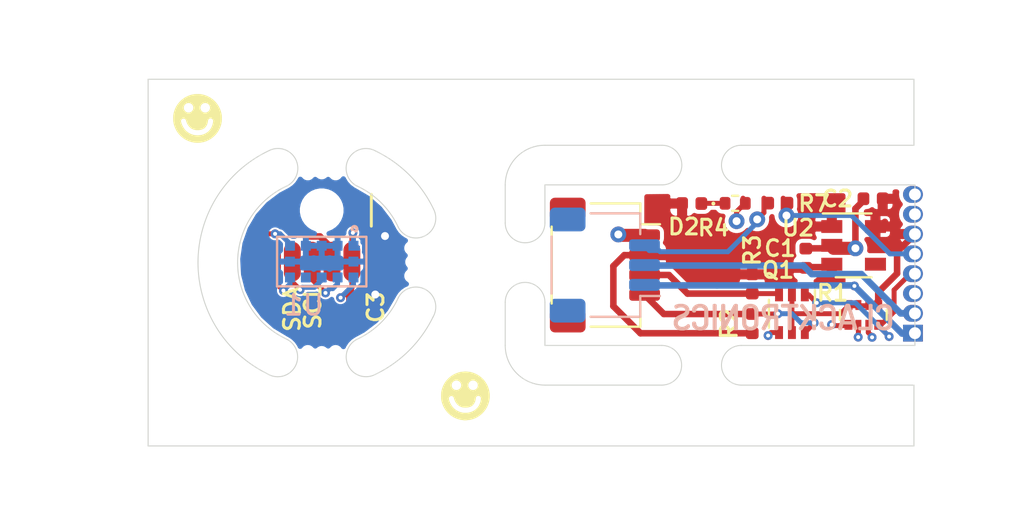
<source format=kicad_pcb>
(kicad_pcb (version 20171130) (host pcbnew 5.1.7-a382d34a8~88~ubuntu20.04.1)

  (general
    (thickness 1.6)
    (drawings 53)
    (tracks 182)
    (zones 0)
    (modules 26)
    (nets 22)
  )

  (page A4)
  (layers
    (0 F.Cu signal)
    (1 In1.Cu signal)
    (2 In2.Cu signal)
    (31 B.Cu signal)
    (32 B.Adhes user)
    (33 F.Adhes user)
    (34 B.Paste user)
    (35 F.Paste user)
    (36 B.SilkS user)
    (37 F.SilkS user)
    (38 B.Mask user)
    (39 F.Mask user)
    (40 Dwgs.User user)
    (41 Cmts.User user)
    (42 Eco1.User user)
    (43 Eco2.User user)
    (44 Edge.Cuts user)
    (45 Margin user)
    (46 B.CrtYd user)
    (47 F.CrtYd user)
    (48 B.Fab user)
    (49 F.Fab user hide)
  )

  (setup
    (last_trace_width 0.33)
    (user_trace_width 0.2)
    (user_trace_width 0.33)
    (user_trace_width 0.66)
    (trace_clearance 0.1)
    (zone_clearance 0.2)
    (zone_45_only no)
    (trace_min 0.127)
    (via_size 0.8)
    (via_drill 0.4)
    (via_min_size 0.45)
    (via_min_drill 0.2)
    (user_via 0.45 0.2)
    (uvia_size 0.3)
    (uvia_drill 0.1)
    (uvias_allowed no)
    (uvia_min_size 0.2)
    (uvia_min_drill 0.1)
    (edge_width 0.05)
    (segment_width 0.2)
    (pcb_text_width 0.3)
    (pcb_text_size 1.5 1.5)
    (mod_edge_width 0.12)
    (mod_text_size 1 1)
    (mod_text_width 0.15)
    (pad_size 1.524 1.524)
    (pad_drill 0.762)
    (pad_to_mask_clearance 0)
    (aux_axis_origin 0 0)
    (visible_elements FFFFFF7F)
    (pcbplotparams
      (layerselection 0x010fc_ffffffff)
      (usegerberextensions false)
      (usegerberattributes true)
      (usegerberadvancedattributes true)
      (creategerberjobfile true)
      (excludeedgelayer true)
      (linewidth 0.100000)
      (plotframeref false)
      (viasonmask false)
      (mode 1)
      (useauxorigin false)
      (hpglpennumber 1)
      (hpglpenspeed 20)
      (hpglpendiameter 15.000000)
      (psnegative false)
      (psa4output false)
      (plotreference true)
      (plotvalue true)
      (plotinvisibletext false)
      (padsonsilk false)
      (subtractmaskfromsilk false)
      (outputformat 1)
      (mirror false)
      (drillshape 0)
      (scaleselection 1)
      (outputdirectory "plot_8-12-20/"))
  )

  (net 0 "")
  (net 1 "Net-(U1-Pad8)")
  (net 2 GND)
  (net 3 +2V8)
  (net 4 "Net-(U2-Pad4)")
  (net 5 /SDA)
  (net 6 /SCL)
  (net 7 GND2)
  (net 8 VDD)
  (net 9 "Net-(J3-Pad4)")
  (net 10 /GPIO1)
  (net 11 /LED_Anode)
  (net 12 /XSHUT)
  (net 13 "Net-(J3-Pad3)")
  (net 14 /2V8_2)
  (net 15 /LED_2)
  (net 16 /XSHUT_2)
  (net 17 /GPIO1_2)
  (net 18 /SDA_2)
  (net 19 /SCL_2)
  (net 20 "Net-(J3-Pad5)")
  (net 21 "Net-(D2-Pad1)")

  (net_class Default "This is the default net class."
    (clearance 0.1)
    (trace_width 0.25)
    (via_dia 0.8)
    (via_drill 0.4)
    (uvia_dia 0.3)
    (uvia_drill 0.1)
    (add_net +2V8)
    (add_net /2V8_2)
    (add_net /GPIO1)
    (add_net /GPIO1_2)
    (add_net /LED_2)
    (add_net /LED_Anode)
    (add_net /SCL)
    (add_net /SCL_2)
    (add_net /SDA)
    (add_net /SDA_2)
    (add_net /XSHUT)
    (add_net /XSHUT_2)
    (add_net GND)
    (add_net GND2)
    (add_net "Net-(D2-Pad1)")
    (add_net "Net-(J3-Pad3)")
    (add_net "Net-(J3-Pad4)")
    (add_net "Net-(J3-Pad5)")
    (add_net "Net-(U1-Pad8)")
    (add_net "Net-(U2-Pad4)")
    (add_net VDD)
  )

  (module Connector_PinHeader_1.00mm:PinHeader_1x08_P1.00mm_Vertical (layer F.Cu) (tedit 5FCFEF5A) (tstamp 5FCF75BB)
    (at 170.65 100.81 180)
    (descr "Through hole straight pin header, 1x08, 1.00mm pitch, single row")
    (tags "Through hole pin header THT 1x08 1.00mm single row")
    (path /5FCE3E3C)
    (fp_text reference J3 (at 0 -1.56) (layer F.SilkS) hide
      (effects (font (size 1 1) (thickness 0.15)))
    )
    (fp_text value Conn_01x08 (at 3.5 16.76) (layer F.Fab) hide
      (effects (font (size 1 1) (thickness 0.15)))
    )
    (fp_line (start 1.15 -1) (end -1.15 -1) (layer F.CrtYd) (width 0.05))
    (fp_line (start 1.15 8) (end 1.15 -1) (layer F.CrtYd) (width 0.05))
    (fp_line (start -1.15 8) (end 1.15 8) (layer F.CrtYd) (width 0.05))
    (fp_line (start -1.15 -1) (end -1.15 8) (layer F.CrtYd) (width 0.05))
    (fp_line (start -0.635 -0.1825) (end -0.3175 -0.5) (layer F.Fab) (width 0.1))
    (fp_line (start -0.635 7.5) (end -0.635 -0.1825) (layer F.Fab) (width 0.1))
    (fp_line (start 0.635 7.5) (end -0.635 7.5) (layer F.Fab) (width 0.1))
    (fp_line (start 0.635 -0.5) (end 0.635 7.5) (layer F.Fab) (width 0.1))
    (fp_line (start -0.3175 -0.5) (end 0.635 -0.5) (layer F.Fab) (width 0.1))
    (fp_text user %R (at 0 3.5 90) (layer F.Fab)
      (effects (font (size 0.76 0.76) (thickness 0.114)))
    )
    (pad 8 thru_hole oval (at 0 7 180) (size 1 0.85) (drill 0.6 (offset 0.1 0)) (layers *.Cu *.Mask)
      (net 2 GND))
    (pad 7 thru_hole oval (at 0 6 180) (size 1 0.85) (drill 0.6 (offset 0.1 0)) (layers *.Cu *.Mask)
      (net 2 GND))
    (pad 6 thru_hole oval (at 0 5 180) (size 1 0.85) (drill 0.6 (offset 0.1 0)) (layers *.Cu *.Mask)
      (net 3 +2V8))
    (pad 5 thru_hole oval (at 0 4 180) (size 1 0.85) (drill 0.6 (offset 0.1 0)) (layers *.Cu *.Mask)
      (net 20 "Net-(J3-Pad5)"))
    (pad 4 thru_hole oval (at 0 3 180) (size 1 0.85) (drill 0.6 (offset 0.1 0)) (layers *.Cu *.Mask)
      (net 9 "Net-(J3-Pad4)"))
    (pad 3 thru_hole oval (at 0 2 180) (size 1 0.85) (drill 0.6 (offset 0.1 0)) (layers *.Cu *.Mask)
      (net 13 "Net-(J3-Pad3)"))
    (pad 2 thru_hole oval (at 0 1 180) (size 1 0.85) (drill 0.6 (offset 0.1 0)) (layers *.Cu *.Mask)
      (net 10 /GPIO1))
    (pad 1 thru_hole rect (at 0 0 180) (size 1 0.85) (drill 0.6 (offset 0.1 0)) (layers *.Cu *.Mask)
      (net 12 /XSHUT))
    (model ${KISYS3DMOD}/Connector_PinHeader_1.00mm.3dshapes/PinHeader_1x08_P1.00mm_Vertical.wrl
      (at (xyz 0 0 0))
      (scale (xyz 1 1 1))
      (rotate (xyz 0 0 0))
    )
  )

  (module Clacktronics:face (layer F.Cu) (tedit 0) (tstamp 5FD09680)
    (at 148 104)
    (fp_text reference G*** (at 0 0) (layer F.SilkS) hide
      (effects (font (size 1.524 1.524) (thickness 0.3)))
    )
    (fp_text value LOGO (at 0.75 0) (layer F.SilkS) hide
      (effects (font (size 1.524 1.524) (thickness 0.3)))
    )
    (fp_poly (pts (xy 0.060021 -1.249945) (xy 0.123735 -1.245596) (xy 0.184304 -1.237849) (xy 0.245052 -1.226362)
      (xy 0.256592 -1.223796) (xy 0.363586 -1.194434) (xy 0.466483 -1.156101) (xy 0.564804 -1.109231)
      (xy 0.658073 -1.054253) (xy 0.745815 -0.991598) (xy 0.827551 -0.921699) (xy 0.902806 -0.844985)
      (xy 0.971102 -0.761889) (xy 1.031965 -0.67284) (xy 1.084915 -0.578271) (xy 1.129479 -0.478611)
      (xy 1.153231 -0.412801) (xy 1.176596 -0.335023) (xy 1.193915 -0.261191) (xy 1.205707 -0.188025)
      (xy 1.212495 -0.112245) (xy 1.2148 -0.030571) (xy 1.214807 -0.025405) (xy 1.212755 0.056728)
      (xy 1.206251 0.132769) (xy 1.194774 0.206) (xy 1.177802 0.279699) (xy 1.154815 0.357147)
      (xy 1.153231 0.361991) (xy 1.114589 0.463657) (xy 1.067194 0.560839) (xy 1.011585 0.653045)
      (xy 0.948298 0.73979) (xy 0.877869 0.820582) (xy 0.800834 0.894935) (xy 0.717731 0.962359)
      (xy 0.629097 1.022366) (xy 0.535467 1.074468) (xy 0.437379 1.118175) (xy 0.335369 1.152999)
      (xy 0.264332 1.17129) (xy 0.207569 1.18228) (xy 0.145994 1.191149) (xy 0.08261 1.197636)
      (xy 0.020418 1.201482) (xy -0.037578 1.202428) (xy -0.078755 1.200934) (xy -0.190506 1.188561)
      (xy -0.299999 1.166507) (xy -0.406609 1.13501) (xy -0.509714 1.094309) (xy -0.608689 1.044645)
      (xy -0.702911 0.986258) (xy -0.773799 0.933943) (xy -0.855718 0.862385) (xy -0.930969 0.783543)
      (xy -0.99905 0.698213) (xy -1.059461 0.607191) (xy -1.111698 0.511271) (xy -1.155261 0.411248)
      (xy -1.189647 0.307917) (xy -1.203858 0.252608) (xy -1.212854 0.211742) (xy -1.219783 0.175031)
      (xy -1.224891 0.140052) (xy -1.228423 0.104384) (xy -1.228473 0.103494) (xy -0.847559 0.103494)
      (xy -0.847445 0.11836) (xy -0.84476 0.136197) (xy -0.839385 0.159781) (xy -0.83612 0.172754)
      (xy -0.812421 0.249758) (xy -0.780994 0.326933) (xy -0.743045 0.401968) (xy -0.699784 0.472554)
      (xy -0.652419 0.53638) (xy -0.635619 0.556102) (xy -0.57365 0.618673) (xy -0.504909 0.674314)
      (xy -0.430461 0.72247) (xy -0.351371 0.762587) (xy -0.268704 0.794111) (xy -0.183524 0.816488)
      (xy -0.114323 0.827427) (xy -0.078226 0.830365) (xy -0.03649 0.832021) (xy 0.007302 0.832385)
      (xy 0.049564 0.831449) (xy 0.086714 0.829202) (xy 0.098874 0.827988) (xy 0.189623 0.813028)
      (xy 0.275377 0.789583) (xy 0.355823 0.757792) (xy 0.430645 0.717798) (xy 0.499532 0.66974)
      (xy 0.550614 0.625143) (xy 0.608481 0.562555) (xy 0.658033 0.49417) (xy 0.699341 0.419876)
      (xy 0.732477 0.339559) (xy 0.733058 0.337887) (xy 0.747455 0.292543) (xy 0.759568 0.246838)
      (xy 0.769108 0.202473) (xy 0.775786 0.16115) (xy 0.779314 0.124571) (xy 0.779403 0.094437)
      (xy 0.777184 0.077724) (xy 0.764951 0.043246) (xy 0.745912 0.01488) (xy 0.721498 -0.006982)
      (xy 0.693141 -0.021946) (xy 0.662275 -0.029622) (xy 0.630331 -0.029615) (xy 0.598741 -0.021534)
      (xy 0.568937 -0.004987) (xy 0.547253 0.014711) (xy 0.536172 0.027766) (xy 0.528071 0.039962)
      (xy 0.522142 0.053576) (xy 0.517578 0.070885) (xy 0.513571 0.094166) (xy 0.510123 0.119404)
      (xy 0.496029 0.196038) (xy 0.474452 0.26658) (xy 0.445554 0.330687) (xy 0.409498 0.388011)
      (xy 0.366446 0.438209) (xy 0.354553 0.449657) (xy 0.310075 0.484163) (xy 0.257851 0.512768)
      (xy 0.198555 0.53526) (xy 0.132862 0.551426) (xy 0.061446 0.561053) (xy -0.007755 0.563951)
      (xy -0.087706 0.55977) (xy -0.162205 0.547028) (xy -0.23138 0.525652) (xy -0.295356 0.495568)
      (xy -0.354261 0.456701) (xy -0.40822 0.408979) (xy -0.457361 0.352328) (xy -0.50181 0.286673)
      (xy -0.51085 0.271228) (xy -0.526848 0.240627) (xy -0.542787 0.205645) (xy -0.55744 0.169362)
      (xy -0.569582 0.13486) (xy -0.577988 0.10522) (xy -0.579331 0.09908) (xy -0.58824 0.066493)
      (xy -0.601183 0.040435) (xy -0.619906 0.017536) (xy -0.623264 0.014221) (xy -0.650492 -0.006416)
      (xy -0.680995 -0.018201) (xy -0.714151 -0.021889) (xy -0.748326 -0.017395) (xy -0.779942 -0.004081)
      (xy -0.807226 0.016746) (xy -0.828406 0.043773) (xy -0.840568 0.071574) (xy -0.845226 0.088824)
      (xy -0.847559 0.103494) (xy -1.228473 0.103494) (xy -1.230625 0.065601) (xy -1.231742 0.021282)
      (xy -1.232023 -0.025405) (xy -1.231156 -0.091145) (xy -1.228303 -0.149387) (xy -1.223084 -0.202668)
      (xy -1.215121 -0.253526) (xy -1.204035 -0.304498) (xy -1.189446 -0.358119) (xy -1.175688 -0.402499)
      (xy -1.136655 -0.507083) (xy -1.110538 -0.561567) (xy -0.706261 -0.561567) (xy -0.701937 -0.51158)
      (xy -0.688757 -0.466339) (xy -0.666413 -0.425089) (xy -0.634639 -0.387121) (xy -0.600228 -0.357165)
      (xy -0.564854 -0.335974) (xy -0.526514 -0.322771) (xy -0.483205 -0.316779) (xy -0.45221 -0.316363)
      (xy -0.427149 -0.317253) (xy -0.40886 -0.318926) (xy -0.393956 -0.322103) (xy -0.379047 -0.327507)
      (xy -0.360752 -0.335857) (xy -0.317556 -0.361492) (xy -0.281589 -0.393095) (xy -0.253058 -0.429543)
      (xy -0.232171 -0.469708) (xy -0.219137 -0.512466) (xy -0.214163 -0.556691) (xy -0.214317 -0.55878)
      (xy 0.132427 -0.55878) (xy 0.137265 -0.512856) (xy 0.150619 -0.468531) (xy 0.172215 -0.427024)
      (xy 0.201776 -0.389553) (xy 0.239027 -0.357335) (xy 0.249631 -0.350166) (xy 0.287893 -0.331174)
      (xy 0.331049 -0.319203) (xy 0.376347 -0.314586) (xy 0.421032 -0.317654) (xy 0.453641 -0.325581)
      (xy 0.498496 -0.345541) (xy 0.537308 -0.372757) (xy 0.569609 -0.406063) (xy 0.594928 -0.444294)
      (xy 0.612796 -0.486287) (xy 0.622745 -0.530876) (xy 0.624304 -0.576896) (xy 0.617005 -0.623184)
      (xy 0.600378 -0.668574) (xy 0.595628 -0.677935) (xy 0.580182 -0.701219) (xy 0.558682 -0.726239)
      (xy 0.534091 -0.750035) (xy 0.509366 -0.769649) (xy 0.495019 -0.778545) (xy 0.449747 -0.797256)
      (xy 0.403077 -0.806487) (xy 0.356263 -0.806566) (xy 0.310564 -0.797823) (xy 0.267235 -0.780586)
      (xy 0.227533 -0.755184) (xy 0.192715 -0.721946) (xy 0.171775 -0.693968) (xy 0.149407 -0.650554)
      (xy 0.136382 -0.605085) (xy 0.132427 -0.55878) (xy -0.214317 -0.55878) (xy -0.217458 -0.601256)
      (xy -0.22923 -0.645037) (xy -0.249686 -0.686907) (xy -0.279036 -0.725741) (xy -0.287127 -0.734186)
      (xy -0.325998 -0.766261) (xy -0.36875 -0.789292) (xy -0.414322 -0.803113) (xy -0.461651 -0.807556)
      (xy -0.509676 -0.802458) (xy -0.557334 -0.78765) (xy -0.575479 -0.779265) (xy -0.591553 -0.769217)
      (xy -0.610923 -0.754342) (xy -0.630103 -0.737377) (xy -0.635365 -0.732223) (xy -0.666727 -0.695188)
      (xy -0.688567 -0.65629) (xy -0.70152 -0.614002) (xy -0.70622 -0.566797) (xy -0.706261 -0.561567)
      (xy -1.110538 -0.561567) (xy -1.088874 -0.606759) (xy -1.03272 -0.701091) (xy -0.968571 -0.789643)
      (xy -0.896803 -0.871979) (xy -0.817793 -0.947663) (xy -0.731916 -1.01626) (xy -0.63955 -1.077332)
      (xy -0.55129 -1.125452) (xy -0.45333 -1.169094) (xy -0.354996 -1.203152) (xy -0.25502 -1.22792)
      (xy -0.152134 -1.243694) (xy -0.045071 -1.250766) (xy -0.010162 -1.251239) (xy 0.060021 -1.249945)) (layer F.SilkS) (width 0.01))
    (fp_poly (pts (xy 0.381076 -0.561452) (xy 0.378536 -0.558912) (xy 0.375995 -0.561452) (xy 0.378536 -0.563993)
      (xy 0.381076 -0.561452)) (layer F.SilkS) (width 0.01))
  )

  (module Clacktronics:face (layer F.Cu) (tedit 0) (tstamp 5FD0967E)
    (at 134.5 90)
    (fp_text reference G*** (at 0 0) (layer F.SilkS) hide
      (effects (font (size 1.524 1.524) (thickness 0.3)))
    )
    (fp_text value LOGO (at 0.75 0) (layer F.SilkS) hide
      (effects (font (size 1.524 1.524) (thickness 0.3)))
    )
    (fp_poly (pts (xy 0.381076 -0.561452) (xy 0.378536 -0.558912) (xy 0.375995 -0.561452) (xy 0.378536 -0.563993)
      (xy 0.381076 -0.561452)) (layer F.SilkS) (width 0.01))
    (fp_poly (pts (xy 0.060021 -1.249945) (xy 0.123735 -1.245596) (xy 0.184304 -1.237849) (xy 0.245052 -1.226362)
      (xy 0.256592 -1.223796) (xy 0.363586 -1.194434) (xy 0.466483 -1.156101) (xy 0.564804 -1.109231)
      (xy 0.658073 -1.054253) (xy 0.745815 -0.991598) (xy 0.827551 -0.921699) (xy 0.902806 -0.844985)
      (xy 0.971102 -0.761889) (xy 1.031965 -0.67284) (xy 1.084915 -0.578271) (xy 1.129479 -0.478611)
      (xy 1.153231 -0.412801) (xy 1.176596 -0.335023) (xy 1.193915 -0.261191) (xy 1.205707 -0.188025)
      (xy 1.212495 -0.112245) (xy 1.2148 -0.030571) (xy 1.214807 -0.025405) (xy 1.212755 0.056728)
      (xy 1.206251 0.132769) (xy 1.194774 0.206) (xy 1.177802 0.279699) (xy 1.154815 0.357147)
      (xy 1.153231 0.361991) (xy 1.114589 0.463657) (xy 1.067194 0.560839) (xy 1.011585 0.653045)
      (xy 0.948298 0.73979) (xy 0.877869 0.820582) (xy 0.800834 0.894935) (xy 0.717731 0.962359)
      (xy 0.629097 1.022366) (xy 0.535467 1.074468) (xy 0.437379 1.118175) (xy 0.335369 1.152999)
      (xy 0.264332 1.17129) (xy 0.207569 1.18228) (xy 0.145994 1.191149) (xy 0.08261 1.197636)
      (xy 0.020418 1.201482) (xy -0.037578 1.202428) (xy -0.078755 1.200934) (xy -0.190506 1.188561)
      (xy -0.299999 1.166507) (xy -0.406609 1.13501) (xy -0.509714 1.094309) (xy -0.608689 1.044645)
      (xy -0.702911 0.986258) (xy -0.773799 0.933943) (xy -0.855718 0.862385) (xy -0.930969 0.783543)
      (xy -0.99905 0.698213) (xy -1.059461 0.607191) (xy -1.111698 0.511271) (xy -1.155261 0.411248)
      (xy -1.189647 0.307917) (xy -1.203858 0.252608) (xy -1.212854 0.211742) (xy -1.219783 0.175031)
      (xy -1.224891 0.140052) (xy -1.228423 0.104384) (xy -1.228473 0.103494) (xy -0.847559 0.103494)
      (xy -0.847445 0.11836) (xy -0.84476 0.136197) (xy -0.839385 0.159781) (xy -0.83612 0.172754)
      (xy -0.812421 0.249758) (xy -0.780994 0.326933) (xy -0.743045 0.401968) (xy -0.699784 0.472554)
      (xy -0.652419 0.53638) (xy -0.635619 0.556102) (xy -0.57365 0.618673) (xy -0.504909 0.674314)
      (xy -0.430461 0.72247) (xy -0.351371 0.762587) (xy -0.268704 0.794111) (xy -0.183524 0.816488)
      (xy -0.114323 0.827427) (xy -0.078226 0.830365) (xy -0.03649 0.832021) (xy 0.007302 0.832385)
      (xy 0.049564 0.831449) (xy 0.086714 0.829202) (xy 0.098874 0.827988) (xy 0.189623 0.813028)
      (xy 0.275377 0.789583) (xy 0.355823 0.757792) (xy 0.430645 0.717798) (xy 0.499532 0.66974)
      (xy 0.550614 0.625143) (xy 0.608481 0.562555) (xy 0.658033 0.49417) (xy 0.699341 0.419876)
      (xy 0.732477 0.339559) (xy 0.733058 0.337887) (xy 0.747455 0.292543) (xy 0.759568 0.246838)
      (xy 0.769108 0.202473) (xy 0.775786 0.16115) (xy 0.779314 0.124571) (xy 0.779403 0.094437)
      (xy 0.777184 0.077724) (xy 0.764951 0.043246) (xy 0.745912 0.01488) (xy 0.721498 -0.006982)
      (xy 0.693141 -0.021946) (xy 0.662275 -0.029622) (xy 0.630331 -0.029615) (xy 0.598741 -0.021534)
      (xy 0.568937 -0.004987) (xy 0.547253 0.014711) (xy 0.536172 0.027766) (xy 0.528071 0.039962)
      (xy 0.522142 0.053576) (xy 0.517578 0.070885) (xy 0.513571 0.094166) (xy 0.510123 0.119404)
      (xy 0.496029 0.196038) (xy 0.474452 0.26658) (xy 0.445554 0.330687) (xy 0.409498 0.388011)
      (xy 0.366446 0.438209) (xy 0.354553 0.449657) (xy 0.310075 0.484163) (xy 0.257851 0.512768)
      (xy 0.198555 0.53526) (xy 0.132862 0.551426) (xy 0.061446 0.561053) (xy -0.007755 0.563951)
      (xy -0.087706 0.55977) (xy -0.162205 0.547028) (xy -0.23138 0.525652) (xy -0.295356 0.495568)
      (xy -0.354261 0.456701) (xy -0.40822 0.408979) (xy -0.457361 0.352328) (xy -0.50181 0.286673)
      (xy -0.51085 0.271228) (xy -0.526848 0.240627) (xy -0.542787 0.205645) (xy -0.55744 0.169362)
      (xy -0.569582 0.13486) (xy -0.577988 0.10522) (xy -0.579331 0.09908) (xy -0.58824 0.066493)
      (xy -0.601183 0.040435) (xy -0.619906 0.017536) (xy -0.623264 0.014221) (xy -0.650492 -0.006416)
      (xy -0.680995 -0.018201) (xy -0.714151 -0.021889) (xy -0.748326 -0.017395) (xy -0.779942 -0.004081)
      (xy -0.807226 0.016746) (xy -0.828406 0.043773) (xy -0.840568 0.071574) (xy -0.845226 0.088824)
      (xy -0.847559 0.103494) (xy -1.228473 0.103494) (xy -1.230625 0.065601) (xy -1.231742 0.021282)
      (xy -1.232023 -0.025405) (xy -1.231156 -0.091145) (xy -1.228303 -0.149387) (xy -1.223084 -0.202668)
      (xy -1.215121 -0.253526) (xy -1.204035 -0.304498) (xy -1.189446 -0.358119) (xy -1.175688 -0.402499)
      (xy -1.136655 -0.507083) (xy -1.110538 -0.561567) (xy -0.706261 -0.561567) (xy -0.701937 -0.51158)
      (xy -0.688757 -0.466339) (xy -0.666413 -0.425089) (xy -0.634639 -0.387121) (xy -0.600228 -0.357165)
      (xy -0.564854 -0.335974) (xy -0.526514 -0.322771) (xy -0.483205 -0.316779) (xy -0.45221 -0.316363)
      (xy -0.427149 -0.317253) (xy -0.40886 -0.318926) (xy -0.393956 -0.322103) (xy -0.379047 -0.327507)
      (xy -0.360752 -0.335857) (xy -0.317556 -0.361492) (xy -0.281589 -0.393095) (xy -0.253058 -0.429543)
      (xy -0.232171 -0.469708) (xy -0.219137 -0.512466) (xy -0.214163 -0.556691) (xy -0.214317 -0.55878)
      (xy 0.132427 -0.55878) (xy 0.137265 -0.512856) (xy 0.150619 -0.468531) (xy 0.172215 -0.427024)
      (xy 0.201776 -0.389553) (xy 0.239027 -0.357335) (xy 0.249631 -0.350166) (xy 0.287893 -0.331174)
      (xy 0.331049 -0.319203) (xy 0.376347 -0.314586) (xy 0.421032 -0.317654) (xy 0.453641 -0.325581)
      (xy 0.498496 -0.345541) (xy 0.537308 -0.372757) (xy 0.569609 -0.406063) (xy 0.594928 -0.444294)
      (xy 0.612796 -0.486287) (xy 0.622745 -0.530876) (xy 0.624304 -0.576896) (xy 0.617005 -0.623184)
      (xy 0.600378 -0.668574) (xy 0.595628 -0.677935) (xy 0.580182 -0.701219) (xy 0.558682 -0.726239)
      (xy 0.534091 -0.750035) (xy 0.509366 -0.769649) (xy 0.495019 -0.778545) (xy 0.449747 -0.797256)
      (xy 0.403077 -0.806487) (xy 0.356263 -0.806566) (xy 0.310564 -0.797823) (xy 0.267235 -0.780586)
      (xy 0.227533 -0.755184) (xy 0.192715 -0.721946) (xy 0.171775 -0.693968) (xy 0.149407 -0.650554)
      (xy 0.136382 -0.605085) (xy 0.132427 -0.55878) (xy -0.214317 -0.55878) (xy -0.217458 -0.601256)
      (xy -0.22923 -0.645037) (xy -0.249686 -0.686907) (xy -0.279036 -0.725741) (xy -0.287127 -0.734186)
      (xy -0.325998 -0.766261) (xy -0.36875 -0.789292) (xy -0.414322 -0.803113) (xy -0.461651 -0.807556)
      (xy -0.509676 -0.802458) (xy -0.557334 -0.78765) (xy -0.575479 -0.779265) (xy -0.591553 -0.769217)
      (xy -0.610923 -0.754342) (xy -0.630103 -0.737377) (xy -0.635365 -0.732223) (xy -0.666727 -0.695188)
      (xy -0.688567 -0.65629) (xy -0.70152 -0.614002) (xy -0.70622 -0.566797) (xy -0.706261 -0.561567)
      (xy -1.110538 -0.561567) (xy -1.088874 -0.606759) (xy -1.03272 -0.701091) (xy -0.968571 -0.789643)
      (xy -0.896803 -0.871979) (xy -0.817793 -0.947663) (xy -0.731916 -1.01626) (xy -0.63955 -1.077332)
      (xy -0.55129 -1.125452) (xy -0.45333 -1.169094) (xy -0.354996 -1.203152) (xy -0.25502 -1.22792)
      (xy -0.152134 -1.243694) (xy -0.045071 -1.250766) (xy -0.010162 -1.251239) (xy 0.060021 -1.249945)) (layer F.SilkS) (width 0.01))
  )

  (module Clacktronics:clacktronics_logo_11mm (layer B.Cu) (tedit 0) (tstamp 5FD093F0)
    (at 164 100 180)
    (fp_text reference G*** (at 0 0) (layer B.SilkS) hide
      (effects (font (size 1.524 1.524) (thickness 0.3)) (justify mirror))
    )
    (fp_text value LOGO (at 0.75 0) (layer B.SilkS) hide
      (effects (font (size 1.524 1.524) (thickness 0.3)) (justify mirror))
    )
    (fp_poly (pts (xy 3.468244 0.663106) (xy 3.492826 0.656479) (xy 3.514659 0.647068) (xy 3.527987 0.637944)
      (xy 3.541469 0.62545) (xy 3.541356 0.004053) (xy 3.541356 -0.089536) (xy 3.541374 -0.173496)
      (xy 3.541381 -0.24836) (xy 3.541346 -0.31466) (xy 3.541243 -0.37293) (xy 3.541041 -0.423701)
      (xy 3.540712 -0.467507) (xy 3.540226 -0.504881) (xy 3.539555 -0.536355) (xy 3.53867 -0.562462)
      (xy 3.537542 -0.583735) (xy 3.536141 -0.600706) (xy 3.534439 -0.613909) (xy 3.532408 -0.623877)
      (xy 3.530017 -0.631141) (xy 3.527238 -0.636235) (xy 3.524042 -0.639692) (xy 3.5204 -0.642043)
      (xy 3.516283 -0.643823) (xy 3.511662 -0.645564) (xy 3.506508 -0.647799) (xy 3.505902 -0.648101)
      (xy 3.486112 -0.65462) (xy 3.460608 -0.658314) (xy 3.433487 -0.658991) (xy 3.408849 -0.656459)
      (xy 3.39666 -0.653209) (xy 3.379652 -0.644312) (xy 3.364281 -0.632192) (xy 3.362363 -0.630179)
      (xy 3.34839 -0.614643) (xy 3.34839 0.623481) (xy 3.360506 0.636554) (xy 3.374698 0.646853)
      (xy 3.395429 0.655952) (xy 3.419074 0.662605) (xy 3.442011 0.665564) (xy 3.444929 0.665613)
      (xy 3.468244 0.663106)) (layer B.SilkS) (width 0.01))
    (fp_poly (pts (xy 2.41082 0.661278) (xy 2.443568 0.648522) (xy 2.472019 0.626674) (xy 2.493586 0.600032)
      (xy 2.49875 0.591234) (xy 2.508153 0.574099) (xy 2.521422 0.549341) (xy 2.538182 0.517677)
      (xy 2.558059 0.479823) (xy 2.580678 0.436495) (xy 2.605666 0.388409) (xy 2.632649 0.336281)
      (xy 2.661252 0.280828) (xy 2.691102 0.222765) (xy 2.713263 0.179536) (xy 2.913963 -0.212434)
      (xy 2.916504 0.206683) (xy 2.919044 0.625801) (xy 2.935137 0.640178) (xy 2.95561 0.653114)
      (xy 2.980802 0.660995) (xy 3.008545 0.664039) (xy 3.03667 0.662466) (xy 3.063007 0.656494)
      (xy 3.085387 0.646344) (xy 3.101642 0.632233) (xy 3.107213 0.622797) (xy 3.108355 0.618982)
      (xy 3.109377 0.612943) (xy 3.110285 0.604151) (xy 3.111086 0.592074) (xy 3.111786 0.576182)
      (xy 3.112392 0.555944) (xy 3.11291 0.53083) (xy 3.113346 0.50031) (xy 3.113707 0.463853)
      (xy 3.113998 0.420928) (xy 3.114227 0.371005) (xy 3.1144 0.313553) (xy 3.114523 0.248041)
      (xy 3.114602 0.17394) (xy 3.114644 0.090719) (xy 3.114655 0.001433) (xy 3.11467 -0.091673)
      (xy 3.114693 -0.175154) (xy 3.114696 -0.24955) (xy 3.114645 -0.315397) (xy 3.114511 -0.373233)
      (xy 3.11426 -0.423596) (xy 3.113863 -0.467025) (xy 3.113287 -0.504056) (xy 3.112502 -0.535228)
      (xy 3.111475 -0.561078) (xy 3.110177 -0.582145) (xy 3.108574 -0.598966) (xy 3.106636 -0.612079)
      (xy 3.104331 -0.622022) (xy 3.101629 -0.629332) (xy 3.098497 -0.634548) (xy 3.094904 -0.638207)
      (xy 3.09082 -0.640847) (xy 3.086212 -0.643006) (xy 3.081049 -0.645222) (xy 3.076823 -0.64723)
      (xy 3.052863 -0.655476) (xy 3.023947 -0.65952) (xy 2.994523 -0.659005) (xy 2.974743 -0.655398)
      (xy 2.966552 -0.65308) (xy 2.959095 -0.650622) (xy 2.952039 -0.647488) (xy 2.945055 -0.643141)
      (xy 2.93781 -0.637044) (xy 2.929974 -0.628659) (xy 2.921216 -0.617452) (xy 2.911203 -0.602884)
      (xy 2.899605 -0.584419) (xy 2.886091 -0.56152) (xy 2.870329 -0.533651) (xy 2.851988 -0.500274)
      (xy 2.830737 -0.460853) (xy 2.806244 -0.414851) (xy 2.778179 -0.361732) (xy 2.74621 -0.300958)
      (xy 2.710006 -0.231993) (xy 2.690398 -0.194626) (xy 2.471915 0.221741) (xy 2.470706 -0.195261)
      (xy 2.47044 -0.274694) (xy 2.470125 -0.34448) (xy 2.469753 -0.405132) (xy 2.469314 -0.457164)
      (xy 2.468799 -0.501091) (xy 2.4682 -0.537426) (xy 2.467508 -0.566684) (xy 2.466714 -0.589378)
      (xy 2.465808 -0.606024) (xy 2.464782 -0.617134) (xy 2.463627 -0.623224) (xy 2.46325 -0.624156)
      (xy 2.451221 -0.637265) (xy 2.431705 -0.647843) (xy 2.407176 -0.65537) (xy 2.380107 -0.659329)
      (xy 2.352972 -0.659202) (xy 2.328245 -0.65447) (xy 2.324565 -0.653209) (xy 2.307558 -0.644312)
      (xy 2.292187 -0.632192) (xy 2.290268 -0.630179) (xy 2.276296 -0.614643) (xy 2.276296 0.625746)
      (xy 2.290505 0.639956) (xy 2.309496 0.652698) (xy 2.331403 0.659889) (xy 2.373517 0.665035)
      (xy 2.41082 0.661278)) (layer B.SilkS) (width 0.01))
    (fp_poly (pts (xy -0.099171 0.665015) (xy -0.058105 0.664766) (xy -0.023865 0.664251) (xy 0.004217 0.663417)
      (xy 0.026807 0.662208) (xy 0.044574 0.660571) (xy 0.058184 0.658451) (xy 0.068306 0.655794)
      (xy 0.075605 0.652546) (xy 0.080749 0.648653) (xy 0.084407 0.64406) (xy 0.087244 0.638713)
      (xy 0.089929 0.632558) (xy 0.09151 0.628967) (xy 0.099655 0.60147) (xy 0.101344 0.571602)
      (xy 0.097 0.54218) (xy 0.087051 0.516019) (xy 0.071921 0.495935) (xy 0.071327 0.495399)
      (xy 0.067543 0.492469) (xy 0.062731 0.490143) (xy 0.055725 0.488336) (xy 0.045357 0.486964)
      (xy 0.030463 0.485943) (xy 0.009874 0.485187) (xy -0.017576 0.484612) (xy -0.053052 0.484134)
      (xy -0.089443 0.48375) (xy -0.238807 0.482263) (xy -0.238807 -0.61582) (xy -0.255559 -0.632571)
      (xy -0.277191 -0.647621) (xy -0.304886 -0.657102) (xy -0.335978 -0.660644) (xy -0.367796 -0.657876)
      (xy -0.390714 -0.651364) (xy -0.406944 -0.642873) (xy -0.420603 -0.632017) (xy -0.423741 -0.628405)
      (xy -0.425426 -0.626049) (xy -0.426925 -0.623379) (xy -0.428251 -0.619815) (xy -0.429416 -0.614778)
      (xy -0.430433 -0.607688) (xy -0.431314 -0.597965) (xy -0.432071 -0.585029) (xy -0.432716 -0.568301)
      (xy -0.433263 -0.547202) (xy -0.433724 -0.521151) (xy -0.434111 -0.489568) (xy -0.434436 -0.451875)
      (xy -0.434711 -0.407491) (xy -0.434951 -0.355838) (xy -0.435165 -0.296334) (xy -0.435368 -0.2284)
      (xy -0.435572 -0.151458) (xy -0.435785 -0.065964) (xy -0.437144 0.482133) (xy -0.586421 0.483685)
      (xy -0.629436 0.484166) (xy -0.663456 0.48467) (xy -0.689648 0.485282) (xy -0.709179 0.486087)
      (xy -0.723215 0.48717) (xy -0.732923 0.488616) (xy -0.739471 0.49051) (xy -0.744024 0.492938)
      (xy -0.747102 0.495399) (xy -0.76314 0.516041) (xy -0.773015 0.542156) (xy -0.776726 0.571139)
      (xy -0.774273 0.600387) (xy -0.765656 0.627297) (xy -0.750877 0.649262) (xy -0.747095 0.65291)
      (xy -0.744762 0.65479) (xy -0.741815 0.656426) (xy -0.737565 0.657838) (xy -0.731323 0.659045)
      (xy -0.7224 0.660067) (xy -0.710107 0.660924) (xy -0.693757 0.661636) (xy -0.672659 0.662223)
      (xy -0.646125 0.662704) (xy -0.613466 0.663098) (xy -0.573993 0.663427) (xy -0.527018 0.663709)
      (xy -0.471851 0.663964) (xy -0.407805 0.664212) (xy -0.345035 0.664435) (xy -0.269994 0.664707)
      (xy -0.204448 0.664931) (xy -0.147729 0.665051) (xy -0.099171 0.665015)) (layer B.SilkS) (width 0.01))
    (fp_poly (pts (xy -3.23617 0.672674) (xy -3.217604 0.671324) (xy -3.203436 0.668587) (xy -3.190793 0.664016)
      (xy -3.184448 0.661054) (xy -3.168412 0.651513) (xy -3.155046 0.640705) (xy -3.150663 0.635735)
      (xy -3.147911 0.629127) (xy -3.142458 0.613511) (xy -3.134526 0.589614) (xy -3.124335 0.558159)
      (xy -3.112109 0.519872) (xy -3.09807 0.475479) (xy -3.082438 0.425703) (xy -3.065438 0.371271)
      (xy -3.04729 0.312908) (xy -3.028216 0.251337) (xy -3.008439 0.187286) (xy -2.988181 0.121478)
      (xy -2.967663 0.054638) (xy -2.947109 -0.012507) (xy -2.926738 -0.079234) (xy -2.906775 -0.144816)
      (xy -2.887441 -0.20853) (xy -2.868957 -0.269649) (xy -2.851546 -0.327449) (xy -2.83543 -0.381205)
      (xy -2.820832 -0.430191) (xy -2.807972 -0.473682) (xy -2.797073 -0.510954) (xy -2.788357 -0.541282)
      (xy -2.782047 -0.563939) (xy -2.778364 -0.578202) (xy -2.777457 -0.583015) (xy -2.78207 -0.602705)
      (xy -2.795324 -0.620963) (xy -2.815706 -0.636764) (xy -2.841704 -0.649083) (xy -2.871805 -0.656898)
      (xy -2.889541 -0.658903) (xy -2.915336 -0.659019) (xy -2.934049 -0.655044) (xy -2.948241 -0.646085)
      (xy -2.957775 -0.635127) (xy -2.961642 -0.626911) (xy -2.96775 -0.610357) (xy -2.975624 -0.58692)
      (xy -2.984788 -0.558057) (xy -2.994765 -0.525222) (xy -3.003861 -0.494129) (xy -3.040722 -0.365834)
      (xy -3.483036 -0.365934) (xy -3.518088 -0.489098) (xy -3.528057 -0.523762) (xy -3.537514 -0.555961)
      (xy -3.54599 -0.584153) (xy -3.553016 -0.606793) (xy -3.558123 -0.622338) (xy -3.560399 -0.628384)
      (xy -3.572838 -0.644254) (xy -3.592455 -0.654911) (xy -3.617477 -0.65996) (xy -3.646135 -0.659008)
      (xy -3.671927 -0.653218) (xy -3.695863 -0.643599) (xy -3.717468 -0.631093) (xy -3.733469 -0.617706)
      (xy -3.737091 -0.613256) (xy -3.741918 -0.601324) (xy -3.744547 -0.58502) (xy -3.744709 -0.580257)
      (xy -3.743228 -0.572499) (xy -3.738936 -0.555776) (xy -3.732056 -0.53082) (xy -3.722813 -0.498365)
      (xy -3.711431 -0.459142) (xy -3.698133 -0.413885) (xy -3.683144 -0.363327) (xy -3.666688 -0.3082)
      (xy -3.648989 -0.249237) (xy -3.634735 -0.201971) (xy -3.438561 -0.201971) (xy -3.437219 -0.203721)
      (xy -3.431213 -0.205139) (xy -3.419735 -0.206255) (xy -3.401976 -0.207097) (xy -3.377127 -0.207696)
      (xy -3.344379 -0.208079) (xy -3.302923 -0.208277) (xy -3.263128 -0.208322) (xy -3.085321 -0.208322)
      (xy -3.122721 -0.080026) (xy -3.133825 -0.041899) (xy -3.147019 0.003457) (xy -3.161567 0.053509)
      (xy -3.176733 0.105726) (xy -3.191781 0.157576) (xy -3.205977 0.206525) (xy -3.209796 0.219701)
      (xy -3.221416 0.25953) (xy -3.232234 0.296087) (xy -3.241912 0.328266) (xy -3.250109 0.354963)
      (xy -3.256489 0.375074) (xy -3.260711 0.387494) (xy -3.262375 0.391185) (xy -3.264276 0.386454)
      (xy -3.268744 0.372803) (xy -3.275526 0.351075) (xy -3.284368 0.322112) (xy -3.295016 0.286758)
      (xy -3.307217 0.245855) (xy -3.320717 0.200245) (xy -3.335262 0.150771) (xy -3.350597 0.098276)
      (xy -3.350733 0.097809) (xy -3.366099 0.045076) (xy -3.380656 -0.004824) (xy -3.394149 -0.051024)
      (xy -3.406326 -0.092657) (xy -3.416932 -0.128856) (xy -3.425712 -0.158755) (xy -3.432414 -0.181487)
      (xy -3.436783 -0.196185) (xy -3.438561 -0.201971) (xy -3.634735 -0.201971) (xy -3.630271 -0.187171)
      (xy -3.610758 -0.122734) (xy -3.590675 -0.05666) (xy -3.570244 0.010319) (xy -3.549691 0.077471)
      (xy -3.529239 0.144062) (xy -3.509113 0.209359) (xy -3.489536 0.272631) (xy -3.470733 0.333143)
      (xy -3.452928 0.390164) (xy -3.436344 0.442961) (xy -3.421206 0.4908) (xy -3.407738 0.53295)
      (xy -3.396165 0.568677) (xy -3.386709 0.597249) (xy -3.379595 0.617932) (xy -3.375048 0.629995)
      (xy -3.373849 0.632497) (xy -3.36153 0.646374) (xy -3.344047 0.658917) (xy -3.339306 0.661441)
      (xy -3.326624 0.666973) (xy -3.313864 0.670465) (xy -3.298174 0.672345) (xy -3.2767 0.673044)
      (xy -3.262012 0.673083) (xy -3.23617 0.672674)) (layer B.SilkS) (width 0.01))
    (fp_poly (pts (xy -4.391568 0.663045) (xy -4.366911 0.656227) (xy -4.345293 0.646487) (xy -4.332271 0.636987)
      (xy -4.318863 0.623579) (xy -4.318863 -0.487778) (xy -3.830304 -0.487778) (xy -3.815931 -0.502151)
      (xy -3.801861 -0.522583) (xy -3.793035 -0.549123) (xy -3.790494 -0.574155) (xy -3.793969 -0.603389)
      (xy -3.803645 -0.629223) (xy -3.815931 -0.646159) (xy -3.830304 -0.660533) (xy -4.141907 -0.660421)
      (xy -4.206165 -0.660384) (xy -4.261061 -0.660307) (xy -4.307394 -0.660166) (xy -4.345965 -0.65994)
      (xy -4.377573 -0.659604) (xy -4.403017 -0.659135) (xy -4.423099 -0.658511) (xy -4.438617 -0.657708)
      (xy -4.450371 -0.656703) (xy -4.459161 -0.655473) (xy -4.465786 -0.653995) (xy -4.471048 -0.652245)
      (xy -4.474431 -0.650809) (xy -4.479952 -0.648607) (xy -4.484907 -0.646928) (xy -4.489325 -0.645241)
      (xy -4.493239 -0.643015) (xy -4.496678 -0.639719) (xy -4.499672 -0.634822) (xy -4.502252 -0.627793)
      (xy -4.504449 -0.618102) (xy -4.506293 -0.605216) (xy -4.507814 -0.588605) (xy -4.509042 -0.567738)
      (xy -4.510009 -0.542085) (xy -4.510744 -0.511114) (xy -4.511278 -0.474294) (xy -4.511641 -0.431094)
      (xy -4.511865 -0.380984) (xy -4.511978 -0.323431) (xy -4.512012 -0.257907) (xy -4.511997 -0.183878)
      (xy -4.511964 -0.100815) (xy -4.511942 -0.008186) (xy -4.511942 0.625426) (xy -4.499848 0.637521)
      (xy -4.485517 0.647297) (xy -4.464755 0.656053) (xy -4.441294 0.662548) (xy -4.418863 0.665541)
      (xy -4.415403 0.665613) (xy -4.391568 0.663045)) (layer B.SilkS) (width 0.01))
    (fp_poly (pts (xy 0.557273 0.665386) (xy 0.615822 0.664624) (xy 0.666313 0.663202) (xy 0.709792 0.660995)
      (xy 0.747307 0.657878) (xy 0.779905 0.653728) (xy 0.808634 0.648419) (xy 0.83454 0.641827)
      (xy 0.858672 0.633827) (xy 0.882077 0.624296) (xy 0.89767 0.617088) (xy 0.930101 0.597977)
      (xy 0.962517 0.572688) (xy 0.991902 0.543936) (xy 1.015237 0.514434) (xy 1.019732 0.507327)
      (xy 1.040719 0.463758) (xy 1.056041 0.4141) (xy 1.065713 0.360274) (xy 1.069751 0.304202)
      (xy 1.06817 0.247806) (xy 1.060986 0.193009) (xy 1.048214 0.141733) (xy 1.029869 0.095898)
      (xy 1.016242 0.071885) (xy 0.984553 0.031602) (xy 0.945408 -0.004151) (xy 0.901138 -0.033573)
      (xy 0.854077 -0.054863) (xy 0.85051 -0.056078) (xy 0.834517 -0.061945) (xy 0.823554 -0.067025)
      (xy 0.819935 -0.07024) (xy 0.81996 -0.070291) (xy 0.826376 -0.081678) (xy 0.836555 -0.100337)
      (xy 0.849959 -0.125244) (xy 0.86605 -0.155373) (xy 0.884291 -0.189701) (xy 0.904142 -0.227202)
      (xy 0.925068 -0.266853) (xy 0.946528 -0.307628) (xy 0.967987 -0.348504) (xy 0.988905 -0.388455)
      (xy 1.008744 -0.426458) (xy 1.026968 -0.461488) (xy 1.043038 -0.49252) (xy 1.056415 -0.51853)
      (xy 1.066563 -0.538493) (xy 1.072942 -0.551385) (xy 1.075004 -0.556032) (xy 1.075179 -0.576309)
      (xy 1.067115 -0.598169) (xy 1.052136 -0.619751) (xy 1.031564 -0.639199) (xy 1.006722 -0.654654)
      (xy 1.003833 -0.656008) (xy 0.983091 -0.662346) (xy 0.959548 -0.664986) (xy 0.937775 -0.663645)
      (xy 0.927286 -0.660738) (xy 0.917382 -0.654409) (xy 0.905315 -0.643898) (xy 0.902117 -0.64065)
      (xy 0.897098 -0.633294) (xy 0.887955 -0.617727) (xy 0.875149 -0.594806) (xy 0.859138 -0.56539)
      (xy 0.840383 -0.530336) (xy 0.819343 -0.490503) (xy 0.796478 -0.446749) (xy 0.772248 -0.399932)
      (xy 0.751447 -0.359396) (xy 0.615784 -0.093999) (xy 0.526376 -0.092612) (xy 0.436968 -0.091224)
      (xy 0.436968 -0.61582) (xy 0.420216 -0.632571) (xy 0.397618 -0.648461) (xy 0.369807 -0.657911)
      (xy 0.339433 -0.660922) (xy 0.309144 -0.657494) (xy 0.28159 -0.647627) (xy 0.260641 -0.632571)
      (xy 0.243889 -0.61582) (xy 0.243908 0.000762) (xy 0.243911 0.066053) (xy 0.436968 0.066053)
      (xy 0.566284 0.066053) (xy 0.60783 0.066292) (xy 0.645296 0.066975) (xy 0.677273 0.06805)
      (xy 0.702355 0.069466) (xy 0.719135 0.071171) (xy 0.722525 0.07177) (xy 0.752309 0.080769)
      (xy 0.781875 0.09433) (xy 0.807564 0.11057) (xy 0.821503 0.122754) (xy 0.843489 0.152734)
      (xy 0.859654 0.189197) (xy 0.869781 0.230154) (xy 0.873657 0.273613) (xy 0.871065 0.317583)
      (xy 0.861791 0.360072) (xy 0.850342 0.389726) (xy 0.832892 0.4169) (xy 0.808182 0.442212)
      (xy 0.77909 0.463051) (xy 0.758096 0.473405) (xy 0.749141 0.476788) (xy 0.740255 0.479465)
      (xy 0.730111 0.481536) (xy 0.717379 0.483102) (xy 0.700731 0.484264) (xy 0.67884 0.485125)
      (xy 0.650376 0.485784) (xy 0.614011 0.486343) (xy 0.583047 0.48673) (xy 0.436968 0.488475)
      (xy 0.436968 0.066053) (xy 0.243911 0.066053) (xy 0.243913 0.09274) (xy 0.243929 0.175104)
      (xy 0.243965 0.248401) (xy 0.244028 0.313177) (xy 0.244129 0.36998) (xy 0.244276 0.419358)
      (xy 0.244478 0.461857) (xy 0.244743 0.498026) (xy 0.245082 0.52841) (xy 0.245502 0.553558)
      (xy 0.246012 0.574017) (xy 0.246622 0.590333) (xy 0.247339 0.603055) (xy 0.248174 0.61273)
      (xy 0.249135 0.619904) (xy 0.250231 0.625126) (xy 0.25147 0.628941) (xy 0.252862 0.631899)
      (xy 0.254181 0.634162) (xy 0.259134 0.641806) (xy 0.264449 0.6481) (xy 0.271108 0.653175)
      (xy 0.280092 0.657161) (xy 0.292383 0.660191) (xy 0.308962 0.662394) (xy 0.330811 0.663903)
      (xy 0.358912 0.664848) (xy 0.394245 0.665361) (xy 0.437793 0.665572) (xy 0.489617 0.665613)
      (xy 0.557273 0.665386)) (layer B.SilkS) (width 0.01))
    (fp_poly (pts (xy -0.945719 0.660239) (xy -0.920231 0.649354) (xy -0.897243 0.633172) (xy -0.878416 0.613019)
      (xy -0.86541 0.590219) (xy -0.859884 0.566099) (xy -0.860836 0.551612) (xy -0.863654 0.544976)
      (xy -0.870666 0.533562) (xy -0.882178 0.516967) (xy -0.898493 0.494789) (xy -0.919918 0.466623)
      (xy -0.946755 0.432068) (xy -0.97931 0.39072) (xy -1.017888 0.342176) (xy -1.041445 0.312686)
      (xy -1.218826 0.090966) (xy -1.144782 -0.021841) (xy -1.125994 -0.05046) (xy -1.102641 -0.086027)
      (xy -1.075737 -0.126997) (xy -1.046297 -0.171825) (xy -1.015336 -0.218966) (xy -0.983868 -0.266875)
      (xy -0.952908 -0.314007) (xy -0.93626 -0.339349) (xy -0.902529 -0.39088) (xy -0.874209 -0.434569)
      (xy -0.850969 -0.470959) (xy -0.832477 -0.50059) (xy -0.818402 -0.524005) (xy -0.808412 -0.541747)
      (xy -0.802175 -0.554355) (xy -0.79936 -0.562373) (xy -0.799199 -0.563306) (xy -0.800711 -0.587384)
      (xy -0.810691 -0.609978) (xy -0.827455 -0.630066) (xy -0.849319 -0.646627) (xy -0.874602 -0.658639)
      (xy -0.901618 -0.66508) (xy -0.928684 -0.664929) (xy -0.953991 -0.657227) (xy -0.959757 -0.653152)
      (xy -0.967384 -0.645385) (xy -0.977404 -0.633197) (xy -0.990346 -0.615862) (xy -1.00674 -0.592652)
      (xy -1.027117 -0.56284) (xy -1.052008 -0.525698) (xy -1.07337 -0.49348) (xy -1.102 -0.450176)
      (xy -1.133368 -0.402753) (xy -1.165914 -0.353569) (xy -1.198079 -0.30498) (xy -1.228302 -0.259343)
      (xy -1.255023 -0.219014) (xy -1.263153 -0.206749) (xy -1.350101 -0.07561) (xy -1.406717 -0.147111)
      (xy -1.463332 -0.218613) (xy -1.463351 -0.412897) (xy -1.46338 -0.462637) (xy -1.463488 -0.503246)
      (xy -1.463725 -0.535753) (xy -1.464138 -0.561191) (xy -1.464776 -0.580588) (xy -1.465688 -0.594977)
      (xy -1.466923 -0.605388) (xy -1.468529 -0.612851) (xy -1.470556 -0.618396) (xy -1.47305 -0.623055)
      (xy -1.473289 -0.623448) (xy -1.48846 -0.640561) (xy -1.5102 -0.652036) (xy -1.539625 -0.658395)
      (xy -1.55026 -0.659393) (xy -1.583036 -0.658702) (xy -1.612548 -0.652263) (xy -1.636445 -0.640743)
      (xy -1.646789 -0.632012) (xy -1.658951 -0.619067) (xy -1.660282 0.000856) (xy -1.661612 0.62078)
      (xy -1.644864 0.637528) (xy -1.624116 0.651769) (xy -1.597231 0.660787) (xy -1.566929 0.664339)
      (xy -1.535931 0.662184) (xy -1.506955 0.65408) (xy -1.499093 0.650468) (xy -1.492056 0.64703)
      (xy -1.486089 0.643931) (xy -1.481096 0.640355) (xy -1.476981 0.635488) (xy -1.473651 0.628516)
      (xy -1.47101 0.618623) (xy -1.468962 0.604996) (xy -1.467413 0.586818) (xy -1.466267 0.563276)
      (xy -1.46543 0.533554) (xy -1.464806 0.496839) (xy -1.464301 0.452315) (xy -1.463818 0.399168)
      (xy -1.463332 0.344144) (xy -1.460792 0.064877) (xy -1.23802 0.359927) (xy -1.195021 0.416828)
      (xy -1.15767 0.466126) (xy -1.125535 0.508363) (xy -1.098184 0.544078) (xy -1.075187 0.573812)
      (xy -1.05611 0.598106) (xy -1.040522 0.617499) (xy -1.027992 0.632532) (xy -1.018087 0.643745)
      (xy -1.010375 0.651679) (xy -1.004426 0.656874) (xy -0.999806 0.65987) (xy -0.997561 0.660815)
      (xy -0.972049 0.664501) (xy -0.945719 0.660239)) (layer B.SilkS) (width 0.01))
    (fp_poly (pts (xy 4.219555 0.66213) (xy 4.27474 0.65561) (xy 4.323806 0.64502) (xy 4.376256 0.626165)
      (xy 4.425593 0.600129) (xy 4.470287 0.568091) (xy 4.508811 0.531226) (xy 4.539635 0.490712)
      (xy 4.551564 0.469689) (xy 4.562758 0.441671) (xy 4.5713 0.408667) (xy 4.576927 0.373346)
      (xy 4.579374 0.338374) (xy 4.578378 0.306422) (xy 4.573675 0.280155) (xy 4.571028 0.272613)
      (xy 4.558205 0.254329) (xy 4.537381 0.241911) (xy 4.508397 0.235289) (xy 4.483997 0.234061)
      (xy 4.447213 0.236826) (xy 4.419115 0.244864) (xy 4.399704 0.258175) (xy 4.38898 0.276759)
      (xy 4.38736 0.283964) (xy 4.382087 0.316404) (xy 4.377326 0.341126) (xy 4.372469 0.360512)
      (xy 4.366904 0.376944) (xy 4.360022 0.392802) (xy 4.358844 0.395267) (xy 4.33758 0.427936)
      (xy 4.308808 0.454316) (xy 4.273728 0.473354) (xy 4.266888 0.475902) (xy 4.247859 0.480312)
      (xy 4.221718 0.483414) (xy 4.191437 0.485156) (xy 4.159988 0.485491) (xy 4.130342 0.484369)
      (xy 4.105471 0.48174) (xy 4.09196 0.478816) (xy 4.056488 0.462868) (xy 4.024834 0.438306)
      (xy 3.998247 0.406348) (xy 3.977976 0.368211) (xy 3.977592 0.367267) (xy 3.965734 0.337887)
      (xy 3.964169 0.015243) (xy 3.963879 -0.060226) (xy 3.963793 -0.125886) (xy 3.963915 -0.18209)
      (xy 3.96425 -0.22919) (xy 3.964801 -0.267539) (xy 3.965572 -0.297487) (xy 3.966569 -0.319386)
      (xy 3.967794 -0.33359) (xy 3.96837 -0.337304) (xy 3.980955 -0.379657) (xy 4.000959 -0.416815)
      (xy 4.027527 -0.447554) (xy 4.059804 -0.470653) (xy 4.062777 -0.472222) (xy 4.096947 -0.485499)
      (xy 4.135877 -0.493542) (xy 4.177171 -0.496436) (xy 4.218435 -0.494271) (xy 4.257272 -0.487134)
      (xy 4.291286 -0.475111) (xy 4.311963 -0.463108) (xy 4.33262 -0.442643) (xy 4.350895 -0.413465)
      (xy 4.366161 -0.37687) (xy 4.377793 -0.334154) (xy 4.380281 -0.321457) (xy 4.38738 -0.288764)
      (xy 4.396122 -0.264908) (xy 4.407993 -0.248567) (xy 4.42448 -0.238417) (xy 4.447069 -0.233136)
      (xy 4.477245 -0.231399) (xy 4.481457 -0.231366) (xy 4.514651 -0.233305) (xy 4.539935 -0.240047)
      (xy 4.558158 -0.252514) (xy 4.570166 -0.271629) (xy 4.576805 -0.298315) (xy 4.578924 -0.333493)
      (xy 4.578919 -0.337498) (xy 4.574103 -0.394807) (xy 4.560285 -0.447424) (xy 4.537432 -0.495425)
      (xy 4.505514 -0.538891) (xy 4.494606 -0.550608) (xy 4.448729 -0.590465) (xy 4.396986 -0.622228)
      (xy 4.339263 -0.645939) (xy 4.275446 -0.661638) (xy 4.205421 -0.669368) (xy 4.164498 -0.670239)
      (xy 4.135648 -0.669421) (xy 4.105949 -0.667569) (xy 4.079406 -0.66498) (xy 4.063972 -0.662735)
      (xy 4.002332 -0.64713) (xy 3.947307 -0.623906) (xy 3.899076 -0.593224) (xy 3.857818 -0.555247)
      (xy 3.823712 -0.510134) (xy 3.796936 -0.458048) (xy 3.779285 -0.405462) (xy 3.777048 -0.396695)
      (xy 3.775126 -0.388077) (xy 3.77349 -0.378781) (xy 3.77211 -0.367978) (xy 3.770957 -0.354839)
      (xy 3.770003 -0.338536) (xy 3.769217 -0.31824) (xy 3.768571 -0.293123) (xy 3.768035 -0.262357)
      (xy 3.767581 -0.225113) (xy 3.767178 -0.180562) (xy 3.766798 -0.127877) (xy 3.766411 -0.066228)
      (xy 3.766228 -0.035568) (xy 3.765841 0.037371) (xy 3.765626 0.10097) (xy 3.765623 0.156051)
      (xy 3.765872 0.203436) (xy 3.76641 0.243946) (xy 3.767277 0.278403) (xy 3.768513 0.307628)
      (xy 3.770156 0.332443) (xy 3.772246 0.353669) (xy 3.774821 0.372129) (xy 3.777922 0.388643)
      (xy 3.781586 0.404034) (xy 3.785854 0.419122) (xy 3.788258 0.426912) (xy 3.809871 0.479445)
      (xy 3.839505 0.525957) (xy 3.876819 0.5662) (xy 3.921471 0.599922) (xy 3.973117 0.626875)
      (xy 4.031416 0.646809) (xy 4.096025 0.659474) (xy 4.109449 0.661089) (xy 4.1631 0.664058)
      (xy 4.219555 0.66213)) (layer B.SilkS) (width 0.01))
    (fp_poly (pts (xy 1.723352 0.659023) (xy 1.783119 0.647785) (xy 1.8386 0.630453) (xy 1.887795 0.607191)
      (xy 1.889783 0.606034) (xy 1.931268 0.576594) (xy 1.968155 0.54037) (xy 1.998261 0.499689)
      (xy 2.01075 0.477058) (xy 2.019647 0.458036) (xy 2.027355 0.439475) (xy 2.033957 0.420513)
      (xy 2.039539 0.400287) (xy 2.044183 0.377935) (xy 2.047974 0.352593) (xy 2.050996 0.3234)
      (xy 2.053332 0.289493) (xy 2.055067 0.250009) (xy 2.056285 0.204085) (xy 2.057069 0.15086)
      (xy 2.057504 0.08947) (xy 2.057674 0.019052) (xy 2.057686 -0.005081) (xy 2.057587 -0.076431)
      (xy 2.057237 -0.138486) (xy 2.056593 -0.192113) (xy 2.055612 -0.238178) (xy 2.054251 -0.277545)
      (xy 2.052466 -0.311082) (xy 2.050214 -0.339654) (xy 2.047451 -0.364126) (xy 2.044136 -0.385365)
      (xy 2.040223 -0.404236) (xy 2.037129 -0.416415) (xy 2.017187 -0.471243) (xy 1.989121 -0.520212)
      (xy 1.953358 -0.562957) (xy 1.910326 -0.599109) (xy 1.860452 -0.628302) (xy 1.804163 -0.65017)
      (xy 1.750167 -0.662973) (xy 1.726653 -0.665948) (xy 1.696429 -0.668158) (xy 1.662604 -0.669536)
      (xy 1.628286 -0.670013) (xy 1.596586 -0.669522) (xy 1.570613 -0.667995) (xy 1.562413 -0.667064)
      (xy 1.536934 -0.662274) (xy 1.50691 -0.654739) (xy 1.477122 -0.645749) (xy 1.458252 -0.638998)
      (xy 1.404805 -0.613327) (xy 1.359026 -0.581119) (xy 1.320711 -0.542138) (xy 1.289651 -0.49615)
      (xy 1.265643 -0.442918) (xy 1.25402 -0.405462) (xy 1.251783 -0.396695) (xy 1.249861 -0.388077)
      (xy 1.248225 -0.378781) (xy 1.246845 -0.367978) (xy 1.245692 -0.354839) (xy 1.244738 -0.338536)
      (xy 1.243952 -0.31824) (xy 1.243306 -0.293123) (xy 1.24277 -0.262357) (xy 1.242316 -0.225113)
      (xy 1.241913 -0.180562) (xy 1.241533 -0.127877) (xy 1.241146 -0.066228) (xy 1.240963 -0.035568)
      (xy 1.240789 0.000091) (xy 1.437025 0.000091) (xy 1.437154 -0.053304) (xy 1.437495 -0.105683)
      (xy 1.438048 -0.155927) (xy 1.438811 -0.20292) (xy 1.439784 -0.245543) (xy 1.440967 -0.282679)
      (xy 1.442358 -0.31321) (xy 1.443958 -0.336019) (xy 1.445765 -0.349987) (xy 1.445901 -0.350615)
      (xy 1.454649 -0.378101) (xy 1.467733 -0.405795) (xy 1.483421 -0.430722) (xy 1.499984 -0.449912)
      (xy 1.507172 -0.455822) (xy 1.547634 -0.478185) (xy 1.592614 -0.491958) (xy 1.640867 -0.496919)
      (xy 1.691148 -0.492847) (xy 1.702973 -0.490587) (xy 1.733685 -0.48253) (xy 1.758718 -0.471816)
      (xy 1.78254 -0.456355) (xy 1.792145 -0.448848) (xy 1.810009 -0.429757) (xy 1.826802 -0.403443)
      (xy 1.841047 -0.37284) (xy 1.851267 -0.34088) (xy 1.854425 -0.325185) (xy 1.855545 -0.312695)
      (xy 1.856528 -0.291246) (xy 1.857372 -0.262007) (xy 1.85808 -0.226148) (xy 1.85865 -0.184836)
      (xy 1.859083 -0.139242) (xy 1.859379 -0.090534) (xy 1.859538 -0.03988) (xy 1.85956 0.01155)
      (xy 1.859445 0.062588) (xy 1.859193 0.112065) (xy 1.858804 0.158811) (xy 1.858278 0.201658)
      (xy 1.857615 0.239437) (xy 1.856816 0.27098) (xy 1.855881 0.295117) (xy 1.854808 0.310679)
      (xy 1.854392 0.313938) (xy 1.842554 0.361625) (xy 1.823723 0.402021) (xy 1.797945 0.435063)
      (xy 1.765265 0.460681) (xy 1.746811 0.470475) (xy 1.733231 0.476477) (xy 1.721481 0.480587)
      (xy 1.70913 0.483161) (xy 1.693752 0.484557) (xy 1.672919 0.48513) (xy 1.64625 0.485237)
      (xy 1.618032 0.485105) (xy 1.597577 0.484482) (xy 1.582486 0.483022) (xy 1.57036 0.480381)
      (xy 1.558802 0.476213) (xy 1.54717 0.470998) (xy 1.511773 0.449859) (xy 1.483647 0.42256)
      (xy 1.46215 0.388285) (xy 1.446641 0.346221) (xy 1.445507 0.341986) (xy 1.4437 0.329735)
      (xy 1.44211 0.308441) (xy 1.440738 0.279224) (xy 1.439581 0.243199) (xy 1.438641 0.201485)
      (xy 1.437916 0.1552) (xy 1.437405 0.105461) (xy 1.437108 0.053385) (xy 1.437025 0.000091)
      (xy 1.240789 0.000091) (xy 1.240585 0.041801) (xy 1.240429 0.10944) (xy 1.240498 0.167776)
      (xy 1.240798 0.217241) (xy 1.241334 0.258262) (xy 1.242109 0.291268) (xy 1.243129 0.316689)
      (xy 1.244397 0.334954) (xy 1.244984 0.340428) (xy 1.255898 0.400825) (xy 1.273033 0.453825)
      (xy 1.296834 0.500395) (xy 1.327747 0.5415) (xy 1.346977 0.561221) (xy 1.377719 0.587641)
      (xy 1.408864 0.608467) (xy 1.443769 0.625659) (xy 1.481419 0.639729) (xy 1.538333 0.654519)
      (xy 1.598959 0.662555) (xy 1.661299 0.664001) (xy 1.723352 0.659023)) (layer B.SilkS) (width 0.01))
    (fp_poly (pts (xy -2.181731 0.65972) (xy -2.122656 0.65195) (xy -2.06983 0.638482) (xy -2.02196 0.618977)
      (xy -1.977752 0.593096) (xy -1.973249 0.58998) (xy -1.927526 0.552537) (xy -1.890712 0.510854)
      (xy -1.863013 0.465325) (xy -1.844636 0.416346) (xy -1.835786 0.364312) (xy -1.835427 0.325185)
      (xy -1.838617 0.295373) (xy -1.844961 0.273328) (xy -1.8553 0.256918) (xy -1.866375 0.246886)
      (xy -1.874441 0.241919) (xy -1.88403 0.238766) (xy -1.897564 0.237038) (xy -1.917462 0.236347)
      (xy -1.932429 0.236267) (xy -1.966334 0.237674) (xy -1.991701 0.242605) (xy -2.009852 0.252127)
      (xy -2.02211 0.267304) (xy -2.029797 0.289203) (xy -2.034177 0.31828) (xy -2.042434 0.360805)
      (xy -2.05804 0.398717) (xy -2.080218 0.430748) (xy -2.108194 0.455627) (xy -2.12366 0.46476)
      (xy -2.154368 0.477236) (xy -2.187958 0.484582) (xy -2.226845 0.487193) (xy -2.25671 0.486506)
      (xy -2.293991 0.483249) (xy -2.324151 0.477091) (xy -2.35003 0.467137) (xy -2.374471 0.452494)
      (xy -2.381908 0.447082) (xy -2.401948 0.427122) (xy -2.420332 0.399813) (xy -2.435576 0.367964)
      (xy -2.446195 0.334386) (xy -2.448971 0.320104) (xy -2.449995 0.308259) (xy -2.450933 0.287116)
      (xy -2.45177 0.257539) (xy -2.452495 0.22039) (xy -2.453093 0.176533) (xy -2.453552 0.126831)
      (xy -2.453857 0.072149) (xy -2.453997 0.013349) (xy -2.454004 -0.007622) (xy -2.453951 -0.072696)
      (xy -2.453803 -0.128421) (xy -2.453542 -0.175609) (xy -2.453149 -0.215071) (xy -2.452605 -0.247622)
      (xy -2.451892 -0.274072) (xy -2.450991 -0.295235) (xy -2.449884 -0.311921) (xy -2.448551 -0.324945)
      (xy -2.446975 -0.335118) (xy -2.446439 -0.337799) (xy -2.433219 -0.382442) (xy -2.413914 -0.419169)
      (xy -2.388087 -0.448375) (xy -2.355301 -0.470457) (xy -2.31512 -0.485811) (xy -2.27425 -0.493945)
      (xy -2.23001 -0.496694) (xy -2.18754 -0.49332) (xy -2.1487 -0.484251) (xy -2.115353 -0.469915)
      (xy -2.090097 -0.451467) (xy -2.073788 -0.430643) (xy -2.058792 -0.401876) (xy -2.046038 -0.367375)
      (xy -2.036459 -0.329352) (xy -2.034762 -0.320104) (xy -2.030421 -0.297797) (xy -2.025637 -0.278265)
      (xy -2.021165 -0.264417) (xy -2.019267 -0.260508) (xy -2.004819 -0.24665) (xy -1.983464 -0.236778)
      (xy -1.957688 -0.231006) (xy -1.929981 -0.229448) (xy -1.902829 -0.232217) (xy -1.878721 -0.239427)
      (xy -1.860143 -0.251192) (xy -1.858188 -0.253143) (xy -1.845153 -0.273786) (xy -1.837227 -0.301446)
      (xy -1.834338 -0.334397) (xy -1.836413 -0.370914) (xy -1.843382 -0.40927) (xy -1.855172 -0.447741)
      (xy -1.867495 -0.476368) (xy -1.895502 -0.52195) (xy -1.931796 -0.562407) (xy -1.97561 -0.597228)
      (xy -2.026179 -0.625906) (xy -2.082736 -0.64793) (xy -2.144516 -0.662792) (xy -2.149269 -0.663592)
      (xy -2.170871 -0.666173) (xy -2.198683 -0.668138) (xy -2.229845 -0.669427) (xy -2.261496 -0.669979)
      (xy -2.290775 -0.669736) (xy -2.314821 -0.668638) (xy -2.327105 -0.667312) (xy -2.39089 -0.65317)
      (xy -2.448431 -0.631966) (xy -2.499295 -0.604029) (xy -2.543049 -0.569686) (xy -2.579258 -0.529265)
      (xy -2.60749 -0.483093) (xy -2.623783 -0.443026) (xy -2.628748 -0.427626) (xy -2.632999 -0.41349)
      (xy -2.6366 -0.399703) (xy -2.639612 -0.385349) (xy -2.642097 -0.369515) (xy -2.644119 -0.351285)
      (xy -2.645738 -0.329743) (xy -2.647019 -0.303976) (xy -2.648022 -0.273069) (xy -2.64881 -0.236105)
      (xy -2.649446 -0.192171) (xy -2.649992 -0.140351) (xy -2.650509 -0.079731) (xy -2.650771 -0.046688)
      (xy -2.651272 0.027584) (xy -2.651515 0.09252) (xy -2.651465 0.148944) (xy -2.651087 0.197681)
      (xy -2.650348 0.239555) (xy -2.649213 0.275389) (xy -2.647647 0.306008) (xy -2.645617 0.332236)
      (xy -2.643087 0.354896) (xy -2.640024 0.374813) (xy -2.636394 0.39281) (xy -2.632161 0.409712)
      (xy -2.631674 0.411479) (xy -2.611498 0.466586) (xy -2.583418 0.51535) (xy -2.54757 0.557644)
      (xy -2.50409 0.593339) (xy -2.453115 0.622308) (xy -2.39478 0.644423) (xy -2.379052 0.648868)
      (xy -2.358207 0.654059) (xy -2.339622 0.657697) (xy -2.320624 0.660053) (xy -2.298542 0.661399)
      (xy -2.270705 0.662006) (xy -2.248349 0.662133) (xy -2.181731 0.65972)) (layer B.SilkS) (width 0.01))
    (fp_poly (pts (xy -5.059179 0.662847) (xy -5.041504 0.66135) (xy -5.000522 0.656512) (xy -4.966562 0.650539)
      (xy -4.936492 0.642604) (xy -4.907176 0.631879) (xy -4.875481 0.617536) (xy -4.875235 0.617416)
      (xy -4.825188 0.588644) (xy -4.782004 0.554439) (xy -4.746923 0.515826) (xy -4.739191 0.505056)
      (xy -4.719284 0.472519) (xy -4.705487 0.441251) (xy -4.69674 0.407927) (xy -4.691982 0.369222)
      (xy -4.691087 0.354312) (xy -4.690595 0.316701) (xy -4.693683 0.287749) (xy -4.701116 0.266349)
      (xy -4.713656 0.251397) (xy -4.73207 0.241786) (xy -4.75712 0.236411) (xy -4.773614 0.234884)
      (xy -4.810928 0.235431) (xy -4.841243 0.242193) (xy -4.863982 0.255024) (xy -4.867706 0.258443)
      (xy -4.875788 0.26847) (xy -4.880891 0.280832) (xy -4.884216 0.298869) (xy -4.885165 0.306988)
      (xy -4.893991 0.355378) (xy -4.909345 0.396036) (xy -4.931343 0.429115) (xy -4.960102 0.454767)
      (xy -4.995738 0.473146) (xy -5.0173 0.47995) (xy -5.044181 0.484697) (xy -5.076516 0.487112)
      (xy -5.110419 0.48718) (xy -5.142003 0.484885) (xy -5.166194 0.480536) (xy -5.206705 0.464982)
      (xy -5.240602 0.44177) (xy -5.26766 0.411146) (xy -5.287656 0.373353) (xy -5.298951 0.33569)
      (xy -5.300332 0.32393) (xy -5.301516 0.302399) (xy -5.302506 0.271039) (xy -5.303303 0.229792)
      (xy -5.303906 0.178598) (xy -5.304318 0.1174) (xy -5.304539 0.046139) (xy -5.30458 -0.006712)
      (xy -5.304564 -0.071702) (xy -5.3045 -0.127359) (xy -5.304365 -0.174509) (xy -5.304136 -0.213982)
      (xy -5.303793 -0.246605) (xy -5.30331 -0.273206) (xy -5.302667 -0.294613) (xy -5.301841 -0.311655)
      (xy -5.300809 -0.325159) (xy -5.299548 -0.335953) (xy -5.298036 -0.344866) (xy -5.29625 -0.352725)
      (xy -5.295023 -0.357331) (xy -5.278861 -0.398606) (xy -5.255296 -0.433045) (xy -5.224618 -0.460336)
      (xy -5.187117 -0.480172) (xy -5.176418 -0.484025) (xy -5.148979 -0.490375) (xy -5.115459 -0.494101)
      (xy -5.079465 -0.495153) (xy -5.044604 -0.493477) (xy -5.014483 -0.489021) (xy -5.004801 -0.486519)
      (xy -4.969912 -0.471021) (xy -4.940951 -0.447417) (xy -4.917871 -0.415638) (xy -4.900621 -0.375615)
      (xy -4.889154 -0.327277) (xy -4.887846 -0.318719) (xy -4.881569 -0.286517) (xy -4.872315 -0.263006)
      (xy -4.858662 -0.246961) (xy -4.839187 -0.23716) (xy -4.812468 -0.232377) (xy -4.786317 -0.231346)
      (xy -4.754645 -0.233033) (xy -4.730883 -0.238842) (xy -4.713367 -0.249494) (xy -4.70043 -0.265713)
      (xy -4.698361 -0.269467) (xy -4.693554 -0.285326) (xy -4.690907 -0.308538) (xy -4.690323 -0.336551)
      (xy -4.691706 -0.366809) (xy -4.694959 -0.396758) (xy -4.699986 -0.423845) (xy -4.704825 -0.44064)
      (xy -4.727482 -0.489697) (xy -4.758692 -0.534047) (xy -4.797738 -0.573146) (xy -4.843901 -0.606449)
      (xy -4.896464 -0.633412) (xy -4.954709 -0.65349) (xy -4.997988 -0.663072) (xy -5.03273 -0.667359)
      (xy -5.073548 -0.669603) (xy -5.116707 -0.669812) (xy -5.15847 -0.667993) (xy -5.195102 -0.664153)
      (xy -5.204313 -0.662649) (xy -5.259619 -0.648488) (xy -5.312092 -0.626964) (xy -5.359847 -0.599086)
      (xy -5.400997 -0.565866) (xy -5.418134 -0.547996) (xy -5.442508 -0.51466) (xy -5.464421 -0.473962)
      (xy -5.482482 -0.428646) (xy -5.488634 -0.408727) (xy -5.490825 -0.400803) (xy -5.492715 -0.393167)
      (xy -5.494327 -0.385041) (xy -5.495683 -0.375646) (xy -5.496806 -0.364204) (xy -5.497717 -0.349937)
      (xy -5.49844 -0.332066) (xy -5.498997 -0.309813) (xy -5.49941 -0.2824) (xy -5.499701 -0.249047)
      (xy -5.499893 -0.208977) (xy -5.500008 -0.161411) (xy -5.50007 -0.105571) (xy -5.500099 -0.040677)
      (xy -5.500107 -0.010162) (xy -5.50011 0.059405) (xy -5.500068 0.119592) (xy -5.499963 0.171179)
      (xy -5.499776 0.214947) (xy -5.499489 0.251678) (xy -5.499084 0.282152) (xy -5.498542 0.307151)
      (xy -5.497846 0.327456) (xy -5.496977 0.343847) (xy -5.495917 0.357106) (xy -5.494647 0.368015)
      (xy -5.493149 0.377353) (xy -5.491405 0.385903) (xy -5.49077 0.388697) (xy -5.478134 0.431335)
      (xy -5.460674 0.473436) (xy -5.440041 0.511349) (xy -5.426075 0.531549) (xy -5.391636 0.568131)
      (xy -5.349411 0.599376) (xy -5.300477 0.624922) (xy -5.24591 0.644406) (xy -5.186787 0.657463)
      (xy -5.124185 0.663732) (xy -5.059179 0.662847)) (layer B.SilkS) (width 0.01))
    (fp_poly (pts (xy 5.181061 0.668079) (xy 5.204229 0.666287) (xy 5.270721 0.65809) (xy 5.32792 0.646783)
      (xy 5.37573 0.632397) (xy 5.414059 0.614964) (xy 5.442813 0.594514) (xy 5.454061 0.58256)
      (xy 5.463483 0.569185) (xy 5.468089 0.556664) (xy 5.469402 0.540198) (xy 5.469387 0.534291)
      (xy 5.465457 0.50437) (xy 5.45519 0.477607) (xy 5.439812 0.455614) (xy 5.42055 0.440004)
      (xy 5.398632 0.43239) (xy 5.391495 0.431905) (xy 5.379346 0.434056) (xy 5.360763 0.439929)
      (xy 5.338364 0.44863) (xy 5.323587 0.455108) (xy 5.277431 0.47443) (xy 5.235698 0.487617)
      (xy 5.195329 0.49541) (xy 5.153267 0.498551) (xy 5.144073 0.498689) (xy 5.090738 0.49628)
      (xy 5.044886 0.488147) (xy 5.005398 0.473968) (xy 4.971149 0.453424) (xy 4.962736 0.446811)
      (xy 4.944215 0.428793) (xy 4.931767 0.409371) (xy 4.924442 0.386124) (xy 4.921289 0.35663)
      (xy 4.920979 0.340428) (xy 4.921264 0.316842) (xy 4.922528 0.300365) (xy 4.925359 0.287951)
      (xy 4.930345 0.276555) (xy 4.934857 0.268526) (xy 4.947552 0.249686) (xy 4.963011 0.232426)
      (xy 4.98233 0.216043) (xy 5.006602 0.199834) (xy 5.036924 0.183096) (xy 5.074388 0.165126)
      (xy 5.120089 0.145223) (xy 5.139448 0.137169) (xy 5.208069 0.107506) (xy 5.267387 0.078654)
      (xy 5.318157 0.04996) (xy 5.361133 0.020771) (xy 5.397068 -0.009568) (xy 5.426716 -0.041709)
      (xy 5.450831 -0.076307) (xy 5.470167 -0.114014) (xy 5.485478 -0.155485) (xy 5.488434 -0.165362)
      (xy 5.49297 -0.182452) (xy 5.496173 -0.198642) (xy 5.498263 -0.216284) (xy 5.49946 -0.23773)
      (xy 5.499986 -0.265332) (xy 5.500072 -0.289618) (xy 5.499886 -0.322939) (xy 5.499183 -0.348455)
      (xy 5.497742 -0.368517) (xy 5.495342 -0.385479) (xy 5.491764 -0.401691) (xy 5.488434 -0.413874)
      (xy 5.467321 -0.470791) (xy 5.438752 -0.520816) (xy 5.402751 -0.563922) (xy 5.359342 -0.60008)
      (xy 5.314743 -0.626272) (xy 5.274298 -0.644267) (xy 5.234847 -0.6573) (xy 5.19348 -0.666031)
      (xy 5.147291 -0.671117) (xy 5.108962 -0.672904) (xy 5.081158 -0.673446) (xy 5.055242 -0.673596)
      (xy 5.033791 -0.673363) (xy 5.019382 -0.672758) (xy 5.017504 -0.672585) (xy 4.948081 -0.661056)
      (xy 4.883139 -0.642237) (xy 4.823807 -0.616568) (xy 4.771214 -0.584491) (xy 4.750638 -0.568576)
      (xy 4.720937 -0.539123) (xy 4.700878 -0.508441) (xy 4.690578 -0.476955) (xy 4.69015 -0.445085)
      (xy 4.699712 -0.413257) (xy 4.705292 -0.402461) (xy 4.723681 -0.377576) (xy 4.744598 -0.361941)
      (xy 4.767291 -0.355795) (xy 4.791014 -0.359381) (xy 4.809493 -0.368913) (xy 4.82207 -0.378213)
      (xy 4.839319 -0.391964) (xy 4.858344 -0.407832) (xy 4.86708 -0.415361) (xy 4.910549 -0.448169)
      (xy 4.955995 -0.471899) (xy 5.005677 -0.487631) (xy 5.027237 -0.491926) (xy 5.078316 -0.496863)
      (xy 5.126661 -0.494231) (xy 5.171273 -0.484462) (xy 5.211151 -0.467984) (xy 5.245295 -0.44523)
      (xy 5.272705 -0.41663) (xy 5.29238 -0.382615) (xy 5.294726 -0.376743) (xy 5.300125 -0.360284)
      (xy 5.303135 -0.344288) (xy 5.304163 -0.325227) (xy 5.303626 -0.29978) (xy 5.300405 -0.264097)
      (xy 5.293013 -0.234927) (xy 5.280112 -0.209026) (xy 5.260362 -0.183146) (xy 5.251494 -0.173397)
      (xy 5.236617 -0.158296) (xy 5.221359 -0.144602) (xy 5.204618 -0.131693) (xy 5.185294 -0.118947)
      (xy 5.162288 -0.105742) (xy 5.134498 -0.091456) (xy 5.100826 -0.075468) (xy 5.060169 -0.057154)
      (xy 5.011429 -0.035895) (xy 4.998013 -0.030115) (xy 4.954706 -0.010935) (xy 4.919292 0.006165)
      (xy 4.889998 0.022239) (xy 4.86505 0.038341) (xy 4.842676 0.055522) (xy 4.8211 0.074836)
      (xy 4.82081 0.075113) (xy 4.783429 0.116686) (xy 4.755122 0.161773) (xy 4.737186 0.204981)
      (xy 4.731749 0.222307) (xy 4.727965 0.237501) (xy 4.725541 0.253088) (xy 4.724181 0.271594)
      (xy 4.723592 0.295546) (xy 4.723477 0.322644) (xy 4.723638 0.353387) (xy 4.724318 0.376489)
      (xy 4.725807 0.394472) (xy 4.728399 0.409854) (xy 4.732383 0.425155) (xy 4.737059 0.439906)
      (xy 4.758818 0.490921) (xy 4.788136 0.535157) (xy 4.825123 0.57274) (xy 4.869893 0.6038)
      (xy 4.888823 0.613848) (xy 4.955869 0.6412) (xy 5.027116 0.659388) (xy 5.102276 0.668363)
      (xy 5.181061 0.668079)) (layer B.SilkS) (width 0.01))
  )

  (module Panelization:mouse-bite-2mm-slot (layer F.Cu) (tedit 5FCEA319) (tstamp 5FD07DB5)
    (at 151.01 97.25 90)
    (fp_text reference mouse-bite-2mm-slot (at 0 -2 90) (layer Dwgs.User) hide
      (effects (font (size 1 1) (thickness 0.2)))
    )
    (fp_text value VAL** (at 0 2.1 90) (layer Dwgs.User) hide
      (effects (font (size 1 1) (thickness 0.2)))
    )
    (fp_line (start 2 0) (end 2 0) (layer Eco1.User) (width 2))
    (fp_line (start -2 0) (end -2 0) (layer Eco1.User) (width 2))
    (fp_circle (center -2 0) (end -2 -0.06) (layer Dwgs.User) (width 0.05))
    (fp_circle (center 2 0) (end 2.06 0) (layer Dwgs.User) (width 0.05))
    (pad "" np_thru_hole circle (at 0.75 0.75 90) (size 0.5 0.5) (drill 0.5) (layers *.Cu *.Mask))
    (pad "" np_thru_hole circle (at -0.75 0.75 90) (size 0.5 0.5) (drill 0.5) (layers *.Cu *.Mask))
    (pad "" np_thru_hole circle (at -0.75 -0.75 90) (size 0.5 0.5) (drill 0.5) (layers *.Cu *.Mask))
    (pad "" np_thru_hole circle (at 0.75 -0.75 90) (size 0.5 0.5) (drill 0.5) (layers *.Cu *.Mask))
    (pad "" np_thru_hole circle (at 0 0.75 90) (size 0.5 0.5) (drill 0.5) (layers *.Cu *.Mask))
    (pad "" np_thru_hole circle (at 0 -0.75 90) (size 0.5 0.5) (drill 0.5) (layers *.Cu *.Mask))
  )

  (module Panelization:mouse-bite-2mm-slot (layer F.Cu) (tedit 5FCEA319) (tstamp 5FD07D9B)
    (at 159.9 102.43)
    (fp_text reference mouse-bite-2mm-slot (at 0 -2) (layer Dwgs.User) hide
      (effects (font (size 1 1) (thickness 0.2)))
    )
    (fp_text value VAL** (at 0 2.1) (layer Dwgs.User) hide
      (effects (font (size 1 1) (thickness 0.2)))
    )
    (fp_circle (center 2 0) (end 2.06 0) (layer Dwgs.User) (width 0.05))
    (fp_circle (center -2 0) (end -2 -0.06) (layer Dwgs.User) (width 0.05))
    (fp_line (start -2 0) (end -2 0) (layer Eco1.User) (width 2))
    (fp_line (start 2 0) (end 2 0) (layer Eco1.User) (width 2))
    (pad "" np_thru_hole circle (at 0 -0.75) (size 0.5 0.5) (drill 0.5) (layers *.Cu *.Mask))
    (pad "" np_thru_hole circle (at 0 0.75) (size 0.5 0.5) (drill 0.5) (layers *.Cu *.Mask))
    (pad "" np_thru_hole circle (at 0.75 -0.75) (size 0.5 0.5) (drill 0.5) (layers *.Cu *.Mask))
    (pad "" np_thru_hole circle (at -0.75 -0.75) (size 0.5 0.5) (drill 0.5) (layers *.Cu *.Mask))
    (pad "" np_thru_hole circle (at -0.75 0.75) (size 0.5 0.5) (drill 0.5) (layers *.Cu *.Mask))
    (pad "" np_thru_hole circle (at 0.75 0.75) (size 0.5 0.5) (drill 0.5) (layers *.Cu *.Mask))
  )

  (module Panelization:mouse-bite-2mm-slot (layer F.Cu) (tedit 5FCEA319) (tstamp 5FD07D56)
    (at 159.9 92.33)
    (fp_text reference mouse-bite-2mm-slot (at 0 -2) (layer Dwgs.User) hide
      (effects (font (size 1 1) (thickness 0.2)))
    )
    (fp_text value VAL** (at 0 2.1) (layer Dwgs.User) hide
      (effects (font (size 1 1) (thickness 0.2)))
    )
    (fp_line (start 2 0) (end 2 0) (layer Eco1.User) (width 2))
    (fp_line (start -2 0) (end -2 0) (layer Eco1.User) (width 2))
    (fp_circle (center -2 0) (end -2 -0.06) (layer Dwgs.User) (width 0.05))
    (fp_circle (center 2 0) (end 2.06 0) (layer Dwgs.User) (width 0.05))
    (pad "" np_thru_hole circle (at 0.75 0.75) (size 0.5 0.5) (drill 0.5) (layers *.Cu *.Mask))
    (pad "" np_thru_hole circle (at -0.75 0.75) (size 0.5 0.5) (drill 0.5) (layers *.Cu *.Mask))
    (pad "" np_thru_hole circle (at -0.75 -0.75) (size 0.5 0.5) (drill 0.5) (layers *.Cu *.Mask))
    (pad "" np_thru_hole circle (at 0.75 -0.75) (size 0.5 0.5) (drill 0.5) (layers *.Cu *.Mask))
    (pad "" np_thru_hole circle (at 0 0.75) (size 0.5 0.5) (drill 0.5) (layers *.Cu *.Mask))
    (pad "" np_thru_hole circle (at 0 -0.75) (size 0.5 0.5) (drill 0.5) (layers *.Cu *.Mask))
  )

  (module Resistor_SMD:R_0402_1005Metric (layer F.Cu) (tedit 5F68FEEE) (tstamp 5FD04A90)
    (at 161.59 94.26)
    (descr "Resistor SMD 0402 (1005 Metric), square (rectangular) end terminal, IPC_7351 nominal, (Body size source: IPC-SM-782 page 72, https://www.pcb-3d.com/wordpress/wp-content/uploads/ipc-sm-782a_amendment_1_and_2.pdf), generated with kicad-footprint-generator")
    (tags resistor)
    (path /5FD010DF)
    (attr smd)
    (fp_text reference R4 (at -1.09 1.24) (layer F.SilkS)
      (effects (font (size 0.8 0.8) (thickness 0.153)))
    )
    (fp_text value 100 (at 0 1.17) (layer F.Fab)
      (effects (font (size 1 1) (thickness 0.15)))
    )
    (fp_text user %R (at 0 0) (layer F.Fab)
      (effects (font (size 0.26 0.26) (thickness 0.04)))
    )
    (fp_line (start -0.525 0.27) (end -0.525 -0.27) (layer F.Fab) (width 0.1))
    (fp_line (start -0.525 -0.27) (end 0.525 -0.27) (layer F.Fab) (width 0.1))
    (fp_line (start 0.525 -0.27) (end 0.525 0.27) (layer F.Fab) (width 0.1))
    (fp_line (start 0.525 0.27) (end -0.525 0.27) (layer F.Fab) (width 0.1))
    (fp_line (start -0.153641 -0.38) (end 0.153641 -0.38) (layer F.SilkS) (width 0.12))
    (fp_line (start -0.153641 0.38) (end 0.153641 0.38) (layer F.SilkS) (width 0.12))
    (fp_line (start -0.93 0.47) (end -0.93 -0.47) (layer F.CrtYd) (width 0.05))
    (fp_line (start -0.93 -0.47) (end 0.93 -0.47) (layer F.CrtYd) (width 0.05))
    (fp_line (start 0.93 -0.47) (end 0.93 0.47) (layer F.CrtYd) (width 0.05))
    (fp_line (start 0.93 0.47) (end -0.93 0.47) (layer F.CrtYd) (width 0.05))
    (pad 2 smd roundrect (at 0.51 0) (size 0.54 0.64) (layers F.Cu F.Paste F.Mask) (roundrect_rratio 0.25)
      (net 2 GND))
    (pad 1 smd roundrect (at -0.51 0) (size 0.54 0.64) (layers F.Cu F.Paste F.Mask) (roundrect_rratio 0.25)
      (net 21 "Net-(D2-Pad1)"))
    (model ${KISYS3DMOD}/Resistor_SMD.3dshapes/R_0402_1005Metric.wrl
      (at (xyz 0 0 0))
      (scale (xyz 1 1 1))
      (rotate (xyz 0 0 0))
    )
  )

  (module LED_SMD:LED_0402_1005Metric (layer F.Cu) (tedit 5F68FEF1) (tstamp 5FD04941)
    (at 159.4 94.27 180)
    (descr "LED SMD 0402 (1005 Metric), square (rectangular) end terminal, IPC_7351 nominal, (Body size source: http://www.tortai-tech.com/upload/download/2011102023233369053.pdf), generated with kicad-footprint-generator")
    (tags LED)
    (path /5FD00CD2)
    (attr smd)
    (fp_text reference D2 (at 0.4 -1.17) (layer F.SilkS)
      (effects (font (size 0.8 0.8) (thickness 0.153)))
    )
    (fp_text value LED (at 0 1.17) (layer F.Fab)
      (effects (font (size 1 1) (thickness 0.15)))
    )
    (fp_text user %R (at 0 0) (layer F.Fab)
      (effects (font (size 0.25 0.25) (thickness 0.04)))
    )
    (fp_circle (center -1.09 0) (end -1.04 0) (layer F.SilkS) (width 0.1))
    (fp_line (start -0.5 0.25) (end -0.5 -0.25) (layer F.Fab) (width 0.1))
    (fp_line (start -0.5 -0.25) (end 0.5 -0.25) (layer F.Fab) (width 0.1))
    (fp_line (start 0.5 -0.25) (end 0.5 0.25) (layer F.Fab) (width 0.1))
    (fp_line (start 0.5 0.25) (end -0.5 0.25) (layer F.Fab) (width 0.1))
    (fp_line (start -0.4 0.25) (end -0.4 -0.25) (layer F.Fab) (width 0.1))
    (fp_line (start -0.3 0.25) (end -0.3 -0.25) (layer F.Fab) (width 0.1))
    (fp_line (start -0.93 0.47) (end -0.93 -0.47) (layer F.CrtYd) (width 0.05))
    (fp_line (start -0.93 -0.47) (end 0.93 -0.47) (layer F.CrtYd) (width 0.05))
    (fp_line (start 0.93 -0.47) (end 0.93 0.47) (layer F.CrtYd) (width 0.05))
    (fp_line (start 0.93 0.47) (end -0.93 0.47) (layer F.CrtYd) (width 0.05))
    (pad 2 smd roundrect (at 0.485 0 180) (size 0.59 0.64) (layers F.Cu F.Paste F.Mask) (roundrect_rratio 0.25)
      (net 8 VDD))
    (pad 1 smd roundrect (at -0.485 0 180) (size 0.59 0.64) (layers F.Cu F.Paste F.Mask) (roundrect_rratio 0.25)
      (net 21 "Net-(D2-Pad1)"))
    (model ${KISYS3DMOD}/LED_SMD.3dshapes/LED_0402_1005Metric.wrl
      (at (xyz 0 0 0))
      (scale (xyz 1 1 1))
      (rotate (xyz 0 0 0))
    )
  )

  (module "Clacktronics:Wurth SMD LED 156120BS82500" (layer F.Cu) (tedit 5FCFDF3F) (tstamp 5FC17267)
    (at 140.75 94.61 180)
    (path /5FEFF4BB)
    (fp_text reference D1 (at -2.35 -11.89) (layer F.SilkS) hide
      (effects (font (size 1 1) (thickness 0.15)))
    )
    (fp_text value LED (at 0.5 -7.2) (layer F.Fab)
      (effects (font (size 1 1) (thickness 0.15)))
    )
    (fp_line (start -2.32 -0.78) (end -2.32 0.82) (layer F.CrtYd) (width 0.12))
    (fp_line (start -2.32 0.82) (end 2.28 0.82) (layer F.CrtYd) (width 0.12))
    (fp_line (start 2.3 0.8) (end 2.3 -0.8) (layer F.CrtYd) (width 0.12))
    (fp_line (start 2.28 -0.78) (end -2.32 -0.78) (layer F.CrtYd) (width 0.12))
    (fp_circle (center 0 0) (end 0.81 0) (layer F.Fab) (width 0.15))
    (fp_line (start -1.6 -0.8) (end -1.6 0.8) (layer F.Fab) (width 0.12))
    (fp_line (start -1.6 0.8) (end 1.6 0.8) (layer F.Fab) (width 0.12))
    (fp_line (start 1.6 0.8) (end 1.6 -0.8) (layer F.Fab) (width 0.12))
    (fp_line (start 1.6 -0.8) (end -1.6 -0.8) (layer F.Fab) (width 0.12))
    (fp_line (start -2.5 0.8) (end -2.5 -0.8) (layer F.SilkS) (width 0.15))
    (pad 2 smd rect (at 1.75 0 180) (size 0.9 1.6) (layers F.Cu F.Paste F.Mask)
      (net 15 /LED_2))
    (pad 1 smd rect (at -1.75 0 180) (size 0.9 1.6) (layers F.Cu F.Paste F.Mask)
      (net 7 GND2))
    (pad "" np_thru_hole circle (at 0 0 180) (size 2 2) (drill 2) (layers *.Cu *.Mask))
  )

  (module Panelization:mouse-bite-2mm-slot_8.5mm_disc (layer F.Cu) (tedit 5FCEA310) (tstamp 5FD033A4)
    (at 140.75 102.01 180)
    (fp_text reference mouse-bite-2mm-slot (at 0.1 -4) (layer Dwgs.User) hide
      (effects (font (size 1 1) (thickness 0.2)))
    )
    (fp_text value VAL** (at 0 2.1) (layer Dwgs.User) hide
      (effects (font (size 1 1) (thickness 0.2)))
    )
    (fp_line (start -2.22 0) (end -2.22 -0.01) (layer Eco1.User) (width 2))
    (fp_line (start 2.22 0) (end 2.22 -0.01) (layer Eco1.User) (width 2))
    (fp_circle (center 0 4.75) (end 6.25 4.75) (layer Dwgs.User) (width 0.01))
    (fp_circle (center 0 4.75) (end 4.25 4.75) (layer Dwgs.User) (width 0.01))
    (pad "" np_thru_hole circle (at 0.625 -1.2 180) (size 0.5 0.5) (drill 0.5) (layers *.Cu *.Mask))
    (pad "" np_thru_hole circle (at -0.625 -1.2 180) (size 0.5 0.5) (drill 0.5) (layers *.Cu *.Mask))
    (pad "" np_thru_hole circle (at 0 -1.25 180) (size 0.5 0.5) (drill 0.5) (layers *.Cu *.Mask))
    (pad "" np_thru_hole circle (at 0 0.2 180) (size 0.5 0.5) (drill 0.5) (layers *.Cu *.Mask))
    (pad "" np_thru_hole circle (at 1.25 -1.1 180) (size 0.5 0.5) (drill 0.5) (layers *.Cu *.Mask))
    (pad "" np_thru_hole circle (at -1.25 -1.1 180) (size 0.5 0.5) (drill 0.5) (layers *.Cu *.Mask))
    (pad "" np_thru_hole circle (at -0.7 0.25 180) (size 0.5 0.5) (drill 0.5) (layers *.Cu *.Mask))
    (pad "" np_thru_hole circle (at 0.7 0.25 180) (size 0.5 0.5) (drill 0.5) (layers *.Cu *.Mask))
  )

  (module Panelization:mouse-bite-2mm-slot_8.5mm_disc (layer F.Cu) (tedit 5FCEA310) (tstamp 5FD03386)
    (at 145.51 97.22 270)
    (fp_text reference mouse-bite-2mm-slot (at 0.1 -4 90) (layer Dwgs.User) hide
      (effects (font (size 1 1) (thickness 0.2)))
    )
    (fp_text value VAL** (at 0 2.1 90) (layer Dwgs.User) hide
      (effects (font (size 1 1) (thickness 0.2)))
    )
    (fp_circle (center 0 4.75) (end 4.25 4.75) (layer Dwgs.User) (width 0.01))
    (fp_circle (center 0 4.75) (end 6.25 4.75) (layer Dwgs.User) (width 0.01))
    (fp_line (start 2.22 0) (end 2.22 -0.01) (layer Eco1.User) (width 2))
    (fp_line (start -2.22 0) (end -2.22 -0.01) (layer Eco1.User) (width 2))
    (pad "" np_thru_hole circle (at 0.7 0.25 270) (size 0.5 0.5) (drill 0.5) (layers *.Cu *.Mask))
    (pad "" np_thru_hole circle (at -0.7 0.25 270) (size 0.5 0.5) (drill 0.5) (layers *.Cu *.Mask))
    (pad "" np_thru_hole circle (at -1.25 -1.1 270) (size 0.5 0.5) (drill 0.5) (layers *.Cu *.Mask))
    (pad "" np_thru_hole circle (at 1.25 -1.1 270) (size 0.5 0.5) (drill 0.5) (layers *.Cu *.Mask))
    (pad "" np_thru_hole circle (at 0 0.2 270) (size 0.5 0.5) (drill 0.5) (layers *.Cu *.Mask))
    (pad "" np_thru_hole circle (at 0 -1.25 270) (size 0.5 0.5) (drill 0.5) (layers *.Cu *.Mask))
    (pad "" np_thru_hole circle (at -0.625 -1.2 270) (size 0.5 0.5) (drill 0.5) (layers *.Cu *.Mask))
    (pad "" np_thru_hole circle (at 0.625 -1.2 270) (size 0.5 0.5) (drill 0.5) (layers *.Cu *.Mask))
  )

  (module Panelization:mouse-bite-2mm-slot_8.5mm_disc (layer F.Cu) (tedit 5FCEA310) (tstamp 5FD03355)
    (at 140.75 92.5)
    (fp_text reference mouse-bite-2mm-slot (at 0.1 -4) (layer Dwgs.User) hide
      (effects (font (size 1 1) (thickness 0.2)))
    )
    (fp_text value VAL** (at 0 2.1) (layer Dwgs.User) hide
      (effects (font (size 1 1) (thickness 0.2)))
    )
    (fp_line (start -2.22 0) (end -2.22 -0.01) (layer Eco1.User) (width 2))
    (fp_line (start 2.22 0) (end 2.22 -0.01) (layer Eco1.User) (width 2))
    (fp_circle (center 0 4.75) (end 6.25 4.75) (layer Dwgs.User) (width 0.01))
    (fp_circle (center 0 4.75) (end 4.25 4.75) (layer Dwgs.User) (width 0.01))
    (pad "" np_thru_hole circle (at 0.625 -1.2) (size 0.5 0.5) (drill 0.5) (layers *.Cu *.Mask))
    (pad "" np_thru_hole circle (at -0.625 -1.2) (size 0.5 0.5) (drill 0.5) (layers *.Cu *.Mask))
    (pad "" np_thru_hole circle (at 0 -1.25) (size 0.5 0.5) (drill 0.5) (layers *.Cu *.Mask))
    (pad "" np_thru_hole circle (at 0 0.2) (size 0.5 0.5) (drill 0.5) (layers *.Cu *.Mask))
    (pad "" np_thru_hole circle (at 1.25 -1.1) (size 0.5 0.5) (drill 0.5) (layers *.Cu *.Mask))
    (pad "" np_thru_hole circle (at -1.25 -1.1) (size 0.5 0.5) (drill 0.5) (layers *.Cu *.Mask))
    (pad "" np_thru_hole circle (at -0.7 0.25) (size 0.5 0.5) (drill 0.5) (layers *.Cu *.Mask))
    (pad "" np_thru_hole circle (at 0.7 0.25) (size 0.5 0.5) (drill 0.5) (layers *.Cu *.Mask))
  )

  (module Resistor_SMD:R_0402_1005Metric (layer F.Cu) (tedit 5B301BBD) (tstamp 5FC1732A)
    (at 163.74 94.25 180)
    (descr "Resistor SMD 0402 (1005 Metric), square (rectangular) end terminal, IPC_7351 nominal, (Body size source: http://www.tortai-tech.com/upload/download/2011102023233369053.pdf), generated with kicad-footprint-generator")
    (tags resistor)
    (path /5FF01361)
    (attr smd)
    (fp_text reference R7 (at -1.825 -0.02) (layer F.SilkS)
      (effects (font (size 0.8 0.8) (thickness 0.153)))
    )
    (fp_text value 1k (at 0 1.17) (layer F.Fab)
      (effects (font (size 1 1) (thickness 0.15)))
    )
    (fp_line (start 0.93 0.47) (end -0.93 0.47) (layer F.CrtYd) (width 0.05))
    (fp_line (start 0.93 -0.47) (end 0.93 0.47) (layer F.CrtYd) (width 0.05))
    (fp_line (start -0.93 -0.47) (end 0.93 -0.47) (layer F.CrtYd) (width 0.05))
    (fp_line (start -0.93 0.47) (end -0.93 -0.47) (layer F.CrtYd) (width 0.05))
    (fp_line (start 0.5 0.25) (end -0.5 0.25) (layer F.Fab) (width 0.1))
    (fp_line (start 0.5 -0.25) (end 0.5 0.25) (layer F.Fab) (width 0.1))
    (fp_line (start -0.5 -0.25) (end 0.5 -0.25) (layer F.Fab) (width 0.1))
    (fp_line (start -0.5 0.25) (end -0.5 -0.25) (layer F.Fab) (width 0.1))
    (fp_text user %R (at 0 0) (layer F.Fab)
      (effects (font (size 0.25 0.25) (thickness 0.04)))
    )
    (pad 2 smd roundrect (at 0.485 0 180) (size 0.59 0.64) (layers F.Cu F.Paste F.Mask) (roundrect_rratio 0.25)
      (net 11 /LED_Anode))
    (pad 1 smd roundrect (at -0.485 0 180) (size 0.59 0.64) (layers F.Cu F.Paste F.Mask) (roundrect_rratio 0.25)
      (net 20 "Net-(J3-Pad5)"))
    (model ${KISYS3DMOD}/Resistor_SMD.3dshapes/R_0402_1005Metric.wrl
      (at (xyz 0 0 0))
      (scale (xyz 1 1 1))
      (rotate (xyz 0 0 0))
    )
  )

  (module Capacitor_SMD:C_0402_1005Metric (layer F.Cu) (tedit 5B301BBE) (tstamp 5FC17255)
    (at 142.3 99.5 270)
    (descr "Capacitor SMD 0402 (1005 Metric), square (rectangular) end terminal, IPC_7351 nominal, (Body size source: http://www.tortai-tech.com/upload/download/2011102023233369053.pdf), generated with kicad-footprint-generator")
    (tags capacitor)
    (path /5FEF9BDA)
    (attr smd)
    (fp_text reference C3 (at 0 -1.17 90) (layer F.SilkS)
      (effects (font (size 0.8 0.8) (thickness 0.153)))
    )
    (fp_text value 100n (at 0 1.17 90) (layer F.Fab)
      (effects (font (size 1 1) (thickness 0.15)))
    )
    (fp_line (start 0.93 0.47) (end -0.93 0.47) (layer F.CrtYd) (width 0.05))
    (fp_line (start 0.93 -0.47) (end 0.93 0.47) (layer F.CrtYd) (width 0.05))
    (fp_line (start -0.93 -0.47) (end 0.93 -0.47) (layer F.CrtYd) (width 0.05))
    (fp_line (start -0.93 0.47) (end -0.93 -0.47) (layer F.CrtYd) (width 0.05))
    (fp_line (start 0.5 0.25) (end -0.5 0.25) (layer F.Fab) (width 0.1))
    (fp_line (start 0.5 -0.25) (end 0.5 0.25) (layer F.Fab) (width 0.1))
    (fp_line (start -0.5 -0.25) (end 0.5 -0.25) (layer F.Fab) (width 0.1))
    (fp_line (start -0.5 0.25) (end -0.5 -0.25) (layer F.Fab) (width 0.1))
    (fp_text user %R (at 0 0 90) (layer F.Fab)
      (effects (font (size 0.25 0.25) (thickness 0.04)))
    )
    (pad 2 smd roundrect (at 0.485 0 270) (size 0.59 0.64) (layers F.Cu F.Paste F.Mask) (roundrect_rratio 0.25)
      (net 7 GND2))
    (pad 1 smd roundrect (at -0.485 0 270) (size 0.59 0.64) (layers F.Cu F.Paste F.Mask) (roundrect_rratio 0.25)
      (net 14 /2V8_2))
    (model ${KISYS3DMOD}/Capacitor_SMD.3dshapes/C_0402_1005Metric.wrl
      (at (xyz 0 0 0))
      (scale (xyz 1 1 1))
      (rotate (xyz 0 0 0))
    )
  )

  (module Clacktronics:VL53L3CX (layer B.Cu) (tedit 5FC11202) (tstamp 5FC52950)
    (at 140.75 97.2)
    (path /5FEBF986)
    (attr smd)
    (fp_text reference U1 (at -0.9 2.2) (layer B.SilkS)
      (effects (font (size 1 1) (thickness 0.15)) (justify mirror))
    )
    (fp_text value VL53L3CX (at -0.05 3.55) (layer B.Fab)
      (effects (font (size 1 1) (thickness 0.15)) (justify mirror))
    )
    (fp_line (start -2.25 1.25) (end 2.25 1.25) (layer B.SilkS) (width 0.12))
    (fp_line (start 2.25 1.25) (end 2.25 -1.25) (layer B.SilkS) (width 0.12))
    (fp_line (start 2.25 -1.25) (end -2.25 -1.25) (layer B.SilkS) (width 0.12))
    (fp_line (start -2.25 -1.25) (end -2.25 1.25) (layer B.SilkS) (width 0.12))
    (fp_circle (center 1.65 -1.65) (end 1.65 -1.7) (layer B.SilkS) (width 0.12))
    (fp_circle (center 1.65 -1.65) (end 1.75 -1.75) (layer B.SilkS) (width 0.12))
    (pad 12 smd roundrect (at 1.6 0) (size 0.5 0.5) (layers B.Cu B.Paste B.Mask) (roundrect_rratio 0.05)
      (net 7 GND2))
    (pad 11 smd roundrect (at 1.6 0.8) (size 0.5 0.5) (layers B.Cu B.Paste B.Mask) (roundrect_rratio 0.05)
      (net 14 /2V8_2))
    (pad 10 smd roundrect (at 0.8 0.8) (size 0.5 0.5) (layers B.Cu B.Paste B.Mask) (roundrect_rratio 0.05)
      (net 19 /SCL_2))
    (pad 9 smd roundrect (at 0 0.8) (size 0.5 0.5) (layers B.Cu B.Paste B.Mask) (roundrect_rratio 0.05)
      (net 18 /SDA_2))
    (pad 8 smd roundrect (at -0.8 0.8) (size 0.5 0.5) (layers B.Cu B.Paste B.Mask) (roundrect_rratio 0.05)
      (net 1 "Net-(U1-Pad8)"))
    (pad 7 smd roundrect (at -1.6 0.8) (size 0.5 0.5) (layers B.Cu B.Paste B.Mask) (roundrect_rratio 0.05)
      (net 17 /GPIO1_2))
    (pad 6 smd roundrect (at -1.6 0) (size 0.5 0.5) (layers B.Cu B.Paste B.Mask) (roundrect_rratio 0.05)
      (net 7 GND2))
    (pad 5 smd roundrect (at -1.6 -0.8) (size 0.5 0.5) (layers B.Cu B.Paste B.Mask) (roundrect_rratio 0.05)
      (net 16 /XSHUT_2))
    (pad 4 smd roundrect (at -0.8 -0.8) (size 0.5 0.5) (layers B.Cu B.Paste B.Mask) (roundrect_rratio 0.05)
      (net 7 GND2))
    (pad 3 smd roundrect (at 0 -0.8) (size 0.5 0.5) (layers B.Cu B.Paste B.Mask) (roundrect_rratio 0.05)
      (net 7 GND2))
    (pad 2 smd roundrect (at 0.8 -0.8) (size 0.5 0.5) (layers B.Cu B.Paste B.Mask) (roundrect_rratio 0.05)
      (net 7 GND2))
    (pad 1 smd custom (at 1.6 -0.8) (size 0.5 0.5) (layers B.Cu B.Paste B.Mask)
      (net 14 /2V8_2) (zone_connect 0)
      (options (clearance outline) (anchor rect))
      (primitives
        (gr_poly (pts
           (xy -0.25 0.25) (xy -0.25 -0.25) (xy 0.25 -0.25) (xy 0.25 0) (xy 0.33 0)
           (xy 0.33 0.25)) (width 0))
      ))
    (model ${KIPRJMOD}/3d_files/QFN_CXV0DH1_STM-L.step
      (at (xyz 0 0 0))
      (scale (xyz 1 1 1))
      (rotate (xyz 0 0 180))
    )
  )

  (module Clacktronics:01x08_solder_pad (layer F.Cu) (tedit 5FCDF754) (tstamp 5FCEB202)
    (at 137.27 97.2 90)
    (descr "Through hole straight pin header, 1x04, 1.00mm pitch, single row")
    (tags "Through hole pin header THT 1x04 1.00mm single row")
    (path /5FCE4834)
    (fp_text reference J4 (at 0 -1.56 90) (layer F.SilkS) hide
      (effects (font (size 1 1) (thickness 0.15)))
    )
    (fp_text value Conn_01x08 (at 0 4.56 90) (layer F.Fab)
      (effects (font (size 1 1) (thickness 0.15)))
    )
    (fp_line (start -1.15 -0.6) (end -1.15 7.6) (layer F.CrtYd) (width 0.05))
    (fp_line (start -1.15 7.6) (end 1.15 7.6) (layer F.CrtYd) (width 0.05))
    (fp_line (start 1.15 7.6) (end 1.15 -0.6) (layer F.CrtYd) (width 0.05))
    (fp_line (start 1.15 -0.6) (end -1.15 -0.6) (layer F.CrtYd) (width 0.05))
    (fp_text user %R (at 0 1.5) (layer F.Fab)
      (effects (font (size 0.76 0.76) (thickness 0.114)))
    )
    (pad 8 smd oval (at 0 7 90) (size 2 0.85) (layers F.Cu F.Paste F.Mask)
      (net 7 GND2))
    (pad 7 smd oval (at 0 6 90) (size 2 0.85) (layers F.Cu F.Paste F.Mask)
      (net 7 GND2))
    (pad 6 smd oval (at 0 5 90) (size 2 0.85) (layers F.Cu F.Paste F.Mask)
      (net 14 /2V8_2))
    (pad 5 smd oval (at 0 4 90) (size 2 0.85) (layers F.Cu F.Paste F.Mask)
      (net 15 /LED_2))
    (pad 1 smd roundrect (at 0 0 90) (size 2 0.85) (layers F.Cu F.Paste F.Mask) (roundrect_rratio 0.25)
      (net 16 /XSHUT_2))
    (pad 2 smd oval (at 0 1 90) (size 2 0.85) (layers F.Cu F.Paste F.Mask)
      (net 17 /GPIO1_2))
    (pad 3 smd oval (at 0 2 90) (size 2 0.85) (layers F.Cu F.Paste F.Mask)
      (net 18 /SDA_2))
    (pad 4 smd oval (at 0 3 90) (size 2 0.85) (layers F.Cu F.Paste F.Mask)
      (net 19 /SCL_2))
    (model ${KISYS3DMOD}/Connector_PinHeader_1.00mm.3dshapes/PinHeader_1x04_P1.00mm_Vertical.wrl
      (at (xyz 0 0 0))
      (scale (xyz 1 1 1))
      (rotate (xyz 0 0 0))
    )
  )

  (module Package_TO_SOT_SMD:SOT-23-5 (layer F.Cu) (tedit 5A02FF57) (tstamp 5FCF790F)
    (at 167.56 96.38)
    (descr "5-pin SOT23 package")
    (tags SOT-23-5)
    (path /5FEF4280)
    (attr smd)
    (fp_text reference U2 (at -2.8 -0.88) (layer F.SilkS)
      (effects (font (size 0.8 0.8) (thickness 0.153)))
    )
    (fp_text value LP5907MFX-2.8 (at 1.4 -10.13) (layer F.Fab) hide
      (effects (font (size 1 1) (thickness 0.15)))
    )
    (fp_line (start 0.9 -1.55) (end 0.9 1.55) (layer F.Fab) (width 0.1))
    (fp_line (start 0.9 1.55) (end -0.9 1.55) (layer F.Fab) (width 0.1))
    (fp_line (start -0.9 -0.9) (end -0.9 1.55) (layer F.Fab) (width 0.1))
    (fp_line (start 0.9 -1.55) (end -0.25 -1.55) (layer F.Fab) (width 0.1))
    (fp_line (start -0.9 -0.9) (end -0.25 -1.55) (layer F.Fab) (width 0.1))
    (fp_line (start -1.9 1.8) (end -1.9 -1.8) (layer F.CrtYd) (width 0.05))
    (fp_line (start 1.9 1.8) (end -1.9 1.8) (layer F.CrtYd) (width 0.05))
    (fp_line (start 1.9 -1.8) (end 1.9 1.8) (layer F.CrtYd) (width 0.05))
    (fp_line (start -1.9 -1.8) (end 1.9 -1.8) (layer F.CrtYd) (width 0.05))
    (fp_line (start 0.9 -1.61) (end -1.55 -1.61) (layer F.SilkS) (width 0.12))
    (fp_line (start -0.9 1.61) (end 0.9 1.61) (layer F.SilkS) (width 0.12))
    (fp_text user %R (at -0.56 0.08 90) (layer F.Fab)
      (effects (font (size 0.5 0.5) (thickness 0.075)))
    )
    (pad 5 smd rect (at 1.1 -0.95) (size 1.06 0.65) (layers F.Cu F.Paste F.Mask)
      (net 3 +2V8))
    (pad 4 smd rect (at 1.1 0.95) (size 1.06 0.65) (layers F.Cu F.Paste F.Mask)
      (net 4 "Net-(U2-Pad4)"))
    (pad 3 smd rect (at -1.1 0.95) (size 1.06 0.65) (layers F.Cu F.Paste F.Mask)
      (net 8 VDD))
    (pad 2 smd rect (at -1.1 0) (size 1.06 0.65) (layers F.Cu F.Paste F.Mask)
      (net 2 GND))
    (pad 1 smd rect (at -1.1 -0.95) (size 1.06 0.65) (layers F.Cu F.Paste F.Mask)
      (net 8 VDD))
    (model ${KISYS3DMOD}/Package_TO_SOT_SMD.3dshapes/SOT-23-5.wrl
      (at (xyz 0 0 0))
      (scale (xyz 1 1 1))
      (rotate (xyz 0 0 0))
    )
  )

  (module Connector_JST:JST_SH_SM04B-SRSS-TB_1x04-1MP_P1.00mm_Horizontal (layer F.Cu) (tedit 5B78AD87) (tstamp 5FCF787C)
    (at 155.025 97.375 270)
    (descr "JST SH series connector, SM04B-SRSS-TB (http://www.jst-mfg.com/product/pdf/eng/eSH.pdf), generated with kicad-footprint-generator")
    (tags "connector JST SH top entry")
    (path /5FD4A591)
    (attr smd)
    (fp_text reference J2 (at 0 -3.98 90) (layer F.SilkS) hide
      (effects (font (size 1 1) (thickness 0.15)))
    )
    (fp_text value Conn_01x04 (at 0 3.98 90) (layer F.Fab) hide
      (effects (font (size 1 1) (thickness 0.15)))
    )
    (fp_text user %R (at 0 0 90) (layer F.Fab)
      (effects (font (size 1 1) (thickness 0.15)))
    )
    (fp_line (start -3 -1.675) (end 3 -1.675) (layer F.Fab) (width 0.1))
    (fp_line (start -3.11 0.715) (end -3.11 -1.785) (layer F.SilkS) (width 0.12))
    (fp_line (start -3.11 -1.785) (end -2.06 -1.785) (layer F.SilkS) (width 0.12))
    (fp_line (start -2.06 -1.785) (end -2.06 -2.775) (layer F.SilkS) (width 0.12))
    (fp_line (start 3.11 0.715) (end 3.11 -1.785) (layer F.SilkS) (width 0.12))
    (fp_line (start 3.11 -1.785) (end 2.06 -1.785) (layer F.SilkS) (width 0.12))
    (fp_line (start -1.94 2.685) (end 1.94 2.685) (layer F.SilkS) (width 0.12))
    (fp_line (start -3 2.575) (end 3 2.575) (layer F.Fab) (width 0.1))
    (fp_line (start -3 -1.675) (end -3 2.575) (layer F.Fab) (width 0.1))
    (fp_line (start 3 -1.675) (end 3 2.575) (layer F.Fab) (width 0.1))
    (fp_line (start -3.9 -3.28) (end -3.9 3.28) (layer F.CrtYd) (width 0.05))
    (fp_line (start -3.9 3.28) (end 3.9 3.28) (layer F.CrtYd) (width 0.05))
    (fp_line (start 3.9 3.28) (end 3.9 -3.28) (layer F.CrtYd) (width 0.05))
    (fp_line (start 3.9 -3.28) (end -3.9 -3.28) (layer F.CrtYd) (width 0.05))
    (fp_line (start -2 -1.675) (end -1.5 -0.967893) (layer F.Fab) (width 0.1))
    (fp_line (start -1.5 -0.967893) (end -1 -1.675) (layer F.Fab) (width 0.1))
    (pad 1 smd roundrect (at -1.5 -2 270) (size 0.6 1.55) (layers F.Cu F.Paste F.Mask) (roundrect_rratio 0.25)
      (net 2 GND))
    (pad 2 smd roundrect (at -0.5 -2 270) (size 0.6 1.55) (layers F.Cu F.Paste F.Mask) (roundrect_rratio 0.25)
      (net 8 VDD))
    (pad 3 smd roundrect (at 0.5 -2 270) (size 0.6 1.55) (layers F.Cu F.Paste F.Mask) (roundrect_rratio 0.25)
      (net 5 /SDA))
    (pad 4 smd roundrect (at 1.5 -2 270) (size 0.6 1.55) (layers F.Cu F.Paste F.Mask) (roundrect_rratio 0.25)
      (net 6 /SCL))
    (pad MP smd roundrect (at -2.8 1.875 270) (size 1.2 1.8) (layers F.Cu F.Paste F.Mask) (roundrect_rratio 0.2083325))
    (pad MP smd roundrect (at 2.8 1.875 270) (size 1.2 1.8) (layers F.Cu F.Paste F.Mask) (roundrect_rratio 0.2083325))
    (model ${KIPRJMOD}/3d_files/SM04B-SRSS-TB.STEP
      (offset (xyz 0 1.5 -0.4))
      (scale (xyz 1 1 1))
      (rotate (xyz -90 0 0))
    )
  )

  (module Capacitor_SMD:C_0402_1005Metric (layer F.Cu) (tedit 5B301BBE) (tstamp 5FCF7819)
    (at 165.15 97.03 90)
    (descr "Capacitor SMD 0402 (1005 Metric), square (rectangular) end terminal, IPC_7351 nominal, (Body size source: http://www.tortai-tech.com/upload/download/2011102023233369053.pdf), generated with kicad-footprint-generator")
    (tags capacitor)
    (path /5FEFC577)
    (attr smd)
    (fp_text reference C1 (at 0.5 -1.3 180) (layer F.SilkS)
      (effects (font (size 0.8 0.8) (thickness 0.153)))
    )
    (fp_text value "10uF X7R" (at 0 1.17 90) (layer F.Fab)
      (effects (font (size 1 1) (thickness 0.15)))
    )
    (fp_line (start 0.93 0.47) (end -0.93 0.47) (layer F.CrtYd) (width 0.05))
    (fp_line (start 0.93 -0.47) (end 0.93 0.47) (layer F.CrtYd) (width 0.05))
    (fp_line (start -0.93 -0.47) (end 0.93 -0.47) (layer F.CrtYd) (width 0.05))
    (fp_line (start -0.93 0.47) (end -0.93 -0.47) (layer F.CrtYd) (width 0.05))
    (fp_line (start 0.5 0.25) (end -0.5 0.25) (layer F.Fab) (width 0.1))
    (fp_line (start 0.5 -0.25) (end 0.5 0.25) (layer F.Fab) (width 0.1))
    (fp_line (start -0.5 -0.25) (end 0.5 -0.25) (layer F.Fab) (width 0.1))
    (fp_line (start -0.5 0.25) (end -0.5 -0.25) (layer F.Fab) (width 0.1))
    (fp_text user %R (at 0 0 90) (layer F.Fab)
      (effects (font (size 0.25 0.25) (thickness 0.04)))
    )
    (pad 2 smd roundrect (at 0.485 0 90) (size 0.59 0.64) (layers F.Cu F.Paste F.Mask) (roundrect_rratio 0.25)
      (net 2 GND))
    (pad 1 smd roundrect (at -0.485 0 90) (size 0.59 0.64) (layers F.Cu F.Paste F.Mask) (roundrect_rratio 0.25)
      (net 8 VDD))
    (model ${KISYS3DMOD}/Capacitor_SMD.3dshapes/C_0402_1005Metric.wrl
      (at (xyz 0 0 0))
      (scale (xyz 1 1 1))
      (rotate (xyz 0 0 0))
    )
  )

  (module Package_TO_SOT_SMD:SOT-363_SC-70-6 (layer F.Cu) (tedit 5A02FF57) (tstamp 5FCF77D2)
    (at 164.45 99.83 270)
    (descr "SOT-363, SC-70-6")
    (tags "SOT-363 SC-70-6")
    (path /5FF0D6E2)
    (attr smd)
    (fp_text reference Q1 (at -2.2 0.7) (layer F.SilkS)
      (effects (font (size 0.8 0.8) (thickness 0.153)))
    )
    (fp_text value FDG1024NZ (at 0 2 270) (layer F.Fab) hide
      (effects (font (size 1 1) (thickness 0.15)))
    )
    (fp_line (start -0.175 -1.1) (end -0.675 -0.6) (layer F.Fab) (width 0.1))
    (fp_line (start 0.675 1.1) (end -0.675 1.1) (layer F.Fab) (width 0.1))
    (fp_line (start 0.675 -1.1) (end 0.675 1.1) (layer F.Fab) (width 0.1))
    (fp_line (start -1.6 1.4) (end 1.6 1.4) (layer F.CrtYd) (width 0.05))
    (fp_line (start -0.675 -0.6) (end -0.675 1.1) (layer F.Fab) (width 0.1))
    (fp_line (start 0.675 -1.1) (end -0.175 -1.1) (layer F.Fab) (width 0.1))
    (fp_line (start -1.6 -1.4) (end 1.6 -1.4) (layer F.CrtYd) (width 0.05))
    (fp_line (start -1.6 -1.4) (end -1.6 1.4) (layer F.CrtYd) (width 0.05))
    (fp_line (start 1.6 1.4) (end 1.6 -1.4) (layer F.CrtYd) (width 0.05))
    (fp_line (start -0.7 1.16) (end 0.7 1.16) (layer F.SilkS) (width 0.12))
    (fp_line (start 0.7 -1.16) (end -1.2 -1.16) (layer F.SilkS) (width 0.12))
    (fp_text user %R (at 0 0) (layer F.Fab)
      (effects (font (size 0.5 0.5) (thickness 0.075)))
    )
    (pad 6 smd rect (at 0.95 -0.65 270) (size 0.65 0.4) (layers F.Cu F.Paste F.Mask)
      (net 6 /SCL))
    (pad 4 smd rect (at 0.95 0.65 270) (size 0.65 0.4) (layers F.Cu F.Paste F.Mask)
      (net 13 "Net-(J3-Pad3)"))
    (pad 2 smd rect (at -0.95 0 270) (size 0.65 0.4) (layers F.Cu F.Paste F.Mask)
      (net 3 +2V8))
    (pad 5 smd rect (at 0.95 0 270) (size 0.65 0.4) (layers F.Cu F.Paste F.Mask)
      (net 3 +2V8))
    (pad 3 smd rect (at -0.95 0.65 270) (size 0.65 0.4) (layers F.Cu F.Paste F.Mask)
      (net 5 /SDA))
    (pad 1 smd rect (at -0.95 -0.65 270) (size 0.65 0.4) (layers F.Cu F.Paste F.Mask)
      (net 9 "Net-(J3-Pad4)"))
    (model ${KISYS3DMOD}/Package_TO_SOT_SMD.3dshapes/SOT-363_SC-70-6.wrl
      (at (xyz 0 0 0))
      (scale (xyz 1 1 1))
      (rotate (xyz 0 0 0))
    )
  )

  (module Resistor_SMD:R_0402_1005Metric (layer F.Cu) (tedit 5B301BBD) (tstamp 5FCF7750)
    (at 162.45 98.33 270)
    (descr "Resistor SMD 0402 (1005 Metric), square (rectangular) end terminal, IPC_7351 nominal, (Body size source: http://www.tortai-tech.com/upload/download/2011102023233369053.pdf), generated with kicad-footprint-generator")
    (tags resistor)
    (path /5FCD1CF0)
    (attr smd)
    (fp_text reference R3 (at -1.7 0 90) (layer F.SilkS)
      (effects (font (size 0.8 0.8) (thickness 0.153)))
    )
    (fp_text value 10k (at 0 1.17 90) (layer F.Fab)
      (effects (font (size 1 1) (thickness 0.15)))
    )
    (fp_line (start 0.93 0.47) (end -0.93 0.47) (layer F.CrtYd) (width 0.05))
    (fp_line (start 0.93 -0.47) (end 0.93 0.47) (layer F.CrtYd) (width 0.05))
    (fp_line (start -0.93 -0.47) (end 0.93 -0.47) (layer F.CrtYd) (width 0.05))
    (fp_line (start -0.93 0.47) (end -0.93 -0.47) (layer F.CrtYd) (width 0.05))
    (fp_line (start 0.5 0.25) (end -0.5 0.25) (layer F.Fab) (width 0.1))
    (fp_line (start 0.5 -0.25) (end 0.5 0.25) (layer F.Fab) (width 0.1))
    (fp_line (start -0.5 -0.25) (end 0.5 -0.25) (layer F.Fab) (width 0.1))
    (fp_line (start -0.5 0.25) (end -0.5 -0.25) (layer F.Fab) (width 0.1))
    (fp_text user %R (at 0 0 90) (layer F.Fab)
      (effects (font (size 0.25 0.25) (thickness 0.04)))
    )
    (pad 2 smd roundrect (at 0.485 0 270) (size 0.59 0.64) (layers F.Cu F.Paste F.Mask) (roundrect_rratio 0.25)
      (net 5 /SDA))
    (pad 1 smd roundrect (at -0.485 0 270) (size 0.59 0.64) (layers F.Cu F.Paste F.Mask) (roundrect_rratio 0.25)
      (net 8 VDD))
    (model ${KISYS3DMOD}/Resistor_SMD.3dshapes/R_0402_1005Metric.wrl
      (at (xyz 0 0 0))
      (scale (xyz 1 1 1))
      (rotate (xyz 0 0 0))
    )
  )

  (module Capacitor_SMD:C_0402_1005Metric (layer F.Cu) (tedit 5B301BBE) (tstamp 5FCF770E)
    (at 168.54 94.03 180)
    (descr "Capacitor SMD 0402 (1005 Metric), square (rectangular) end terminal, IPC_7351 nominal, (Body size source: http://www.tortai-tech.com/upload/download/2011102023233369053.pdf), generated with kicad-footprint-generator")
    (tags capacitor)
    (path /5FEF8E2E)
    (attr smd)
    (fp_text reference C2 (at 1.8 0) (layer F.SilkS)
      (effects (font (size 0.8 0.8) (thickness 0.153)))
    )
    (fp_text value "10uF X7R" (at 0 1.17) (layer F.Fab) hide
      (effects (font (size 1 1) (thickness 0.15)))
    )
    (fp_line (start 0.93 0.47) (end -0.93 0.47) (layer F.CrtYd) (width 0.05))
    (fp_line (start 0.93 -0.47) (end 0.93 0.47) (layer F.CrtYd) (width 0.05))
    (fp_line (start -0.93 -0.47) (end 0.93 -0.47) (layer F.CrtYd) (width 0.05))
    (fp_line (start -0.93 0.47) (end -0.93 -0.47) (layer F.CrtYd) (width 0.05))
    (fp_line (start 0.5 0.25) (end -0.5 0.25) (layer F.Fab) (width 0.1))
    (fp_line (start 0.5 -0.25) (end 0.5 0.25) (layer F.Fab) (width 0.1))
    (fp_line (start -0.5 -0.25) (end 0.5 -0.25) (layer F.Fab) (width 0.1))
    (fp_line (start -0.5 0.25) (end -0.5 -0.25) (layer F.Fab) (width 0.1))
    (fp_text user %R (at 0 0) (layer F.Fab)
      (effects (font (size 0.25 0.25) (thickness 0.04)))
    )
    (pad 2 smd roundrect (at 0.485 0 180) (size 0.59 0.64) (layers F.Cu F.Paste F.Mask) (roundrect_rratio 0.25)
      (net 2 GND))
    (pad 1 smd roundrect (at -0.485 0 180) (size 0.59 0.64) (layers F.Cu F.Paste F.Mask) (roundrect_rratio 0.25)
      (net 3 +2V8))
    (model ${KISYS3DMOD}/Capacitor_SMD.3dshapes/C_0402_1005Metric.wrl
      (at (xyz 0 0 0))
      (scale (xyz 1 1 1))
      (rotate (xyz 0 0 0))
    )
  )

  (module Resistor_SMD:R_0402_1005Metric (layer F.Cu) (tedit 5B301BBD) (tstamp 5FCF76CC)
    (at 162.45 100.33 90)
    (descr "Resistor SMD 0402 (1005 Metric), square (rectangular) end terminal, IPC_7351 nominal, (Body size source: http://www.tortai-tech.com/upload/download/2011102023233369053.pdf), generated with kicad-footprint-generator")
    (tags resistor)
    (path /5FCD17EA)
    (attr smd)
    (fp_text reference R2 (at 0 -1.17 90) (layer F.SilkS)
      (effects (font (size 0.8 0.8) (thickness 0.153)))
    )
    (fp_text value 10k (at 0 1.17 90) (layer F.Fab)
      (effects (font (size 1 1) (thickness 0.15)))
    )
    (fp_line (start 0.93 0.47) (end -0.93 0.47) (layer F.CrtYd) (width 0.05))
    (fp_line (start 0.93 -0.47) (end 0.93 0.47) (layer F.CrtYd) (width 0.05))
    (fp_line (start -0.93 -0.47) (end 0.93 -0.47) (layer F.CrtYd) (width 0.05))
    (fp_line (start -0.93 0.47) (end -0.93 -0.47) (layer F.CrtYd) (width 0.05))
    (fp_line (start 0.5 0.25) (end -0.5 0.25) (layer F.Fab) (width 0.1))
    (fp_line (start 0.5 -0.25) (end 0.5 0.25) (layer F.Fab) (width 0.1))
    (fp_line (start -0.5 -0.25) (end 0.5 -0.25) (layer F.Fab) (width 0.1))
    (fp_line (start -0.5 0.25) (end -0.5 -0.25) (layer F.Fab) (width 0.1))
    (fp_text user %R (at 0 0 90) (layer F.Fab)
      (effects (font (size 0.25 0.25) (thickness 0.04)))
    )
    (pad 2 smd roundrect (at 0.485 0 90) (size 0.59 0.64) (layers F.Cu F.Paste F.Mask) (roundrect_rratio 0.25)
      (net 6 /SCL))
    (pad 1 smd roundrect (at -0.485 0 90) (size 0.59 0.64) (layers F.Cu F.Paste F.Mask) (roundrect_rratio 0.25)
      (net 8 VDD))
    (model ${KISYS3DMOD}/Resistor_SMD.3dshapes/R_0402_1005Metric.wrl
      (at (xyz 0 0 0))
      (scale (xyz 1 1 1))
      (rotate (xyz 0 0 0))
    )
  )

  (module Resistor_SMD:R_Array_Convex_4x0402 (layer F.Cu) (tedit 58E0A8A8) (tstamp 5FCF7692)
    (at 168.05 99.89 90)
    (descr "Chip Resistor Network, ROHM MNR04 (see mnr_g.pdf)")
    (tags "resistor array")
    (path /5FF3AA42)
    (attr smd)
    (fp_text reference R1 (at 1.1 -1.55 180) (layer F.SilkS)
      (effects (font (size 0.8 0.8) (thickness 0.153)))
    )
    (fp_text value R_Pack04_Split (at 0 2.1 90) (layer F.Fab) hide
      (effects (font (size 1 1) (thickness 0.15)))
    )
    (fp_line (start 1 1.25) (end -1 1.25) (layer F.CrtYd) (width 0.05))
    (fp_line (start 1 1.25) (end 1 -1.25) (layer F.CrtYd) (width 0.05))
    (fp_line (start -1 -1.25) (end -1 1.25) (layer F.CrtYd) (width 0.05))
    (fp_line (start -1 -1.25) (end 1 -1.25) (layer F.CrtYd) (width 0.05))
    (fp_line (start 0.25 1.18) (end -0.25 1.18) (layer F.SilkS) (width 0.12))
    (fp_line (start 0.25 -1.18) (end -0.25 -1.18) (layer F.SilkS) (width 0.12))
    (fp_line (start -0.5 1) (end -0.5 -1) (layer F.Fab) (width 0.1))
    (fp_line (start 0.5 1) (end -0.5 1) (layer F.Fab) (width 0.1))
    (fp_line (start 0.5 -1) (end 0.5 1) (layer F.Fab) (width 0.1))
    (fp_line (start -0.5 -1) (end 0.5 -1) (layer F.Fab) (width 0.1))
    (fp_text user %R (at 0 0) (layer F.Fab)
      (effects (font (size 0.5 0.5) (thickness 0.075)))
    )
    (pad 5 smd rect (at 0.5 0.75 90) (size 0.5 0.4) (layers F.Cu F.Paste F.Mask)
      (net 3 +2V8))
    (pad 6 smd rect (at 0.5 0.25 90) (size 0.5 0.3) (layers F.Cu F.Paste F.Mask)
      (net 3 +2V8))
    (pad 8 smd rect (at 0.5 -0.75 90) (size 0.5 0.4) (layers F.Cu F.Paste F.Mask)
      (net 3 +2V8))
    (pad 7 smd rect (at 0.5 -0.25 90) (size 0.5 0.3) (layers F.Cu F.Paste F.Mask)
      (net 3 +2V8))
    (pad 4 smd rect (at -0.5 0.75 90) (size 0.5 0.4) (layers F.Cu F.Paste F.Mask)
      (net 9 "Net-(J3-Pad4)"))
    (pad 2 smd rect (at -0.5 -0.25 90) (size 0.5 0.3) (layers F.Cu F.Paste F.Mask)
      (net 13 "Net-(J3-Pad3)"))
    (pad 3 smd rect (at -0.5 0.25 90) (size 0.5 0.3) (layers F.Cu F.Paste F.Mask)
      (net 10 /GPIO1))
    (pad 1 smd rect (at -0.5 -0.75 90) (size 0.5 0.4) (layers F.Cu F.Paste F.Mask)
      (net 12 /XSHUT))
    (model ${KISYS3DMOD}/Resistor_SMD.3dshapes/R_Array_Convex_4x0402.wrl
      (at (xyz 0 0 0))
      (scale (xyz 1 1 1))
      (rotate (xyz 0 0 0))
    )
  )

  (module Connector_JST:JST_SH_SM03B-SRSS-TB_1x03-1MP_P1.00mm_Horizontal (layer B.Cu) (tedit 5B78AD87) (tstamp 5FCF760E)
    (at 155.02 97.375 90)
    (descr "JST SH series connector, SM03B-SRSS-TB (http://www.jst-mfg.com/product/pdf/eng/eSH.pdf), generated with kicad-footprint-generator")
    (tags "connector JST SH top entry")
    (path /5FD4D017)
    (attr smd)
    (fp_text reference J1 (at 0 3.98 270) (layer B.SilkS) hide
      (effects (font (size 1 1) (thickness 0.15)) (justify mirror))
    )
    (fp_text value Conn_01x03 (at 0 -3.98 270) (layer B.Fab) hide
      (effects (font (size 1 1) (thickness 0.15)) (justify mirror))
    )
    (fp_line (start -1 0.967893) (end -0.5 1.675) (layer B.Fab) (width 0.1))
    (fp_line (start -1.5 1.675) (end -1 0.967893) (layer B.Fab) (width 0.1))
    (fp_line (start 3.4 3.28) (end -3.4 3.28) (layer B.CrtYd) (width 0.05))
    (fp_line (start 3.4 -3.28) (end 3.4 3.28) (layer B.CrtYd) (width 0.05))
    (fp_line (start -3.4 -3.28) (end 3.4 -3.28) (layer B.CrtYd) (width 0.05))
    (fp_line (start -3.4 3.28) (end -3.4 -3.28) (layer B.CrtYd) (width 0.05))
    (fp_line (start 2.5 1.675) (end 2.5 -2.575) (layer B.Fab) (width 0.1))
    (fp_line (start -2.5 1.675) (end -2.5 -2.575) (layer B.Fab) (width 0.1))
    (fp_line (start -2.5 -2.575) (end 2.5 -2.575) (layer B.Fab) (width 0.1))
    (fp_line (start -1.44 -2.685) (end 1.44 -2.685) (layer B.SilkS) (width 0.12))
    (fp_line (start 2.61 1.785) (end 1.56 1.785) (layer B.SilkS) (width 0.12))
    (fp_line (start 2.61 -0.715) (end 2.61 1.785) (layer B.SilkS) (width 0.12))
    (fp_line (start -1.56 1.785) (end -1.56 2.775) (layer B.SilkS) (width 0.12))
    (fp_line (start -2.61 1.785) (end -1.56 1.785) (layer B.SilkS) (width 0.12))
    (fp_line (start -2.61 -0.715) (end -2.61 1.785) (layer B.SilkS) (width 0.12))
    (fp_line (start -2.5 1.675) (end 2.5 1.675) (layer B.Fab) (width 0.1))
    (fp_text user %R (at 0 0 270) (layer B.Fab) hide
      (effects (font (size 1 1) (thickness 0.15)) (justify mirror))
    )
    (pad MP smd roundrect (at 2.3 -1.875 90) (size 1.2 1.8) (layers B.Cu B.Paste B.Mask) (roundrect_rratio 0.2083325))
    (pad MP smd roundrect (at -2.3 -1.875 90) (size 1.2 1.8) (layers B.Cu B.Paste B.Mask) (roundrect_rratio 0.2083325))
    (pad 3 smd roundrect (at 1 2 90) (size 0.6 1.55) (layers B.Cu B.Paste B.Mask) (roundrect_rratio 0.25)
      (net 11 /LED_Anode))
    (pad 2 smd roundrect (at 0 2 90) (size 0.6 1.55) (layers B.Cu B.Paste B.Mask) (roundrect_rratio 0.25)
      (net 10 /GPIO1))
    (pad 1 smd roundrect (at -1 2 90) (size 0.6 1.55) (layers B.Cu B.Paste B.Mask) (roundrect_rratio 0.25)
      (net 12 /XSHUT))
    (model ${KIPRJMOD}/3d_files/SM03B-SRSS-TB.STEP
      (offset (xyz 0 1.5 -0.3))
      (scale (xyz 1 1 1))
      (rotate (xyz -90 0 0))
    )
  )

  (dimension 3.07 (width 0.15) (layer Cmts.User)
    (gr_text "3.070 mm" (at 174.8 104.965 90) (layer Cmts.User)
      (effects (font (size 1 1) (thickness 0.15)))
    )
    (feature1 (pts (xy 170.6 103.43) (xy 174.086421 103.43)))
    (feature2 (pts (xy 170.6 106.5) (xy 174.086421 106.5)))
    (crossbar (pts (xy 173.5 106.5) (xy 173.5 103.43)))
    (arrow1a (pts (xy 173.5 103.43) (xy 174.086421 104.556504)))
    (arrow1b (pts (xy 173.5 103.43) (xy 172.913579 104.556504)))
    (arrow2a (pts (xy 173.5 106.5) (xy 174.086421 105.373496)))
    (arrow2b (pts (xy 173.5 106.5) (xy 172.913579 105.373496)))
  )
  (dimension 3.33 (width 0.15) (layer Cmts.User)
    (gr_text "3.330 mm" (at 173.8 89.665 90) (layer Cmts.User)
      (effects (font (size 1 1) (thickness 0.15)))
    )
    (feature1 (pts (xy 170.6 88) (xy 173.086421 88)))
    (feature2 (pts (xy 170.6 91.33) (xy 173.086421 91.33)))
    (crossbar (pts (xy 172.5 91.33) (xy 172.5 88)))
    (arrow1a (pts (xy 172.5 88) (xy 173.086421 89.126504)))
    (arrow1b (pts (xy 172.5 88) (xy 171.913579 89.126504)))
    (arrow2a (pts (xy 172.5 91.33) (xy 173.086421 90.203496)))
    (arrow2b (pts (xy 172.5 91.33) (xy 171.913579 90.203496)))
  )
  (dimension 18.5 (width 0.15) (layer Cmts.User)
    (gr_text "18.500 mm" (at 128.2 97.25 270) (layer Cmts.User)
      (effects (font (size 1 1) (thickness 0.15)))
    )
    (feature1 (pts (xy 132 106.5) (xy 128.913579 106.5)))
    (feature2 (pts (xy 132 88) (xy 128.913579 88)))
    (crossbar (pts (xy 129.5 88) (xy 129.5 106.5)))
    (arrow1a (pts (xy 129.5 106.5) (xy 128.913579 105.373496)))
    (arrow1b (pts (xy 129.5 106.5) (xy 130.086421 105.373496)))
    (arrow2a (pts (xy 129.5 88) (xy 128.913579 89.126504)))
    (arrow2b (pts (xy 129.5 88) (xy 130.086421 89.126504)))
  )
  (dimension 38.6 (width 0.15) (layer Cmts.User)
    (gr_text "38.600 mm" (at 151.3 84.7) (layer Cmts.User)
      (effects (font (size 1 1) (thickness 0.15)))
    )
    (feature1 (pts (xy 170.6 88) (xy 170.6 85.413579)))
    (feature2 (pts (xy 132 88) (xy 132 85.413579)))
    (crossbar (pts (xy 132 86) (xy 170.6 86)))
    (arrow1a (pts (xy 170.6 86) (xy 169.473496 86.586421)))
    (arrow1b (pts (xy 170.6 86) (xy 169.473496 85.413579)))
    (arrow2a (pts (xy 132 86) (xy 133.126504 86.586421)))
    (arrow2b (pts (xy 132 86) (xy 133.126504 85.413579)))
  )
  (dimension 18.65 (width 0.15) (layer Cmts.User)
    (gr_text "18.650 mm" (at 161.325 110.8) (layer Cmts.User)
      (effects (font (size 1 1) (thickness 0.15)))
    )
    (feature1 (pts (xy 170.65 101.43) (xy 170.65 110.086421)))
    (feature2 (pts (xy 152 101.43) (xy 152 110.086421)))
    (crossbar (pts (xy 152 109.5) (xy 170.65 109.5)))
    (arrow1a (pts (xy 170.65 109.5) (xy 169.523496 110.086421)))
    (arrow1b (pts (xy 170.65 109.5) (xy 169.523496 108.913579)))
    (arrow2a (pts (xy 152 109.5) (xy 153.126504 110.086421)))
    (arrow2b (pts (xy 152 109.5) (xy 153.126504 108.913579)))
  )
  (gr_line (start 161.9 91.33) (end 170.6 91.33) (layer Edge.Cuts) (width 0.05))
  (gr_arc (start 161.9 92.33) (end 161.9 91.33) (angle -180) (layer Edge.Cuts) (width 0.05) (tstamp 5FCF7EDD))
  (gr_arc (start 152 93.33) (end 152 91.33) (angle -90) (layer Edge.Cuts) (width 0.05))
  (gr_line (start 157.9 91.33) (end 152 91.33) (layer Edge.Cuts) (width 0.05))
  (gr_line (start 157.9 93.33) (end 152 93.33) (layer Edge.Cuts) (width 0.05) (tstamp 5FCF7ECF))
  (gr_arc (start 157.9 92.33) (end 157.9 93.33) (angle -180) (layer Edge.Cuts) (width 0.05) (tstamp 5FCF7EC5))
  (gr_line (start 150 95.25) (end 150 93.33) (layer Edge.Cuts) (width 0.05))
  (gr_line (start 170.6 88) (end 170.6 91.33) (layer Edge.Cuts) (width 0.05) (tstamp 5FD07A8E))
  (gr_arc (start 151 95.25) (end 150 95.25) (angle -180) (layer Edge.Cuts) (width 0.05) (tstamp 5FCF7EAB))
  (gr_arc (start 152 101.43) (end 150 101.43) (angle -90) (layer Edge.Cuts) (width 0.05))
  (gr_line (start 150 99.25) (end 150 101.43) (layer Edge.Cuts) (width 0.05))
  (gr_line (start 152 99.25) (end 152 101.43) (layer Edge.Cuts) (width 0.05) (tstamp 5FCF7E93))
  (gr_arc (start 151 99.25) (end 152 99.25) (angle -180) (layer Edge.Cuts) (width 0.05) (tstamp 5FCF7E8A))
  (gr_line (start 161.9 103.43) (end 170.6 103.43) (layer Edge.Cuts) (width 0.05) (tstamp 5FCF7E7A))
  (gr_line (start 157.89 101.43) (end 152 101.43) (layer Edge.Cuts) (width 0.05) (tstamp 5FCF7E77))
  (gr_arc (start 157.89 102.43) (end 157.89 103.43) (angle -180) (layer Edge.Cuts) (width 0.05) (tstamp 5FCF7E6A))
  (gr_arc (start 161.9 102.43) (end 161.9 101.43) (angle -180) (layer Edge.Cuts) (width 0.05) (tstamp 5FCF7E56))
  (gr_line (start 170.6 103.43) (end 170.6 106.5) (layer Edge.Cuts) (width 0.05) (tstamp 5FCF7E10))
  (gr_line (start 152 103.43) (end 157.89 103.43) (layer Edge.Cuts) (width 0.05))
  (gr_line (start 170.65 93.33) (end 170.65 101.43) (layer Edge.Cuts) (width 0.05) (tstamp 5FCF7D82))
  (gr_line (start 170.65 93.33) (end 161.9 93.33) (layer Edge.Cuts) (width 0.05) (tstamp 5FCF77AC))
  (gr_line (start 152 93.33) (end 152 95.25) (layer Edge.Cuts) (width 0.05) (tstamp 5FCF77AF))
  (gr_line (start 146.35022 100.015108) (end 146.36356 99.987787) (layer Edge.Cuts) (width 0.05))
  (gr_line (start 144.609533 99.024278) (end 144.605186 99.036085) (layer Edge.Cuts) (width 0.05) (tstamp 5FCF4EC6))
  (gr_line (start 147 93) (end 137.25 93) (layer F.Fab) (width 0.15))
  (gr_line (start 132 88) (end 170.6 88) (layer Edge.Cuts) (width 0.05))
  (gr_text SCL (at 140.3 99.5 90) (layer F.SilkS) (tstamp 5FC59FD3)
    (effects (font (size 0.8 0.8) (thickness 0.153)))
  )
  (gr_text SDA (at 139.26 99.6 90) (layer F.SilkS) (tstamp 5FC59FD0)
    (effects (font (size 0.8 0.8) (thickness 0.153)))
  )
  (gr_line (start 142.460007 93.349988) (end 142.526085 93.384814) (layer Edge.Cuts) (width 0.05) (tstamp 5FCF4E9E))
  (gr_line (start 132 88) (end 132 106.5) (layer Edge.Cuts) (width 0.05) (tstamp 5FCEBF2E))
  (gr_arc (start 140.74 97.259) (end 143.443 102.895) (angle -38.21453681) (layer Edge.Cuts) (width 0.05) (tstamp 5FCF4EC4))
  (gr_line (start 170.6 106.5) (end 132 106.5) (layer Edge.Cuts) (width 0.05))
  (gr_arc (start 138.55 92.49) (end 138.087 91.605) (angle 181) (layer Edge.Cuts) (width 0.05) (tstamp 5FCF4F05))
  (gr_arc (start 140.749 97.25) (end 146.385 94.547) (angle -38.49323021) (layer Edge.Cuts) (width 0.05))
  (gr_arc (start 145.5 95.01) (end 146.385 94.547) (angle 181.0000137) (layer Edge.Cuts) (width 0.05))
  (gr_arc (start 140.761 97.25) (end 138.087 91.605) (angle -128.2032469) (layer Edge.Cuts) (width 0.05) (tstamp 5FCF4EE2))
  (gr_line (start 137.978779 102.842454) (end 138.032213 102.87356) (layer Edge.Cuts) (width 0.05) (tstamp 5FCF4F27))
  (gr_arc (start 140.74 97.259) (end 142.532516 101.117054) (angle -40.38822477) (layer Edge.Cuts) (width 0.05) (tstamp 5FCF4EC7))
  (gr_arc (start 140.761 97.25) (end 138.997484 93.382946) (angle -130.114129) (layer Edge.Cuts) (width 0.05) (tstamp 5FCF4EE3))
  (gr_arc (start 140.749 97.25) (end 144.607054 95.457484) (angle -40.38821845) (layer Edge.Cuts) (width 0.05))
  (gr_line (start 138.995722 101.119533) (end 138.983915 101.115186) (layer Edge.Cuts) (width 0.05) (tstamp 5FCF4EE1))
  (gr_arc (start 138.532998 102.007) (end 138.032213 102.87356) (angle -182.4861455) (layer Edge.Cuts) (width 0.05) (tstamp 5FCF4EE4))
  (gr_circle (center 140.749 97.25) (end 144.999 97.25) (layer Eco2.User) (width 0.01))
  (gr_arc (start 142.977002 92.493) (end 143.477787 91.62644) (angle -178.9222195) (layer Edge.Cuts) (width 0.05))
  (gr_line (start 138.939876 101.090261) (end 138.983915 101.115186) (layer Edge.Cuts) (width 0.05) (tstamp 5FCF4F22))
  (gr_arc (start 145.497 99.487002) (end 146.36356 99.987787) (angle -182.4861408) (layer Edge.Cuts) (width 0.05) (tstamp 5FCF4EC5))
  (gr_arc (start 142.98 102.01) (end 143.443 102.895) (angle 181.0000137) (layer Edge.Cuts) (width 0.05) (tstamp 5FCF4EC3))
  (gr_line (start 161.9 101.43) (end 170.65 101.43) (layer Edge.Cuts) (width 0.05) (tstamp 5FCF77B2))

  (segment (start 169.27 93.81) (end 169.15 93.93) (width 0.25) (layer In2.Cu) (net 2) (tstamp 5FCF7581))
  (via (at 167.65 96.53) (size 0.8) (drill 0.4) (layers F.Cu B.Cu) (net 2) (tstamp 5FCF759C))
  (segment (start 168.15 94.03) (end 167.65 94.53) (width 0.33) (layer F.Cu) (net 2) (tstamp 5FCF7647))
  (segment (start 167.65 94.53) (end 167.65 96.53) (width 0.33) (layer F.Cu) (net 2) (tstamp 5FCF772E))
  (segment (start 165.165 96.53) (end 165.15 96.545) (width 0.33) (layer F.Cu) (net 2) (tstamp 5FCF7770))
  (segment (start 168.165 94.03) (end 168.15 94.03) (width 0.33) (layer F.Cu) (net 2) (tstamp 5FCF7794))
  (segment (start 169.15 93.93) (end 169.45 94.23) (width 0.25) (layer In2.Cu) (net 2) (tstamp 5FCF785A))
  (segment (start 166.55 96.53) (end 167.65 96.53) (width 0.66) (layer F.Cu) (net 2) (tstamp 5FCF7860))
  (segment (start 166.55 96.53) (end 165.165 96.53) (width 0.33) (layer F.Cu) (net 2) (tstamp 5FCF78D5))
  (segment (start 170.58 93.81) (end 169.27 93.81) (width 0.25) (layer In2.Cu) (net 2) (tstamp 5FCF78F0))
  (segment (start 170.58 94.81) (end 169.67 94.81) (width 0.25) (layer In2.Cu) (net 2) (tstamp 5FCF7941))
  (segment (start 161.985 94.415) (end 161.985 94) (width 0.25) (layer F.Cu) (net 2))
  (segment (start 161.95 94.45) (end 161.985 94.415) (width 0.25) (layer F.Cu) (net 2))
  (via (at 161.66 95.16) (size 0.8) (drill 0.4) (layers F.Cu B.Cu) (net 2))
  (via (at 155.7 95.83) (size 0.8) (drill 0.4) (layers F.Cu B.Cu) (net 2))
  (segment (start 162.1 94.26) (end 162.08 94.26) (width 0.25) (layer F.Cu) (net 2))
  (segment (start 161.66 94.68) (end 161.66 95.16) (width 0.25) (layer F.Cu) (net 2))
  (segment (start 162.08 94.26) (end 161.66 94.68) (width 0.25) (layer F.Cu) (net 2))
  (segment (start 155.745 95.875) (end 157.025 95.875) (width 0.66) (layer F.Cu) (net 2))
  (segment (start 155.7 95.83) (end 155.745 95.875) (width 0.66) (layer F.Cu) (net 2))
  (segment (start 167.3 99.43) (end 166.9 99.83) (width 0.25) (layer F.Cu) (net 3) (tstamp 5FCF777F))
  (segment (start 164.55 99.83) (end 164.45 99.93) (width 0.25) (layer F.Cu) (net 3) (tstamp 5FCF7788))
  (segment (start 168.3 99.43) (end 167.8 99.43) (width 0.25) (layer F.Cu) (net 3) (tstamp 5FCF77A0))
  (segment (start 166.9 99.83) (end 164.55 99.83) (width 0.25) (layer F.Cu) (net 3) (tstamp 5FCF77A6))
  (segment (start 169.135 95.195) (end 168.75 95.58) (width 0.33) (layer F.Cu) (net 3) (tstamp 5FCF7806))
  (segment (start 164.45 99.73) (end 164.45 98.88) (width 0.25) (layer F.Cu) (net 3) (tstamp 5FCF783C))
  (segment (start 164.45 100.78) (end 164.45 99.73) (width 0.25) (layer F.Cu) (net 3) (tstamp 5FCF7854))
  (segment (start 168.8 99.43) (end 168.3 99.43) (width 0.25) (layer F.Cu) (net 3) (tstamp 5FCF78B7))
  (segment (start 167.8 99.43) (end 167.3 99.43) (width 0.25) (layer F.Cu) (net 3) (tstamp 5FCF78C9))
  (segment (start 168.8 99.39) (end 168.8 98.75) (width 0.33) (layer F.Cu) (net 3))
  (segment (start 168.8 98.75) (end 169.75 97.8) (width 0.33) (layer F.Cu) (net 3))
  (segment (start 169.75 96.71) (end 170.65 95.81) (width 0.33) (layer F.Cu) (net 3))
  (segment (start 169.75 97.8) (end 169.75 96.71) (width 0.33) (layer F.Cu) (net 3))
  (segment (start 168.66 95.43) (end 168.66 96.31) (width 0.33) (layer F.Cu) (net 3))
  (segment (start 168.66 96.31) (end 168.775 96.425) (width 0.33) (layer F.Cu) (net 3))
  (segment (start 169.465 96.425) (end 169.75 96.71) (width 0.33) (layer F.Cu) (net 3))
  (segment (start 168.775 96.425) (end 169.465 96.425) (width 0.33) (layer F.Cu) (net 3))
  (segment (start 163.735 98.815) (end 163.8 98.88) (width 0.25) (layer F.Cu) (net 5) (tstamp 5FCF764D))
  (segment (start 162.45 98.815) (end 163.735 98.815) (width 0.25) (layer F.Cu) (net 5) (tstamp 5FCF7650))
  (segment (start 162.45 98.815) (end 159.19 98.815) (width 0.33) (layer F.Cu) (net 5))
  (segment (start 158.25 97.875) (end 157.025 97.875) (width 0.33) (layer F.Cu) (net 5))
  (segment (start 159.19 98.815) (end 158.25 97.875) (width 0.33) (layer F.Cu) (net 5))
  (via (at 163.75 99.83) (size 0.45) (drill 0.2) (layers F.Cu B.Cu) (net 6) (tstamp 5FCF776D))
  (segment (start 163.735 99.845) (end 163.75 99.83) (width 0.25) (layer F.Cu) (net 6) (tstamp 5FCF78CC))
  (segment (start 162.45 99.845) (end 163.735 99.845) (width 0.25) (layer F.Cu) (net 6) (tstamp 5FCF78ED))
  (segment (start 164.45 99.83) (end 163.75 99.83) (width 0.25) (layer B.Cu) (net 6))
  (segment (start 164.91 100.29) (end 164.45 99.83) (width 0.25) (layer B.Cu) (net 6))
  (segment (start 165.57 100.29) (end 164.91 100.29) (width 0.25) (layer B.Cu) (net 6))
  (segment (start 165.57 100.31) (end 165.1 100.78) (width 0.25) (layer F.Cu) (net 6))
  (segment (start 165.57 100.29) (end 165.57 100.31) (width 0.25) (layer F.Cu) (net 6))
  (via (at 165.57 100.29) (size 0.45) (drill 0.2) (layers F.Cu B.Cu) (net 6))
  (segment (start 157.995 99.845) (end 157.025 98.875) (width 0.33) (layer F.Cu) (net 6))
  (segment (start 162.45 99.845) (end 157.995 99.845) (width 0.33) (layer F.Cu) (net 6))
  (segment (start 144.27 96.24) (end 143.94 95.91) (width 0.66) (layer F.Cu) (net 7))
  (via (at 143.94 95.91) (size 0.8) (drill 0.4) (layers F.Cu B.Cu) (net 7))
  (segment (start 143.27 98.68) (end 143.45 98.86) (width 0.66) (layer F.Cu) (net 7))
  (segment (start 143.27 97.34) (end 143.27 98.68) (width 0.66) (layer F.Cu) (net 7))
  (segment (start 143.27 97.34) (end 144.27 97.34) (width 0.25) (layer F.Cu) (net 7))
  (segment (start 142.29 99.845) (end 142.465 99.845) (width 0.25) (layer F.Cu) (net 7))
  (segment (start 142.465 99.845) (end 143.45 98.86) (width 0.25) (layer F.Cu) (net 7))
  (segment (start 144.27 97.34) (end 144.27 96.24) (width 0.66) (layer F.Cu) (net 7))
  (via (at 143.45 98.86) (size 0.8) (drill 0.4) (layers F.Cu B.Cu) (net 7))
  (segment (start 142.53 94.7) (end 142.73 94.7) (width 0.33) (layer F.Cu) (net 7))
  (segment (start 143.46 95.91) (end 143.94 95.91) (width 0.4) (layer F.Cu) (net 7))
  (segment (start 142.73 95.18) (end 143.46 95.91) (width 0.4) (layer F.Cu) (net 7))
  (segment (start 142.73 94.7) (end 142.73 95.18) (width 0.4) (layer F.Cu) (net 7))
  (segment (start 165.185 97.48) (end 165.15 97.515) (width 0.33) (layer F.Cu) (net 8) (tstamp 5FCF765F))
  (segment (start 166.55 97.48) (end 165.185 97.48) (width 0.33) (layer F.Cu) (net 8) (tstamp 5FCF7851))
  (segment (start 162.45 100.815) (end 156.815 100.815) (width 0.33) (layer F.Cu) (net 8))
  (segment (start 156.815 100.815) (end 155.45 99.45) (width 0.33) (layer F.Cu) (net 8))
  (segment (start 155.45 99.45) (end 155.45 97.425) (width 0.33) (layer F.Cu) (net 8))
  (segment (start 156 96.875) (end 157.025 96.875) (width 0.33) (layer F.Cu) (net 8))
  (segment (start 155.45 97.425) (end 156 96.875) (width 0.33) (layer F.Cu) (net 8))
  (segment (start 165.3 98.88) (end 165.7 99.28) (width 0.25) (layer F.Cu) (net 9) (tstamp 5FCF7596))
  (segment (start 165.1 98.88) (end 165.3 98.88) (width 0.25) (layer F.Cu) (net 9) (tstamp 5FCF7734))
  (via (at 165.7 99.28) (size 0.45) (drill 0.2) (layers F.Cu B.Cu) (net 9) (tstamp 5FCF78B4))
  (segment (start 167.65 99.28) (end 165.7 99.28) (width 0.25) (layer B.Cu) (net 9))
  (segment (start 169.35 100.98) (end 167.65 99.28) (width 0.25) (layer B.Cu) (net 9))
  (segment (start 170.42 97.81) (end 170.58 97.81) (width 0.25) (layer F.Cu) (net 9))
  (segment (start 169.6 98.63) (end 170.42 97.81) (width 0.25) (layer F.Cu) (net 9))
  (segment (start 169.6 99.73) (end 169.6 98.63) (width 0.25) (layer F.Cu) (net 9))
  (segment (start 168.8 100.43) (end 168.9 100.43) (width 0.25) (layer F.Cu) (net 9))
  (segment (start 168.9 100.43) (end 169.6 99.73) (width 0.25) (layer F.Cu) (net 9))
  (segment (start 169.35 100.98) (end 168.8 100.43) (width 0.25) (layer F.Cu) (net 9))
  (via (at 169.35 100.98) (size 0.45) (drill 0.2) (layers F.Cu B.Cu) (net 9))
  (via (at 168.49 101.02) (size 0.45) (drill 0.2) (layers F.Cu B.Cu) (net 10) (tstamp 5FCF766B))
  (segment (start 167.95 97.83) (end 169.93 99.81) (width 0.33) (layer B.Cu) (net 10) (tstamp 5FCF766E))
  (segment (start 165.02 97.4) (end 165.45 97.83) (width 0.33) (layer B.Cu) (net 10) (tstamp 5FCF778E))
  (segment (start 169.93 99.81) (end 170.25999 99.81) (width 0.33) (layer B.Cu) (net 10) (tstamp 5FCF779D))
  (segment (start 168.5 100.98) (end 168.3 100.78) (width 0.25) (layer F.Cu) (net 10) (tstamp 5FCF77A3))
  (segment (start 168.3 100.78) (end 168.3 100.43) (width 0.25) (layer F.Cu) (net 10) (tstamp 5FCF77B8))
  (segment (start 165.45 97.83) (end 167.95 97.83) (width 0.33) (layer B.Cu) (net 10) (tstamp 5FCF7800))
  (segment (start 160.67 97.4) (end 165.02 97.4) (width 0.33) (layer B.Cu) (net 10) (tstamp 5FCF783F))
  (segment (start 168.5 100.98) (end 168.5 100.38) (width 0.25) (layer In1.Cu) (net 10) (tstamp 5FCF784E))
  (segment (start 170.58 99.81) (end 169.93 99.81) (width 0.33) (layer B.Cu) (net 10) (tstamp 5FCF7857))
  (segment (start 169.07 99.81) (end 170.58 99.81) (width 0.25) (layer In1.Cu) (net 10) (tstamp 5FCF78C6))
  (segment (start 168.5 100.38) (end 169.07 99.81) (width 0.25) (layer In1.Cu) (net 10) (tstamp 5FCF78D2))
  (segment (start 160.67 97.4) (end 157.02 97.4) (width 0.33) (layer B.Cu) (net 10))
  (via (at 162.7 95.07) (size 0.8) (drill 0.4) (layers F.Cu B.Cu) (net 11))
  (segment (start 163.04 94.73) (end 162.7 95.07) (width 0.25) (layer F.Cu) (net 11))
  (segment (start 163.04 94) (end 163.04 94.73) (width 0.25) (layer F.Cu) (net 11))
  (segment (start 157.26 96.64) (end 157.02 96.4) (width 0.25) (layer B.Cu) (net 11))
  (segment (start 157.75 96.64) (end 157.26 96.64) (width 0.25) (layer B.Cu) (net 11))
  (segment (start 157.81 96.7) (end 157.75 96.64) (width 0.25) (layer B.Cu) (net 11))
  (segment (start 161.22 96.7) (end 157.81 96.7) (width 0.25) (layer B.Cu) (net 11))
  (segment (start 162.7 95.22) (end 161.22 96.7) (width 0.25) (layer B.Cu) (net 11))
  (segment (start 162.7 95.07) (end 162.7 95.22) (width 0.25) (layer B.Cu) (net 11))
  (segment (start 167.57 98.4) (end 160.67 98.4) (width 0.33) (layer B.Cu) (net 12) (tstamp 5FCF765C))
  (via (at 167.6 98.43) (size 0.45) (drill 0.2) (layers F.Cu B.Cu) (net 12) (tstamp 5FCF7662))
  (via (at 166.45 100.38) (size 0.45) (drill 0.2) (layers F.Cu B.Cu) (net 12) (tstamp 5FCF7668))
  (segment (start 166.5 100.43) (end 166.45 100.38) (width 0.25) (layer F.Cu) (net 12) (tstamp 5FCF76F8))
  (segment (start 170.58 100.81) (end 170.56 100.83) (width 0.33) (layer B.Cu) (net 12) (tstamp 5FCF6AE5))
  (segment (start 170.56 100.83) (end 170 100.83) (width 0.33) (layer B.Cu) (net 12) (tstamp 5FCF773D))
  (segment (start 170 100.83) (end 167.57 98.4) (width 0.33) (layer B.Cu) (net 12) (tstamp 5FCF7740))
  (segment (start 167.3 100.43) (end 166.5 100.43) (width 0.25) (layer F.Cu) (net 12) (tstamp 5FCF78F3))
  (segment (start 160.67 98.4) (end 157.02 98.4) (width 0.33) (layer B.Cu) (net 12))
  (segment (start 166.45 100.23) (end 166.45 100.38) (width 0.25) (layer In1.Cu) (net 12))
  (segment (start 167.6 99.08) (end 166.45 100.23) (width 0.25) (layer In1.Cu) (net 12))
  (segment (start 167.6 98.43) (end 167.6 99.08) (width 0.25) (layer In1.Cu) (net 12))
  (segment (start 168.82 98.81) (end 170.58 98.81) (width 0.25) (layer In1.Cu) (net 13) (tstamp 5FCF758D))
  (segment (start 167.9 99.73) (end 168.82 98.81) (width 0.25) (layer In1.Cu) (net 13) (tstamp 5FCF7653))
  (segment (start 167.8 100.93) (end 167.25 100.38) (width 0.25) (layer In1.Cu) (net 13) (tstamp 5FCF76FB))
  (segment (start 167.25 100.38) (end 167.9 99.73) (width 0.25) (layer In1.Cu) (net 13) (tstamp 5FCF7791))
  (segment (start 167.8 100.43) (end 167.8 100.98) (width 0.25) (layer F.Cu) (net 13) (tstamp 5FCF7836))
  (segment (start 167.8 100.98) (end 167.8 100.93) (width 0.25) (layer In1.Cu) (net 13) (tstamp 5FCF78DB))
  (via (at 167.79 101.01) (size 0.45) (drill 0.2) (layers F.Cu B.Cu) (net 13) (tstamp 5FCF78E1))
  (segment (start 163.4 100.78) (end 163.8 100.78) (width 0.25) (layer F.Cu) (net 13))
  (segment (start 163.25 100.93) (end 163.4 100.78) (width 0.25) (layer F.Cu) (net 13))
  (via (at 163.25 100.93) (size 0.45) (drill 0.2) (layers F.Cu B.Cu) (net 13))
  (segment (start 166.7 100.93) (end 167.25 100.38) (width 0.25) (layer In1.Cu) (net 13))
  (segment (start 163.25 100.93) (end 166.7 100.93) (width 0.25) (layer In1.Cu) (net 13))
  (segment (start 141.845 98.875) (end 141.7 99.02) (width 0.25) (layer F.Cu) (net 14))
  (segment (start 141.7 99.02) (end 142.35 98.37) (width 0.25) (layer B.Cu) (net 14))
  (segment (start 142.32 95.75) (end 142.27 95.8) (width 0.25) (layer F.Cu) (net 14))
  (via (at 142.32 95.75) (size 0.45) (drill 0.2) (layers F.Cu B.Cu) (net 14))
  (segment (start 142.255 98.555) (end 142.255 98.92) (width 0.25) (layer F.Cu) (net 14))
  (segment (start 142.35 95.78) (end 142.35 96.3) (width 0.25) (layer B.Cu) (net 14))
  (via (at 141.7 99.02) (size 0.45) (drill 0.2) (layers F.Cu B.Cu) (net 14))
  (segment (start 142.32 95.75) (end 142.35 95.78) (width 0.25) (layer B.Cu) (net 14))
  (segment (start 142.35 98.37) (end 142.35 97.9) (width 0.25) (layer B.Cu) (net 14))
  (segment (start 142.29 98.875) (end 141.845 98.875) (width 0.25) (layer F.Cu) (net 14))
  (segment (start 142.27 98.54) (end 142.255 98.555) (width 0.25) (layer F.Cu) (net 14))
  (segment (start 142.27 95.8) (end 142.27 97.34) (width 0.25) (layer F.Cu) (net 14))
  (segment (start 142.27 97.34) (end 142.27 98.54) (width 0.25) (layer F.Cu) (net 14))
  (segment (start 141.27 96.54) (end 141.27 97.34) (width 0.33) (layer F.Cu) (net 15))
  (segment (start 140.66 95.93) (end 141.27 96.54) (width 0.33) (layer F.Cu) (net 15))
  (segment (start 139.96 95.93) (end 140.66 95.93) (width 0.33) (layer F.Cu) (net 15))
  (segment (start 139.03 95) (end 139.96 95.93) (width 0.33) (layer F.Cu) (net 15))
  (segment (start 139.03 94.7) (end 139.03 95) (width 0.33) (layer F.Cu) (net 15))
  (segment (start 137.27 96.58) (end 137.27 97.34) (width 0.25) (layer F.Cu) (net 16))
  (segment (start 138.05 95.8) (end 137.27 96.58) (width 0.25) (layer F.Cu) (net 16))
  (segment (start 138.4 95.8) (end 138.05 95.8) (width 0.25) (layer F.Cu) (net 16))
  (segment (start 138.65 95.8) (end 139.15 96.3) (width 0.25) (layer B.Cu) (net 16))
  (segment (start 138.4 95.8) (end 138.65 95.8) (width 0.25) (layer B.Cu) (net 16))
  (via (at 138.4 95.8) (size 0.45) (drill 0.2) (layers F.Cu B.Cu) (net 16))
  (via (at 138.82 98.66) (size 0.45) (drill 0.2) (layers F.Cu B.Cu) (net 17))
  (segment (start 138.27 98.11) (end 138.82 98.66) (width 0.25) (layer F.Cu) (net 17))
  (segment (start 138.27 97.34) (end 138.27 98.11) (width 0.25) (layer F.Cu) (net 17))
  (segment (start 139.15 98.33) (end 139.15 97.9) (width 0.25) (layer B.Cu) (net 17))
  (segment (start 138.82 98.66) (end 139.15 98.33) (width 0.25) (layer B.Cu) (net 17))
  (segment (start 139.27 97.34) (end 139.27 98.23) (width 0.25) (layer F.Cu) (net 18))
  (via (at 139.66 98.62) (size 0.45) (drill 0.2) (layers F.Cu B.Cu) (net 18))
  (segment (start 140.75 98.13) (end 140.75 97.9) (width 0.25) (layer B.Cu) (net 18))
  (segment (start 139.78 98.5) (end 140.38 98.5) (width 0.25) (layer B.Cu) (net 18))
  (segment (start 139.66 98.62) (end 139.78 98.5) (width 0.25) (layer B.Cu) (net 18))
  (segment (start 139.27 98.23) (end 139.66 98.62) (width 0.25) (layer F.Cu) (net 18))
  (segment (start 140.38 98.5) (end 140.75 98.13) (width 0.25) (layer B.Cu) (net 18))
  (segment (start 141.31 98.56) (end 141.55 98.32) (width 0.25) (layer B.Cu) (net 19))
  (segment (start 141.16 98.56) (end 141.31 98.56) (width 0.25) (layer B.Cu) (net 19))
  (segment (start 140.27 98.11) (end 140.94 98.78) (width 0.25) (layer F.Cu) (net 19))
  (segment (start 140.94 98.78) (end 141.16 98.56) (width 0.25) (layer B.Cu) (net 19))
  (segment (start 140.27 97.34) (end 140.27 98.11) (width 0.25) (layer F.Cu) (net 19))
  (via (at 140.94 98.78) (size 0.45) (drill 0.2) (layers F.Cu B.Cu) (net 19))
  (segment (start 141.55 98.32) (end 141.55 97.9) (width 0.25) (layer B.Cu) (net 19))
  (via (at 164.175 94.875) (size 0.8) (drill 0.4) (layers F.Cu B.Cu) (net 20))
  (segment (start 169.39 96.81) (end 170.29999 96.81) (width 0.25) (layer B.Cu) (net 20))
  (segment (start 167.455 94.875) (end 169.39 96.81) (width 0.25) (layer B.Cu) (net 20))
  (segment (start 164.175 94.875) (end 167.455 94.875) (width 0.25) (layer B.Cu) (net 20))
  (segment (start 164.01 94.71) (end 164.175 94.875) (width 0.25) (layer F.Cu) (net 20))
  (segment (start 164.01 94) (end 164.01 94.71) (width 0.25) (layer F.Cu) (net 20))
  (segment (start 159.895 94.26) (end 159.885 94.27) (width 0.25) (layer F.Cu) (net 21))
  (segment (start 161.08 94.26) (end 159.895 94.26) (width 0.25) (layer F.Cu) (net 21))

  (zone (net 8) (net_name VDD) (layer F.Cu) (tstamp 5FD0A269) (hatch edge 0.508)
    (connect_pads (clearance 0.2))
    (min_thickness 0.254)
    (fill yes (arc_segments 32) (thermal_gap 0.3) (thermal_bridge_width 0.508) (smoothing chamfer))
    (polygon
      (pts
        (xy 157 98.23) (xy 157.01 93.8) (xy 162.08 93.75) (xy 167.15 93.75) (xy 167.15 98.33)
      )
    )
    (filled_polygon
      (pts
        (xy 166.517733 97.187) (xy 166.587 97.187) (xy 166.587 97.203) (xy 166.607 97.203) (xy 166.607 97.457)
        (xy 166.587 97.457) (xy 166.587 97.97525) (xy 166.69375 98.082) (xy 166.99 98.084066) (xy 167.023 98.080816)
        (xy 167.023 98.201742) (xy 165.667897 98.188391) (xy 165.708376 98.166755) (xy 165.773395 98.113395) (xy 165.812615 98.065606)
        (xy 165.846293 98.075822) (xy 165.93 98.084066) (xy 166.22625 98.082) (xy 166.333 97.97525) (xy 166.333 97.457)
        (xy 166.313 97.457) (xy 166.313 97.203) (xy 166.333 97.203) (xy 166.333 97.183) (xy 166.47712 97.183)
      )
    )
    (filled_polygon
      (pts
        (xy 167.023 94.679184) (xy 166.99 94.675934) (xy 166.69375 94.678) (xy 166.587 94.78475) (xy 166.587 95.303)
        (xy 166.607 95.303) (xy 166.607 95.557) (xy 166.587 95.557) (xy 166.587 95.577) (xy 166.333 95.577)
        (xy 166.333 95.557) (xy 165.60975 95.557) (xy 165.503 95.66375) (xy 165.500934 95.755) (xy 165.509178 95.838707)
        (xy 165.533595 95.919196) (xy 165.573245 95.993376) (xy 165.574598 95.995025) (xy 165.504689 95.957658) (xy 165.415379 95.930566)
        (xy 165.3225 95.921418) (xy 164.9775 95.921418) (xy 164.884621 95.930566) (xy 164.795311 95.957658) (xy 164.713003 96.001652)
        (xy 164.640859 96.060859) (xy 164.581652 96.133003) (xy 164.537658 96.215311) (xy 164.510566 96.304621) (xy 164.501418 96.3975)
        (xy 164.501418 96.6925) (xy 164.510566 96.785379) (xy 164.537658 96.874689) (xy 164.549861 96.897519) (xy 164.526605 96.916605)
        (xy 164.473245 96.981624) (xy 164.433595 97.055804) (xy 164.409178 97.136293) (xy 164.400934 97.22) (xy 164.403 97.28125)
        (xy 164.50975 97.388) (xy 165.023 97.388) (xy 165.023 97.368) (xy 165.277 97.368) (xy 165.277 97.388)
        (xy 165.297 97.388) (xy 165.297 97.642) (xy 165.277 97.642) (xy 165.277 97.662) (xy 165.023 97.662)
        (xy 165.023 97.642) (xy 164.50975 97.642) (xy 164.403 97.74875) (xy 164.400934 97.81) (xy 164.409178 97.893707)
        (xy 164.433595 97.974196) (xy 164.473245 98.048376) (xy 164.526605 98.113395) (xy 164.591624 98.166755) (xy 164.612652 98.177995)
        (xy 163.196698 98.164045) (xy 163.199066 98.14) (xy 163.197 98.07875) (xy 163.09025 97.972) (xy 162.577 97.972)
        (xy 162.577 97.992) (xy 162.323 97.992) (xy 162.323 97.972) (xy 161.80975 97.972) (xy 161.703 98.07875)
        (xy 161.700934 98.14) (xy 161.701852 98.149317) (xy 159.195416 98.124624) (xy 158.620792 97.55) (xy 161.700934 97.55)
        (xy 161.703 97.61125) (xy 161.80975 97.718) (xy 162.323 97.718) (xy 162.323 97.22975) (xy 162.577 97.22975)
        (xy 162.577 97.718) (xy 163.09025 97.718) (xy 163.197 97.61125) (xy 163.199066 97.55) (xy 163.190822 97.466293)
        (xy 163.166405 97.385804) (xy 163.126755 97.311624) (xy 163.073395 97.246605) (xy 163.008376 97.193245) (xy 162.934196 97.153595)
        (xy 162.853707 97.129178) (xy 162.77 97.120934) (xy 162.68375 97.123) (xy 162.577 97.22975) (xy 162.323 97.22975)
        (xy 162.21625 97.123) (xy 162.13 97.120934) (xy 162.046293 97.129178) (xy 161.965804 97.153595) (xy 161.891624 97.193245)
        (xy 161.826605 97.246605) (xy 161.773245 97.311624) (xy 161.733595 97.385804) (xy 161.709178 97.466293) (xy 161.700934 97.55)
        (xy 158.620792 97.55) (xy 158.614985 97.544193) (xy 158.599579 97.525421) (xy 158.524663 97.463938) (xy 158.439191 97.418252)
        (xy 158.346449 97.390119) (xy 158.274166 97.383) (xy 158.274155 97.383) (xy 158.25 97.380621) (xy 158.225845 97.383)
        (xy 158.172991 97.383) (xy 158.196405 97.339196) (xy 158.220822 97.258707) (xy 158.229066 97.175) (xy 158.227 97.10875)
        (xy 158.12025 97.002) (xy 157.152 97.002) (xy 157.152 97.022) (xy 157.129728 97.022) (xy 157.130391 96.728)
        (xy 157.152 96.728) (xy 157.152 96.748) (xy 158.12025 96.748) (xy 158.227 96.64125) (xy 158.229066 96.575)
        (xy 158.220822 96.491293) (xy 158.196405 96.410804) (xy 158.156755 96.336624) (xy 158.103395 96.271605) (xy 158.072003 96.245842)
        (xy 158.092152 96.208145) (xy 158.119386 96.118367) (xy 158.128582 96.025) (xy 158.128582 95.725) (xy 158.119386 95.631633)
        (xy 158.092152 95.541855) (xy 158.047926 95.459114) (xy 157.988409 95.386591) (xy 157.915886 95.327074) (xy 157.833145 95.282848)
        (xy 157.743367 95.255614) (xy 157.65 95.246418) (xy 157.216135 95.246418) (xy 157.153794 95.227507) (xy 157.133783 95.225536)
        (xy 157.135217 94.59) (xy 158.190934 94.59) (xy 158.199178 94.673707) (xy 158.223595 94.754196) (xy 158.263245 94.828376)
        (xy 158.316605 94.893395) (xy 158.381624 94.946755) (xy 158.455804 94.986405) (xy 158.536293 95.010822) (xy 158.62 95.019066)
        (xy 158.68125 95.017) (xy 158.788 94.91025) (xy 158.788 94.397) (xy 158.29975 94.397) (xy 158.193 94.50375)
        (xy 158.190934 94.59) (xy 157.135217 94.59) (xy 157.136717 93.925757) (xy 158.194349 93.915327) (xy 158.190934 93.95)
        (xy 158.193 94.03625) (xy 158.29975 94.143) (xy 158.788 94.143) (xy 158.788 94.123) (xy 159.042 94.123)
        (xy 159.042 94.143) (xy 159.062 94.143) (xy 159.062 94.397) (xy 159.042 94.397) (xy 159.042 94.91025)
        (xy 159.14875 95.017) (xy 159.21 95.019066) (xy 159.293707 95.010822) (xy 159.374196 94.986405) (xy 159.448376 94.946755)
        (xy 159.513395 94.893395) (xy 159.532481 94.870139) (xy 159.555311 94.882342) (xy 159.644621 94.909434) (xy 159.7375 94.918582)
        (xy 160.0325 94.918582) (xy 160.125379 94.909434) (xy 160.214689 94.882342) (xy 160.296997 94.838348) (xy 160.369141 94.779141)
        (xy 160.424242 94.712) (xy 160.5673 94.712) (xy 160.617198 94.772802) (xy 160.687448 94.830454) (xy 160.767595 94.873294)
        (xy 160.85456 94.899674) (xy 160.945 94.908582) (xy 160.977241 94.908582) (xy 160.960938 94.947942) (xy 160.933 95.088397)
        (xy 160.933 95.231603) (xy 160.960938 95.372058) (xy 161.015741 95.504364) (xy 161.095302 95.623436) (xy 161.196564 95.724698)
        (xy 161.315636 95.804259) (xy 161.447942 95.859062) (xy 161.588397 95.887) (xy 161.731603 95.887) (xy 161.872058 95.859062)
        (xy 162.004364 95.804259) (xy 162.123436 95.724698) (xy 162.224698 95.623436) (xy 162.22494 95.623074) (xy 162.236564 95.634698)
        (xy 162.355636 95.714259) (xy 162.487942 95.769062) (xy 162.628397 95.797) (xy 162.771603 95.797) (xy 162.912058 95.769062)
        (xy 163.044364 95.714259) (xy 163.163436 95.634698) (xy 163.264698 95.533436) (xy 163.344259 95.414364) (xy 163.399062 95.282058)
        (xy 163.427 95.141603) (xy 163.427 94.998397) (xy 163.422134 94.973932) (xy 163.448 94.925538) (xy 163.448 94.946603)
        (xy 163.475938 95.087058) (xy 163.530741 95.219364) (xy 163.610302 95.338436) (xy 163.711564 95.439698) (xy 163.830636 95.519259)
        (xy 163.962942 95.574062) (xy 164.103397 95.602) (xy 164.246603 95.602) (xy 164.387058 95.574062) (xy 164.519364 95.519259)
        (xy 164.638436 95.439698) (xy 164.739698 95.338436) (xy 164.819259 95.219364) (xy 164.86663 95.105) (xy 165.500934 95.105)
        (xy 165.503 95.19625) (xy 165.60975 95.303) (xy 166.333 95.303) (xy 166.333 94.78475) (xy 166.22625 94.678)
        (xy 165.93 94.675934) (xy 165.846293 94.684178) (xy 165.765804 94.708595) (xy 165.691624 94.748245) (xy 165.626605 94.801605)
        (xy 165.573245 94.866624) (xy 165.533595 94.940804) (xy 165.509178 95.021293) (xy 165.500934 95.105) (xy 164.86663 95.105)
        (xy 164.874062 95.087058) (xy 164.902 94.946603) (xy 164.902 94.803397) (xy 164.874062 94.662942) (xy 164.828233 94.552302)
        (xy 164.839434 94.515379) (xy 164.848582 94.4225) (xy 164.848582 94.0775) (xy 164.839434 93.984621) (xy 164.812342 93.895311)
        (xy 164.802555 93.877) (xy 167.023 93.877)
      )
    )
  )
  (zone (net 2) (net_name GND) (layer In2.Cu) (tstamp 5FD0A266) (hatch edge 0.508)
    (connect_pads (clearance 0.1))
    (min_thickness 0.254)
    (fill yes (arc_segments 32) (thermal_gap 0.508) (thermal_bridge_width 0.508))
    (polygon
      (pts
        (xy 151.307561 92.63) (xy 171.87 92.63) (xy 171.89 97.38) (xy 172.05 102.13) (xy 151.407561 102.13)
      )
    )
    (filled_polygon
      (pts
        (xy 158.727288 93.305944) (xy 158.77949 93.38407) (xy 158.84593 93.45051) (xy 158.924056 93.502712) (xy 159.010864 93.538669)
        (xy 159.10302 93.557) (xy 159.19698 93.557) (xy 159.289136 93.538669) (xy 159.375944 93.502712) (xy 159.45407 93.45051)
        (xy 159.52051 93.38407) (xy 159.525 93.37735) (xy 159.52949 93.38407) (xy 159.59593 93.45051) (xy 159.674056 93.502712)
        (xy 159.760864 93.538669) (xy 159.85302 93.557) (xy 159.94698 93.557) (xy 160.039136 93.538669) (xy 160.125944 93.502712)
        (xy 160.20407 93.45051) (xy 160.27051 93.38407) (xy 160.275 93.37735) (xy 160.27949 93.38407) (xy 160.34593 93.45051)
        (xy 160.424056 93.502712) (xy 160.510864 93.538669) (xy 160.60302 93.557) (xy 160.69698 93.557) (xy 160.789136 93.538669)
        (xy 160.875944 93.502712) (xy 160.95407 93.45051) (xy 161.02051 93.38407) (xy 161.072712 93.305944) (xy 161.085475 93.275131)
        (xy 161.187337 93.358207) (xy 161.206397 93.370871) (xy 161.225207 93.38375) (xy 161.228301 93.385424) (xy 161.400624 93.477049)
        (xy 161.421761 93.485761) (xy 161.442733 93.49475) (xy 161.446094 93.495791) (xy 161.63293 93.5522) (xy 161.655392 93.556648)
        (xy 161.677676 93.561384) (xy 161.681164 93.561751) (xy 161.681175 93.561753) (xy 161.681185 93.561753) (xy 161.875408 93.580797)
        (xy 161.875411 93.580797) (xy 161.887624 93.582) (xy 169.503904 93.582) (xy 169.582743 93.683) (xy 170.398 93.683)
        (xy 170.398 93.890979) (xy 170.258307 93.774264) (xy 170.060409 93.83644) (xy 169.878443 93.936029) (xy 169.877283 93.937)
        (xy 169.582743 93.937) (xy 169.45546 94.100062) (xy 169.493429 94.205251) (xy 169.548093 94.31) (xy 169.493429 94.414749)
        (xy 169.45546 94.519938) (xy 169.582743 94.683) (xy 169.877283 94.683) (xy 169.878443 94.683971) (xy 170.060409 94.78356)
        (xy 170.258307 94.845736) (xy 170.398 94.729021) (xy 170.398 94.937) (xy 169.582743 94.937) (xy 169.45546 95.100062)
        (xy 169.493429 95.205251) (xy 169.589399 95.389151) (xy 169.719402 95.550795) (xy 169.841323 95.652887) (xy 169.832435 95.682186)
        (xy 169.819846 95.81) (xy 169.832435 95.937814) (xy 169.869717 96.060717) (xy 169.930259 96.173984) (xy 170.011736 96.273264)
        (xy 170.056499 96.31) (xy 170.011736 96.346736) (xy 169.930259 96.446016) (xy 169.869717 96.559283) (xy 169.832435 96.682186)
        (xy 169.819846 96.81) (xy 169.832435 96.937814) (xy 169.869717 97.060717) (xy 169.930259 97.173984) (xy 170.011736 97.273264)
        (xy 170.056499 97.31) (xy 170.011736 97.346736) (xy 169.930259 97.446016) (xy 169.869717 97.559283) (xy 169.832435 97.682186)
        (xy 169.819846 97.81) (xy 169.832435 97.937814) (xy 169.869717 98.060717) (xy 169.930259 98.173984) (xy 170.011736 98.273264)
        (xy 170.056499 98.31) (xy 170.011736 98.346736) (xy 169.930259 98.446016) (xy 169.869717 98.559283) (xy 169.832435 98.682186)
        (xy 169.819846 98.81) (xy 169.832435 98.937814) (xy 169.869717 99.060717) (xy 169.930259 99.173984) (xy 170.011736 99.273264)
        (xy 170.056499 99.31) (xy 170.011736 99.346736) (xy 169.930259 99.446016) (xy 169.869717 99.559283) (xy 169.832435 99.682186)
        (xy 169.819846 99.81) (xy 169.832435 99.937814) (xy 169.869717 100.060717) (xy 169.930259 100.173984) (xy 169.940314 100.186236)
        (xy 169.923276 100.195343) (xy 169.88871 100.22371) (xy 169.860343 100.258276) (xy 169.839265 100.297711) (xy 169.826285 100.3405)
        (xy 169.821902 100.385) (xy 169.821902 101.178) (xy 169.757227 101.178) (xy 169.78463 101.111844) (xy 169.802 101.024518)
        (xy 169.802 100.935482) (xy 169.78463 100.848156) (xy 169.750557 100.765898) (xy 169.701091 100.691867) (xy 169.638133 100.628909)
        (xy 169.564102 100.579443) (xy 169.481844 100.54537) (xy 169.394518 100.528) (xy 169.305482 100.528) (xy 169.218156 100.54537)
        (xy 169.135898 100.579443) (xy 169.061867 100.628909) (xy 168.998909 100.691867) (xy 168.949443 100.765898) (xy 168.91537 100.848156)
        (xy 168.912999 100.860077) (xy 168.890557 100.805898) (xy 168.841091 100.731867) (xy 168.778133 100.668909) (xy 168.704102 100.619443)
        (xy 168.621844 100.58537) (xy 168.534518 100.568) (xy 168.445482 100.568) (xy 168.358156 100.58537) (xy 168.275898 100.619443)
        (xy 168.201867 100.668909) (xy 168.144222 100.726554) (xy 168.141091 100.721867) (xy 168.078133 100.658909) (xy 168.004102 100.609443)
        (xy 167.921844 100.57537) (xy 167.834518 100.558) (xy 167.745482 100.558) (xy 167.658156 100.57537) (xy 167.575898 100.609443)
        (xy 167.501867 100.658909) (xy 167.438909 100.721867) (xy 167.389443 100.795898) (xy 167.35537 100.878156) (xy 167.338 100.965482)
        (xy 167.338 101.054518) (xy 167.35537 101.141844) (xy 167.370347 101.178) (xy 163.627907 101.178) (xy 163.650557 101.144102)
        (xy 163.68463 101.061844) (xy 163.702 100.974518) (xy 163.702 100.885482) (xy 163.68463 100.798156) (xy 163.650557 100.715898)
        (xy 163.601091 100.641867) (xy 163.538133 100.578909) (xy 163.464102 100.529443) (xy 163.381844 100.49537) (xy 163.294518 100.478)
        (xy 163.205482 100.478) (xy 163.118156 100.49537) (xy 163.035898 100.529443) (xy 162.961867 100.578909) (xy 162.898909 100.641867)
        (xy 162.849443 100.715898) (xy 162.81537 100.798156) (xy 162.798 100.885482) (xy 162.798 100.974518) (xy 162.81537 101.061844)
        (xy 162.849443 101.144102) (xy 162.872093 101.178) (xy 161.887624 101.178) (xy 161.886752 101.178086) (xy 161.884287 101.178103)
        (xy 161.872894 101.1793) (xy 161.861446 101.1793) (xy 161.857948 101.179668) (xy 161.663998 101.201422) (xy 161.641623 101.206178)
        (xy 161.619251 101.210608) (xy 161.61589 101.211648) (xy 161.42986 101.270661) (xy 161.408815 101.279681) (xy 161.387751 101.288363)
        (xy 161.38466 101.290034) (xy 161.384655 101.290036) (xy 161.384651 101.290039) (xy 161.213631 101.384058) (xy 161.194773 101.39697)
        (xy 161.175762 101.409601) (xy 161.173051 101.411843) (xy 161.085616 101.48521) (xy 161.072712 101.454056) (xy 161.02051 101.37593)
        (xy 160.95407 101.30949) (xy 160.875944 101.257288) (xy 160.789136 101.221331) (xy 160.69698 101.203) (xy 160.60302 101.203)
        (xy 160.510864 101.221331) (xy 160.424056 101.257288) (xy 160.34593 101.30949) (xy 160.27949 101.37593) (xy 160.275 101.38265)
        (xy 160.27051 101.37593) (xy 160.20407 101.30949) (xy 160.125944 101.257288) (xy 160.039136 101.221331) (xy 159.94698 101.203)
        (xy 159.85302 101.203) (xy 159.760864 101.221331) (xy 159.674056 101.257288) (xy 159.59593 101.30949) (xy 159.52949 101.37593)
        (xy 159.525 101.38265) (xy 159.52051 101.37593) (xy 159.45407 101.30949) (xy 159.375944 101.257288) (xy 159.289136 101.221331)
        (xy 159.19698 101.203) (xy 159.10302 101.203) (xy 159.010864 101.221331) (xy 158.924056 101.257288) (xy 158.84593 101.30949)
        (xy 158.77949 101.37593) (xy 158.727288 101.454056) (xy 158.712 101.490966) (xy 158.602663 101.401793) (xy 158.583619 101.38914)
        (xy 158.564793 101.37625) (xy 158.561699 101.374576) (xy 158.389377 101.282951) (xy 158.368226 101.274233) (xy 158.347267 101.26525)
        (xy 158.343916 101.264213) (xy 158.343906 101.264209) (xy 158.343896 101.264207) (xy 158.15707 101.2078) (xy 158.134593 101.203349)
        (xy 158.112323 101.198616) (xy 158.108836 101.198249) (xy 158.108825 101.198247) (xy 158.108815 101.198247) (xy 157.914591 101.179203)
        (xy 157.914589 101.179203) (xy 157.902376 101.178) (xy 152.252 101.178) (xy 152.252 99.785482) (xy 163.298 99.785482)
        (xy 163.298 99.874518) (xy 163.31537 99.961844) (xy 163.349443 100.044102) (xy 163.398909 100.118133) (xy 163.461867 100.181091)
        (xy 163.535898 100.230557) (xy 163.618156 100.26463) (xy 163.705482 100.282) (xy 163.794518 100.282) (xy 163.881844 100.26463)
        (xy 163.92807 100.245482) (xy 165.118 100.245482) (xy 165.118 100.334518) (xy 165.13537 100.421844) (xy 165.169443 100.504102)
        (xy 165.218909 100.578133) (xy 165.281867 100.641091) (xy 165.355898 100.690557) (xy 165.438156 100.72463) (xy 165.525482 100.742)
        (xy 165.614518 100.742) (xy 165.701844 100.72463) (xy 165.784102 100.690557) (xy 165.858133 100.641091) (xy 165.921091 100.578133)
        (xy 165.970557 100.504102) (xy 165.999792 100.433525) (xy 166.01537 100.511844) (xy 166.049443 100.594102) (xy 166.098909 100.668133)
        (xy 166.161867 100.731091) (xy 166.235898 100.780557) (xy 166.318156 100.81463) (xy 166.405482 100.832) (xy 166.494518 100.832)
        (xy 166.581844 100.81463) (xy 166.664102 100.780557) (xy 166.738133 100.731091) (xy 166.801091 100.668133) (xy 166.850557 100.594102)
        (xy 166.88463 100.511844) (xy 166.902 100.424518) (xy 166.902 100.335482) (xy 166.88463 100.248156) (xy 166.850557 100.165898)
        (xy 166.801091 100.091867) (xy 166.738133 100.028909) (xy 166.664102 99.979443) (xy 166.581844 99.94537) (xy 166.494518 99.928)
        (xy 166.405482 99.928) (xy 166.318156 99.94537) (xy 166.235898 99.979443) (xy 166.161867 100.028909) (xy 166.098909 100.091867)
        (xy 166.049443 100.165898) (xy 166.020208 100.236475) (xy 166.00463 100.158156) (xy 165.970557 100.075898) (xy 165.921091 100.001867)
        (xy 165.858133 99.938909) (xy 165.784102 99.889443) (xy 165.701844 99.85537) (xy 165.614518 99.838) (xy 165.525482 99.838)
        (xy 165.438156 99.85537) (xy 165.355898 99.889443) (xy 165.281867 99.938909) (xy 165.218909 100.001867) (xy 165.169443 100.075898)
        (xy 165.13537 100.158156) (xy 165.118 100.245482) (xy 163.92807 100.245482) (xy 163.964102 100.230557) (xy 164.038133 100.181091)
        (xy 164.101091 100.118133) (xy 164.150557 100.044102) (xy 164.18463 99.961844) (xy 164.202 99.874518) (xy 164.202 99.785482)
        (xy 164.18463 99.698156) (xy 164.150557 99.615898) (xy 164.101091 99.541867) (xy 164.038133 99.478909) (xy 163.964102 99.429443)
        (xy 163.881844 99.39537) (xy 163.794518 99.378) (xy 163.705482 99.378) (xy 163.618156 99.39537) (xy 163.535898 99.429443)
        (xy 163.461867 99.478909) (xy 163.398909 99.541867) (xy 163.349443 99.615898) (xy 163.31537 99.698156) (xy 163.298 99.785482)
        (xy 152.252 99.785482) (xy 152.252 99.237624) (xy 152.251914 99.236752) (xy 152.251906 99.235482) (xy 165.248 99.235482)
        (xy 165.248 99.324518) (xy 165.26537 99.411844) (xy 165.299443 99.494102) (xy 165.348909 99.568133) (xy 165.411867 99.631091)
        (xy 165.485898 99.680557) (xy 165.568156 99.71463) (xy 165.655482 99.732) (xy 165.744518 99.732) (xy 165.831844 99.71463)
        (xy 165.914102 99.680557) (xy 165.988133 99.631091) (xy 166.051091 99.568133) (xy 166.100557 99.494102) (xy 166.13463 99.411844)
        (xy 166.152 99.324518) (xy 166.152 99.235482) (xy 166.13463 99.148156) (xy 166.100557 99.065898) (xy 166.051091 98.991867)
        (xy 165.988133 98.928909) (xy 165.914102 98.879443) (xy 165.831844 98.84537) (xy 165.744518 98.828) (xy 165.655482 98.828)
        (xy 165.568156 98.84537) (xy 165.485898 98.879443) (xy 165.411867 98.928909) (xy 165.348909 98.991867) (xy 165.299443 99.065898)
        (xy 165.26537 99.148156) (xy 165.248 99.235482) (xy 152.251906 99.235482) (xy 152.251897 99.234287) (xy 152.2507 99.222894)
        (xy 152.2507 99.211446) (xy 152.250332 99.207948) (xy 152.228578 99.013998) (xy 152.223822 98.991623) (xy 152.219392 98.969251)
        (xy 152.218352 98.96589) (xy 152.159339 98.77986) (xy 152.150319 98.758815) (xy 152.141637 98.737751) (xy 152.139964 98.734656)
        (xy 152.139964 98.734655) (xy 152.139961 98.734651) (xy 152.045942 98.563631) (xy 152.03303 98.544773) (xy 152.020399 98.525762)
        (xy 152.018157 98.523051) (xy 151.947369 98.43869) (xy 151.985944 98.422712) (xy 152.041662 98.385482) (xy 167.148 98.385482)
        (xy 167.148 98.474518) (xy 167.16537 98.561844) (xy 167.199443 98.644102) (xy 167.248909 98.718133) (xy 167.311867 98.781091)
        (xy 167.385898 98.830557) (xy 167.468156 98.86463) (xy 167.555482 98.882) (xy 167.644518 98.882) (xy 167.731844 98.86463)
        (xy 167.814102 98.830557) (xy 167.888133 98.781091) (xy 167.951091 98.718133) (xy 168.000557 98.644102) (xy 168.03463 98.561844)
        (xy 168.052 98.474518) (xy 168.052 98.385482) (xy 168.03463 98.298156) (xy 168.000557 98.215898) (xy 167.951091 98.141867)
        (xy 167.888133 98.078909) (xy 167.814102 98.029443) (xy 167.731844 97.99537) (xy 167.644518 97.978) (xy 167.555482 97.978)
        (xy 167.468156 97.99537) (xy 167.385898 98.029443) (xy 167.311867 98.078909) (xy 167.248909 98.141867) (xy 167.199443 98.215898)
        (xy 167.16537 98.298156) (xy 167.148 98.385482) (xy 152.041662 98.385482) (xy 152.06407 98.37051) (xy 152.13051 98.30407)
        (xy 152.182712 98.225944) (xy 152.218669 98.139136) (xy 152.237 98.04698) (xy 152.237 97.95302) (xy 152.218669 97.860864)
        (xy 152.182712 97.774056) (xy 152.13051 97.69593) (xy 152.06407 97.62949) (xy 152.05735 97.625) (xy 152.06407 97.62051)
        (xy 152.13051 97.55407) (xy 152.182712 97.475944) (xy 152.218669 97.389136) (xy 152.237 97.29698) (xy 152.237 97.20302)
        (xy 152.218669 97.110864) (xy 152.182712 97.024056) (xy 152.13051 96.94593) (xy 152.06407 96.87949) (xy 152.05735 96.875)
        (xy 152.06407 96.87051) (xy 152.13051 96.80407) (xy 152.182712 96.725944) (xy 152.218669 96.639136) (xy 152.237 96.54698)
        (xy 152.237 96.45302) (xy 152.218669 96.360864) (xy 152.182712 96.274056) (xy 152.13051 96.19593) (xy 152.06407 96.12949)
        (xy 151.985944 96.077288) (xy 151.947656 96.061429) (xy 152.028207 95.962663) (xy 152.040871 95.943603) (xy 152.05375 95.924793)
        (xy 152.055424 95.921699) (xy 152.147049 95.749376) (xy 152.155761 95.728239) (xy 152.16475 95.707267) (xy 152.165791 95.703906)
        (xy 152.2222 95.51707) (xy 152.226648 95.494608) (xy 152.231384 95.472324) (xy 152.231751 95.468836) (xy 152.231753 95.468825)
        (xy 152.231753 95.468815) (xy 152.250797 95.274592) (xy 152.250797 95.274589) (xy 152.252 95.262376) (xy 152.252 95.008246)
        (xy 162.073 95.008246) (xy 162.073 95.131754) (xy 162.097095 95.252889) (xy 162.14436 95.366996) (xy 162.212977 95.469689)
        (xy 162.300311 95.557023) (xy 162.403004 95.62564) (xy 162.517111 95.672905) (xy 162.638246 95.697) (xy 162.761754 95.697)
        (xy 162.882889 95.672905) (xy 162.996996 95.62564) (xy 163.099689 95.557023) (xy 163.187023 95.469689) (xy 163.25564 95.366996)
        (xy 163.302905 95.252889) (xy 163.327 95.131754) (xy 163.327 95.008246) (xy 163.302905 94.887111) (xy 163.272309 94.813246)
        (xy 163.548 94.813246) (xy 163.548 94.936754) (xy 163.572095 95.057889) (xy 163.61936 95.171996) (xy 163.687977 95.274689)
        (xy 163.775311 95.362023) (xy 163.878004 95.43064) (xy 163.992111 95.477905) (xy 164.113246 95.502) (xy 164.236754 95.502)
        (xy 164.357889 95.477905) (xy 164.471996 95.43064) (xy 164.574689 95.362023) (xy 164.662023 95.274689) (xy 164.73064 95.171996)
        (xy 164.777905 95.057889) (xy 164.802 94.936754) (xy 164.802 94.813246) (xy 164.777905 94.692111) (xy 164.73064 94.578004)
        (xy 164.662023 94.475311) (xy 164.574689 94.387977) (xy 164.471996 94.31936) (xy 164.357889 94.272095) (xy 164.236754 94.248)
        (xy 164.113246 94.248) (xy 163.992111 94.272095) (xy 163.878004 94.31936) (xy 163.775311 94.387977) (xy 163.687977 94.475311)
        (xy 163.61936 94.578004) (xy 163.572095 94.692111) (xy 163.548 94.813246) (xy 163.272309 94.813246) (xy 163.25564 94.773004)
        (xy 163.187023 94.670311) (xy 163.099689 94.582977) (xy 162.996996 94.51436) (xy 162.882889 94.467095) (xy 162.761754 94.443)
        (xy 162.638246 94.443) (xy 162.517111 94.467095) (xy 162.403004 94.51436) (xy 162.300311 94.582977) (xy 162.212977 94.670311)
        (xy 162.14436 94.773004) (xy 162.097095 94.887111) (xy 162.073 95.008246) (xy 152.252 95.008246) (xy 152.252 93.582)
        (xy 157.912376 93.582) (xy 157.913248 93.581914) (xy 157.915712 93.581897) (xy 157.927105 93.5807) (xy 157.938553 93.5807)
        (xy 157.942052 93.580333) (xy 158.136002 93.558578) (xy 158.158371 93.553823) (xy 158.180749 93.549392) (xy 158.18411 93.548352)
        (xy 158.37014 93.489339) (xy 158.391185 93.480319) (xy 158.412249 93.471637) (xy 158.41534 93.469966) (xy 158.415345 93.469964)
        (xy 158.415349 93.469961) (xy 158.586369 93.375942) (xy 158.605227 93.36303) (xy 158.624238 93.350399) (xy 158.626944 93.34816)
        (xy 158.62695 93.348156) (xy 158.626955 93.348151) (xy 158.714384 93.27479)
      )
    )
  )
  (zone (net 7) (net_name GND2) (layer B.Cu) (tstamp 5FD0A263) (hatch edge 0.508)
    (connect_pads (clearance 0.1))
    (min_thickness 0.254)
    (fill yes (arc_segments 32) (thermal_gap 0.254) (thermal_bridge_width 0.3))
    (polygon
      (pts
        (xy 145.2 102) (xy 135.95 102) (xy 135.95 92.5) (xy 145.2 92.5)
      )
    )
    (filled_polygon
      (pts
        (xy 141.844646 93.026298) (xy 141.854115 93.047076) (xy 141.8559 93.050108) (xy 141.956207 93.217719) (xy 141.969821 93.236119)
        (xy 141.983121 93.254628) (xy 141.985455 93.257248) (xy 141.98546 93.257255) (xy 141.985466 93.25726) (xy 142.116415 93.402191)
        (xy 142.133333 93.417586) (xy 142.149983 93.433168) (xy 142.152782 93.435285) (xy 142.15279 93.435292) (xy 142.152799 93.435297)
        (xy 142.295344 93.541554) (xy 142.30051 93.54666) (xy 142.331564 93.56715) (xy 142.403706 93.605171) (xy 143.094549 94.008729)
        (xy 143.679447 94.526046) (xy 144.155683 95.151002) (xy 144.384384 95.57549) (xy 144.398061 95.601742) (xy 144.404913 95.612247)
        (xy 144.410727 95.623359) (xy 144.412675 95.626289) (xy 144.521726 95.787862) (xy 144.53631 95.805482) (xy 144.550608 95.823253)
        (xy 144.553081 95.825742) (xy 144.553086 95.825748) (xy 144.553092 95.825753) (xy 144.691445 95.963062) (xy 144.709185 95.977522)
        (xy 144.726651 95.992169) (xy 144.729555 95.994126) (xy 144.729567 95.994136) (xy 144.72958 95.994143) (xy 144.891962 96.101961)
        (xy 144.912165 96.112695) (xy 144.93215 96.123674) (xy 144.935393 96.125037) (xy 144.970741 96.139594) (xy 144.95593 96.14949)
        (xy 144.88949 96.21593) (xy 144.837288 96.294056) (xy 144.801331 96.380864) (xy 144.783 96.47302) (xy 144.783 96.56698)
        (xy 144.801331 96.659136) (xy 144.837288 96.745944) (xy 144.88949 96.82407) (xy 144.95593 96.89051) (xy 144.961313 96.894107)
        (xy 144.93949 96.91593) (xy 144.887288 96.994056) (xy 144.851331 97.080864) (xy 144.833 97.17302) (xy 144.833 97.26698)
        (xy 144.851331 97.359136) (xy 144.887288 97.445944) (xy 144.93949 97.52407) (xy 144.961313 97.545893) (xy 144.95593 97.54949)
        (xy 144.88949 97.61593) (xy 144.837288 97.694056) (xy 144.801331 97.780864) (xy 144.783 97.87302) (xy 144.783 97.96698)
        (xy 144.801331 98.059136) (xy 144.837288 98.145944) (xy 144.88949 98.22407) (xy 144.95593 98.29051) (xy 145.020201 98.333455)
        (xy 144.914351 98.378959) (xy 144.894324 98.389997) (xy 144.874193 98.40073) (xy 144.871278 98.4027) (xy 144.710228 98.513232)
        (xy 144.692747 98.527933) (xy 144.675062 98.542388) (xy 144.672586 98.544887) (xy 144.536072 98.684596) (xy 144.521749 98.70245)
        (xy 144.507241 98.720026) (xy 144.505297 98.722958) (xy 144.40326 98.879259) (xy 144.393542 98.892114) (xy 144.377328 98.925599)
        (xy 144.376386 98.928158) (xy 143.981271 99.604549) (xy 143.463954 100.189447) (xy 142.838998 100.665683) (xy 142.41454 100.894369)
        (xy 142.388258 100.908061) (xy 142.37775 100.914915) (xy 142.366642 100.920727) (xy 142.363712 100.922674) (xy 142.202138 101.031726)
        (xy 142.184518 101.04631) (xy 142.166747 101.060608) (xy 142.164258 101.063081) (xy 142.164252 101.063086) (xy 142.164247 101.063092)
        (xy 142.026938 101.201445) (xy 142.012494 101.219166) (xy 141.997831 101.23665) (xy 141.99587 101.23956) (xy 141.995864 101.239567)
        (xy 141.99586 101.239575) (xy 141.88804 101.401962) (xy 141.877321 101.422135) (xy 141.866326 101.44215) (xy 141.864963 101.445394)
        (xy 141.845328 101.493073) (xy 141.82051 101.45593) (xy 141.75407 101.38949) (xy 141.675944 101.337288) (xy 141.589136 101.301331)
        (xy 141.49698 101.283) (xy 141.40302 101.283) (xy 141.310864 101.301331) (xy 141.224056 101.337288) (xy 141.14593 101.38949)
        (xy 141.07949 101.45593) (xy 141.075893 101.461313) (xy 141.05407 101.43949) (xy 140.975944 101.387288) (xy 140.889136 101.351331)
        (xy 140.79698 101.333) (xy 140.70302 101.333) (xy 140.610864 101.351331) (xy 140.524056 101.387288) (xy 140.44593 101.43949)
        (xy 140.424107 101.461313) (xy 140.42051 101.45593) (xy 140.35407 101.38949) (xy 140.275944 101.337288) (xy 140.189136 101.301331)
        (xy 140.09698 101.283) (xy 140.00302 101.283) (xy 139.910864 101.301331) (xy 139.824056 101.337288) (xy 139.74593 101.38949)
        (xy 139.67949 101.45593) (xy 139.664354 101.478582) (xy 139.641041 101.424351) (xy 139.630003 101.404324) (xy 139.61927 101.384193)
        (xy 139.6173 101.381278) (xy 139.506768 101.220228) (xy 139.492067 101.202747) (xy 139.477612 101.185062) (xy 139.475113 101.182586)
        (xy 139.335404 101.046072) (xy 139.31755 101.031749) (xy 139.299974 101.017241) (xy 139.297042 101.015297) (xy 139.297041 101.015296)
        (xy 139.297038 101.015295) (xy 139.140741 100.91326) (xy 139.127886 100.903542) (xy 139.094401 100.887328) (xy 139.090207 100.885784)
        (xy 139.066835 100.872556) (xy 138.379518 100.460045) (xy 137.801367 99.936339) (xy 137.335957 99.310322) (xy 137.005595 98.615482)
        (xy 138.368 98.615482) (xy 138.368 98.704518) (xy 138.38537 98.791844) (xy 138.419443 98.874102) (xy 138.468909 98.948133)
        (xy 138.531867 99.011091) (xy 138.605898 99.060557) (xy 138.688156 99.09463) (xy 138.775482 99.112) (xy 138.864518 99.112)
        (xy 138.951844 99.09463) (xy 139.034102 99.060557) (xy 139.108133 99.011091) (xy 139.171091 98.948133) (xy 139.220557 98.874102)
        (xy 139.248284 98.807163) (xy 139.259443 98.834102) (xy 139.308909 98.908133) (xy 139.371867 98.971091) (xy 139.445898 99.020557)
        (xy 139.528156 99.05463) (xy 139.615482 99.072) (xy 139.704518 99.072) (xy 139.791844 99.05463) (xy 139.874102 99.020557)
        (xy 139.948133 98.971091) (xy 140.011091 98.908133) (xy 140.048598 98.852) (xy 140.362711 98.852) (xy 140.38 98.853703)
        (xy 140.397289 98.852) (xy 140.397292 98.852) (xy 140.449004 98.846907) (xy 140.489981 98.834477) (xy 140.50537 98.911844)
        (xy 140.539443 98.994102) (xy 140.588909 99.068133) (xy 140.651867 99.131091) (xy 140.725898 99.180557) (xy 140.808156 99.21463)
        (xy 140.895482 99.232) (xy 140.984518 99.232) (xy 141.071844 99.21463) (xy 141.154102 99.180557) (xy 141.228133 99.131091)
        (xy 141.255749 99.103475) (xy 141.26537 99.151844) (xy 141.299443 99.234102) (xy 141.348909 99.308133) (xy 141.411867 99.371091)
        (xy 141.485898 99.420557) (xy 141.568156 99.45463) (xy 141.655482 99.472) (xy 141.744518 99.472) (xy 141.831844 99.45463)
        (xy 141.914102 99.420557) (xy 141.988133 99.371091) (xy 142.051091 99.308133) (xy 142.100557 99.234102) (xy 142.13463 99.151844)
        (xy 142.151681 99.066122) (xy 142.586683 98.631121) (xy 142.600105 98.620106) (xy 142.611121 98.606683) (xy 142.611129 98.606675)
        (xy 142.644093 98.566507) (xy 142.653249 98.549377) (xy 142.676779 98.505356) (xy 142.694576 98.446688) (xy 142.715614 98.435443)
        (xy 142.753967 98.403967) (xy 142.785443 98.365614) (xy 142.808832 98.321856) (xy 142.823235 98.274377) (xy 142.828098 98.225)
        (xy 142.828098 97.775) (xy 142.826338 97.757127) (xy 142.870711 97.720711) (xy 142.918322 97.662696) (xy 142.953701 97.596508)
        (xy 142.975487 97.524689) (xy 142.982843 97.45) (xy 142.981 97.31825) (xy 142.88575 97.223) (xy 142.373 97.223)
        (xy 142.373 97.243) (xy 142.327 97.243) (xy 142.327 97.223) (xy 141.81425 97.223) (xy 141.719 97.31825)
        (xy 141.717157 97.45) (xy 141.724239 97.521902) (xy 141.325 97.521902) (xy 141.275623 97.526765) (xy 141.228144 97.541168)
        (xy 141.184386 97.564557) (xy 141.15 97.592777) (xy 141.115614 97.564557) (xy 141.071856 97.541168) (xy 141.024377 97.526765)
        (xy 140.975 97.521902) (xy 140.525 97.521902) (xy 140.475623 97.526765) (xy 140.428144 97.541168) (xy 140.384386 97.564557)
        (xy 140.35 97.592777) (xy 140.315614 97.564557) (xy 140.271856 97.541168) (xy 140.224377 97.526765) (xy 140.175 97.521902)
        (xy 139.775761 97.521902) (xy 139.782843 97.45) (xy 139.781 97.31825) (xy 139.68575 97.223) (xy 139.173 97.223)
        (xy 139.173 97.243) (xy 139.127 97.243) (xy 139.127 97.223) (xy 138.61425 97.223) (xy 138.519 97.31825)
        (xy 138.517157 97.45) (xy 138.524513 97.524689) (xy 138.546299 97.596508) (xy 138.581678 97.662696) (xy 138.629289 97.720711)
        (xy 138.673662 97.757127) (xy 138.671902 97.775) (xy 138.671902 98.225) (xy 138.672574 98.231824) (xy 138.605898 98.259443)
        (xy 138.531867 98.308909) (xy 138.468909 98.371867) (xy 138.419443 98.445898) (xy 138.38537 98.528156) (xy 138.368 98.615482)
        (xy 137.005595 98.615482) (xy 137.001001 98.605821) (xy 136.809262 97.849678) (xy 136.768045 97.070696) (xy 136.878918 96.298537)
        (xy 137.06985 95.755482) (xy 137.948 95.755482) (xy 137.948 95.844518) (xy 137.96537 95.931844) (xy 137.999443 96.014102)
        (xy 138.048909 96.088133) (xy 138.111867 96.151091) (xy 138.185898 96.200557) (xy 138.268156 96.23463) (xy 138.355482 96.252)
        (xy 138.444518 96.252) (xy 138.531844 96.23463) (xy 138.570723 96.218526) (xy 138.671902 96.319705) (xy 138.671902 96.625)
        (xy 138.673662 96.642873) (xy 138.629289 96.679289) (xy 138.581678 96.737304) (xy 138.546299 96.803492) (xy 138.524513 96.875311)
        (xy 138.517157 96.95) (xy 138.519 97.08175) (xy 138.61425 97.177) (xy 139.127 97.177) (xy 139.127 97.157)
        (xy 139.173 97.157) (xy 139.173 97.177) (xy 139.68575 97.177) (xy 139.781 97.08175) (xy 139.7817 97.0317)
        (xy 139.83175 97.031) (xy 139.927 96.93575) (xy 139.927 96.423) (xy 139.973 96.423) (xy 139.973 96.93575)
        (xy 140.06825 97.031) (xy 140.2 97.032843) (xy 140.274689 97.025487) (xy 140.346508 97.003701) (xy 140.35 97.001834)
        (xy 140.353492 97.003701) (xy 140.425311 97.025487) (xy 140.5 97.032843) (xy 140.63175 97.031) (xy 140.727 96.93575)
        (xy 140.727 96.423) (xy 140.773 96.423) (xy 140.773 96.93575) (xy 140.86825 97.031) (xy 141 97.032843)
        (xy 141.074689 97.025487) (xy 141.146508 97.003701) (xy 141.15 97.001834) (xy 141.153492 97.003701) (xy 141.225311 97.025487)
        (xy 141.3 97.032843) (xy 141.43175 97.031) (xy 141.527 96.93575) (xy 141.527 96.423) (xy 140.773 96.423)
        (xy 140.727 96.423) (xy 139.973 96.423) (xy 139.927 96.423) (xy 139.907 96.423) (xy 139.907 96.377)
        (xy 139.927 96.377) (xy 139.927 95.86425) (xy 139.83175 95.769) (xy 139.7 95.767157) (xy 139.625311 95.774513)
        (xy 139.553492 95.796299) (xy 139.487304 95.831678) (xy 139.429289 95.879289) (xy 139.392873 95.923662) (xy 139.375 95.921902)
        (xy 139.269705 95.921902) (xy 138.911134 95.563332) (xy 138.900106 95.549894) (xy 138.846507 95.505907) (xy 138.785356 95.473221)
        (xy 138.719004 95.453093) (xy 138.689402 95.450178) (xy 138.688133 95.448909) (xy 138.614102 95.399443) (xy 138.531844 95.36537)
        (xy 138.444518 95.348) (xy 138.355482 95.348) (xy 138.268156 95.36537) (xy 138.185898 95.399443) (xy 138.111867 95.448909)
        (xy 138.048909 95.511867) (xy 137.999443 95.585898) (xy 137.96537 95.668156) (xy 137.948 95.755482) (xy 137.06985 95.755482)
        (xy 137.137658 95.562624) (xy 137.53441 94.890983) (xy 137.893326 94.489151) (xy 139.523 94.489151) (xy 139.523 94.730849)
        (xy 139.570153 94.967903) (xy 139.662647 95.191202) (xy 139.796927 95.392167) (xy 139.967833 95.563073) (xy 140.168798 95.697353)
        (xy 140.384768 95.786811) (xy 140.353492 95.796299) (xy 140.35 95.798166) (xy 140.346508 95.796299) (xy 140.274689 95.774513)
        (xy 140.2 95.767157) (xy 140.06825 95.769) (xy 139.973 95.86425) (xy 139.973 96.377) (xy 140.727 96.377)
        (xy 140.727 96.357) (xy 140.773 96.357) (xy 140.773 96.377) (xy 141.527 96.377) (xy 141.527 95.86425)
        (xy 141.573 95.86425) (xy 141.573 96.377) (xy 141.593 96.377) (xy 141.593 96.423) (xy 141.573 96.423)
        (xy 141.573 96.93575) (xy 141.66825 97.031) (xy 141.7183 97.0317) (xy 141.719 97.08175) (xy 141.81425 97.177)
        (xy 142.327 97.177) (xy 142.327 97.157) (xy 142.373 97.157) (xy 142.373 97.177) (xy 142.88575 97.177)
        (xy 142.981 97.08175) (xy 142.982843 96.95) (xy 142.975487 96.875311) (xy 142.953701 96.803492) (xy 142.918322 96.737304)
        (xy 142.898177 96.712757) (xy 142.903715 96.6945) (xy 142.908098 96.65) (xy 142.908098 96.4) (xy 142.903715 96.3555)
        (xy 142.890735 96.312711) (xy 142.869657 96.273276) (xy 142.84129 96.23871) (xy 142.828098 96.227884) (xy 142.828098 96.15)
        (xy 142.823715 96.1055) (xy 142.810735 96.062711) (xy 142.789657 96.023276) (xy 142.76129 95.98871) (xy 142.726724 95.960343)
        (xy 142.72295 95.958326) (xy 142.75463 95.881844) (xy 142.772 95.794518) (xy 142.772 95.705482) (xy 142.75463 95.618156)
        (xy 142.720557 95.535898) (xy 142.671091 95.461867) (xy 142.608133 95.398909) (xy 142.534102 95.349443) (xy 142.451844 95.31537)
        (xy 142.364518 95.298) (xy 142.275482 95.298) (xy 142.188156 95.31537) (xy 142.105898 95.349443) (xy 142.031867 95.398909)
        (xy 141.968909 95.461867) (xy 141.919443 95.535898) (xy 141.88537 95.618156) (xy 141.868 95.705482) (xy 141.868 95.773854)
        (xy 141.8 95.767157) (xy 141.66825 95.769) (xy 141.573 95.86425) (xy 141.527 95.86425) (xy 141.43175 95.769)
        (xy 141.3 95.767157) (xy 141.225311 95.774513) (xy 141.153492 95.796299) (xy 141.15 95.798166) (xy 141.146508 95.796299)
        (xy 141.115232 95.786811) (xy 141.331202 95.697353) (xy 141.532167 95.563073) (xy 141.703073 95.392167) (xy 141.837353 95.191202)
        (xy 141.929847 94.967903) (xy 141.977 94.730849) (xy 141.977 94.489151) (xy 141.929847 94.252097) (xy 141.837353 94.028798)
        (xy 141.703073 93.827833) (xy 141.532167 93.656927) (xy 141.331202 93.522647) (xy 141.107903 93.430153) (xy 140.870849 93.383)
        (xy 140.629151 93.383) (xy 140.392097 93.430153) (xy 140.168798 93.522647) (xy 139.967833 93.656927) (xy 139.796927 93.827833)
        (xy 139.662647 94.028798) (xy 139.570153 94.252097) (xy 139.523 94.489151) (xy 137.893326 94.489151) (xy 138.05406 94.309198)
        (xy 138.680614 93.836562) (xy 139.114794 93.605978) (xy 139.141742 93.591939) (xy 139.152247 93.585087) (xy 139.163359 93.579273)
        (xy 139.166289 93.577325) (xy 139.327862 93.468274) (xy 139.345482 93.45369) (xy 139.363253 93.439392) (xy 139.365742 93.436919)
        (xy 139.365748 93.436914) (xy 139.365753 93.436908) (xy 139.503062 93.298555) (xy 139.517522 93.280815) (xy 139.532169 93.263349)
        (xy 139.534126 93.260445) (xy 139.534136 93.260433) (xy 139.534143 93.26042) (xy 139.641961 93.098038) (xy 139.652695 93.077835)
        (xy 139.663674 93.05785) (xy 139.665037 93.054607) (xy 139.670685 93.040892) (xy 139.67949 93.05407) (xy 139.74593 93.12051)
        (xy 139.824056 93.172712) (xy 139.910864 93.208669) (xy 140.00302 93.227) (xy 140.09698 93.227) (xy 140.189136 93.208669)
        (xy 140.275944 93.172712) (xy 140.35407 93.12051) (xy 140.42051 93.05407) (xy 140.424107 93.048687) (xy 140.44593 93.07051)
        (xy 140.524056 93.122712) (xy 140.610864 93.158669) (xy 140.70302 93.177) (xy 140.79698 93.177) (xy 140.889136 93.158669)
        (xy 140.975944 93.122712) (xy 141.05407 93.07051) (xy 141.075893 93.048687) (xy 141.07949 93.05407) (xy 141.14593 93.12051)
        (xy 141.224056 93.172712) (xy 141.310864 93.208669) (xy 141.40302 93.227) (xy 141.49698 93.227) (xy 141.589136 93.208669)
        (xy 141.675944 93.172712) (xy 141.75407 93.12051) (xy 141.82051 93.05407) (xy 141.842335 93.021407)
      )
    )
  )
  (zone (net 3) (net_name +2V8) (layer F.Cu) (tstamp 5FD0A260) (hatch edge 0.508)
    (connect_pads (clearance 0.2))
    (min_thickness 0.254)
    (fill yes (arc_segments 32) (thermal_gap 0.2) (thermal_bridge_width 0.508) (smoothing chamfer))
    (polygon
      (pts
        (xy 170.725 96.775) (xy 168.075 96.775) (xy 168.075 93.375) (xy 170.725 93.375)
      )
    )
    (filled_polygon
      (pts
        (xy 169.719362 93.81) (xy 169.733881 93.957418) (xy 169.776882 94.09917) (xy 169.84671 94.22981) (xy 169.91252 94.31)
        (xy 169.84671 94.39019) (xy 169.776882 94.52083) (xy 169.733881 94.662582) (xy 169.719362 94.81) (xy 169.733881 94.957418)
        (xy 169.776882 95.09917) (xy 169.84671 95.22981) (xy 169.915752 95.313938) (xy 169.839614 95.41264) (xy 169.774302 95.544233)
        (xy 169.762795 95.568615) (xy 169.816892 95.683) (xy 170.298 95.683) (xy 170.298 95.937) (xy 169.816892 95.937)
        (xy 169.762795 96.051385) (xy 169.774302 96.075767) (xy 169.839614 96.20736) (xy 169.915752 96.306062) (xy 169.84671 96.39019)
        (xy 169.776882 96.52083) (xy 169.738305 96.648) (xy 168.367771 96.648) (xy 168.377 96.601603) (xy 168.377 96.458397)
        (xy 168.349062 96.317942) (xy 168.294259 96.185636) (xy 168.225754 96.08311) (xy 168.45125 96.082) (xy 168.533 96.00025)
        (xy 168.533 95.557) (xy 168.787 95.557) (xy 168.787 96.00025) (xy 168.86875 96.082) (xy 169.19 96.083582)
        (xy 169.254103 96.077268) (xy 169.315743 96.05857) (xy 169.37255 96.028206) (xy 169.422343 95.987343) (xy 169.463206 95.93755)
        (xy 169.49357 95.880743) (xy 169.512268 95.819103) (xy 169.518582 95.755) (xy 169.517 95.63875) (xy 169.43525 95.557)
        (xy 168.787 95.557) (xy 168.533 95.557) (xy 168.513 95.557) (xy 168.513 95.303) (xy 168.533 95.303)
        (xy 168.533 94.85975) (xy 168.787 94.85975) (xy 168.787 95.303) (xy 169.43525 95.303) (xy 169.517 95.22125)
        (xy 169.518582 95.105) (xy 169.512268 95.040897) (xy 169.49357 94.979257) (xy 169.463206 94.92245) (xy 169.422343 94.872657)
        (xy 169.37255 94.831794) (xy 169.315743 94.80143) (xy 169.254103 94.782732) (xy 169.19 94.776418) (xy 168.86875 94.778)
        (xy 168.787 94.85975) (xy 168.533 94.85975) (xy 168.45125 94.778) (xy 168.202 94.776772) (xy 168.202 94.678582)
        (xy 168.2025 94.678582) (xy 168.295379 94.669434) (xy 168.384689 94.642342) (xy 168.466997 94.598348) (xy 168.493167 94.576871)
        (xy 168.497657 94.582343) (xy 168.54745 94.623206) (xy 168.604257 94.65357) (xy 168.665897 94.672268) (xy 168.73 94.678582)
        (xy 168.81625 94.677) (xy 168.898 94.59525) (xy 168.898 94.157) (xy 169.152 94.157) (xy 169.152 94.59525)
        (xy 169.23375 94.677) (xy 169.32 94.678582) (xy 169.384103 94.672268) (xy 169.445743 94.65357) (xy 169.50255 94.623206)
        (xy 169.552343 94.582343) (xy 169.593206 94.53255) (xy 169.62357 94.475743) (xy 169.642268 94.414103) (xy 169.648582 94.35)
        (xy 169.647 94.23875) (xy 169.56525 94.157) (xy 169.152 94.157) (xy 168.898 94.157) (xy 168.878 94.157)
        (xy 168.878 93.903) (xy 168.898 93.903) (xy 168.898 93.883) (xy 169.152 93.883) (xy 169.152 93.903)
        (xy 169.56525 93.903) (xy 169.647 93.82125) (xy 169.648582 93.71) (xy 169.645824 93.682) (xy 169.731969 93.682)
      )
    )
  )
)

</source>
